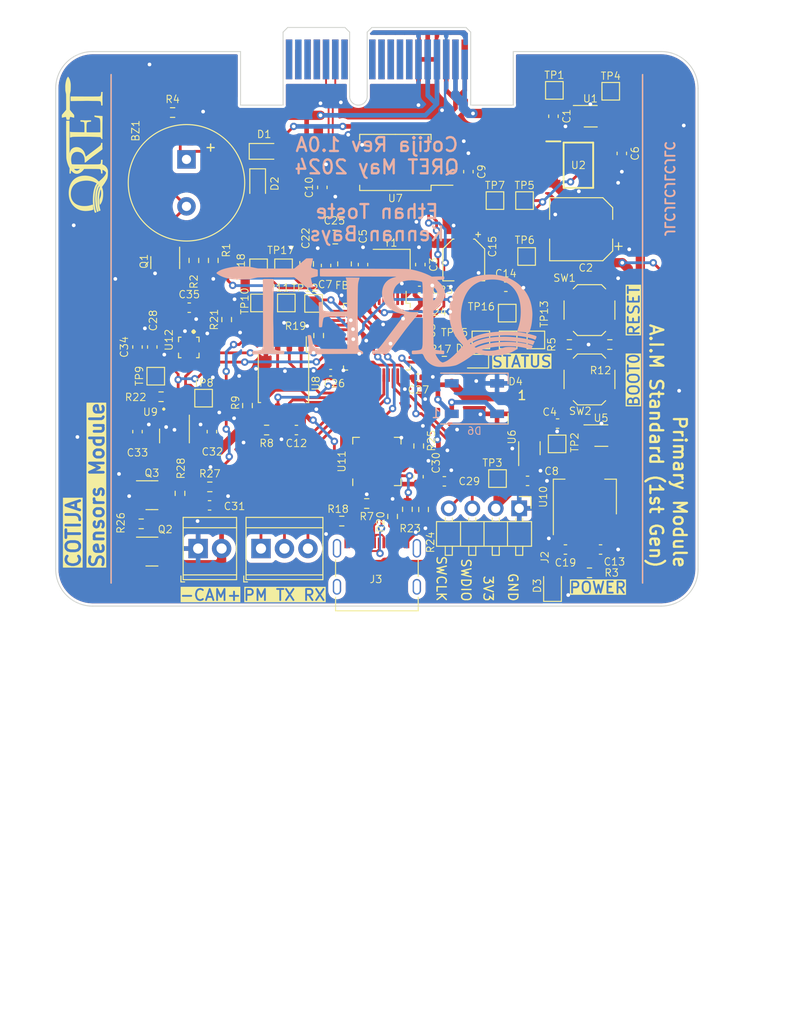
<source format=kicad_pcb>
(kicad_pcb (version 20221018) (generator pcbnew)
  (layers (0 "F.Cu" signal) (31 "B.Cu" signal) (34 "B.Paste" user) (35 "F.Paste" user) (36 "B.SilkS" user "B.Silkscreen") (37 "F.SilkS" user "F.Silkscreen") (38 "B.Mask" user) (39 "F.Mask" user) (44 "Edge.Cuts" user))
  (net 0 "")
  (net 1 "Net-(BZ1--)")
  (net 2 "Net-(BZ1-+)")
  (net 3 "V_PSU")
  (net 4 "GND")
  (net 5 "V_MUX")
  (net 6 "OSC_IN")
  (net 7 "V_REGUSB")
  (net 8 "OSC_OUT")
  (net 9 "+3.3VA")
  (net 10 "V_SWD")
  (net 11 "+3.3V")
  (net 12 "+5V")
  (net 13 "5V_RAW")
  (net 14 "STM_RESET")
  (net 15 "Net-(U11-VBUS)")
  (net 16 "CAM_5V")
  (net 17 "Net-(U12-VREG)")
  (net 18 "+BATT")
  (net 19 "Net-(D3-A)")
  (net 20 "Net-(D4-DOUT)")
  (net 21 "RGB_DATA")
  (net 22 "Net-(D5-A)")
  (net 39 "SWDIO")
  (net 40 "SWCLK")
  (net 41 "Net-(J3-CC1)")
  (net 42 "USB_D+")
  (net 43 "USB_D-")
  (net 45 "Net-(J3-CC2)")
  (net 48 "CAM_PWM")
  (net 49 "CAM_TX")
  (net 50 "CAM_RX")
  (net 51 "Net-(Q1-G)")
  (net 52 "Net-(Q2-G)")
  (net 53 "Net-(Q3-G)")
  (net 54 "BUZZER")
  (net 55 "BOOT0")
  (net 56 "RESET_FL")
  (net 57 "Net-(U8-IO2)")
  (net 58 "DB_LED")
  (net 59 "BOOT1")
  (net 60 "SCL")
  (net 61 "SDA")
  (net 62 "Net-(U11-~{RST})")
  (net 63 "CAM_PWR")
  (net 64 "CURR_SENSE")
  (net 65 "Net-(U3-PA4)")
  (net 66 "Net-(U3-PA5)")
  (net 67 "Net-(U3-PA6)")
  (net 68 "Net-(U3-PB6)")
  (net 69 "Net-(U3-PB5)")
  (net 70 "Net-(U3-PB4)")
  (net 71 "Net-(U3-PB7)")
  (net 72 "Net-(U3-PA0)")
  (net 73 "Net-(U3-PA1)")
  (net 79 "USB_TX")
  (net 80 "USB_RX")
  (net 81 "CS_FL")
  (net 82 "SCK_FL")
  (net 83 "MISO_FL")
  (net 84 "MOSI_FL")
  (net 86 "CAN_RX")
  (net 87 "CAN_TX")
  (net 112 "CAN_L")
  (net 113 "CAN_H")
  (footprint "Resistor_SMD:R_0603_1608Metric" (layer "F.Cu") (at 104 70.7 90)
    (fp_text reference "R1")
    (fp_text value "10k")
  )
  (footprint "TestPoint:TestPoint_Pad_1.5x1.5mm" (layer "F.Cu") (at 102.95 85.6)
    (fp_text reference "TP8")
    (fp_text value "TP_SCL")
  )
  (footprint "Capacitor_SMD:C_0603_1608Metric" (layer "F.Cu") (at 97.4 80.065 -90)
    (fp_text reference "C28")
    (fp_text value "1uF")
  )
  (footprint "TestPoint:TestPoint_Pad_1.5x1.5mm" (layer "F.Cu") (at 97.775 83.225)
    (fp_text reference "TP9")
    (fp_text value "TP_SDA")
  )
  (footprint "Resistor_SMD:R_0603_1608Metric" (layer "F.Cu") (at 144.7 104.5)
    (fp_text reference "R3")
    (fp_text value "3.3k")
  )
  (footprint "Capacitor_SMD:C_0402_1005Metric" (layer "F.Cu") (at 116.7 82.85 180)
    (fp_text reference "C26")
    (fp_text value "100n")
  )
  (footprint "Package_QFP:LQFP-48_7x7mm_P0.5mm" (layer "F.Cu") (at 121.7 78.95 -90)
    (fp_text reference "U3")
    (fp_text value "STM32F103CBT6")
  )
  (footprint "Button_Switch_SMD:SW_Push_1P1T_XKB_TS-1187A" (layer "F.Cu") (at 144.7 76.075)
    (fp_text reference "SW1")
    (fp_text value "SW_STM_RESET")
  )
  (footprint "LED_SMD:LED_WS2812B_PLCC4_5.0x5.0mm_P3.2mm" (layer "F.Cu") (at 132.25 85.65)
    (fp_text reference "D4")
    (fp_text value "WS2812B")
  )
  (footprint "Resistor_SMD:R_0603_1608Metric" (layer "F.Cu") (at 129 81.6 180)
    (fp_text reference "R17")
    (fp_text value "680R")
  )
  (footprint "TestPoint:TestPoint_Pad_1.5x1.5mm" (layer "F.Cu") (at 111.9 75.3)
    (fp_text reference "TP11")
    (fp_text value "PA5")
  )
  (footprint "Capacitor_SMD:C_0603_1608Metric" (layer "F.Cu") (at 129 94.6 180)
    (fp_text reference "C29")
    (fp_text value "1uF")
  )
  (footprint "Resistor_SMD:R_0603_1608Metric" (layer "F.Cu") (at 120.6 97)
    (fp_text reference "R7")
    (fp_text value "1.5k")
  )
  (footprint "Capacitor_SMD:C_0603_1608Metric" (layer "F.Cu") (at 126.4 71.151042 -90)
    (fp_text reference "C3")
    (fp_text value "10p")
  )
  (footprint "Package_DFN_QFN:QFN-28-1EP_5x5mm_P0.5mm_EP3.35x3.35mm" (layer "F.Cu") (at 121.7 92.45 90)
    (fp_text reference "U11")
    (fp_text value "CP2102N-Axx-xQFN28")
  )
  (footprint "Capacitor_SMD:C_0603_1608Metric" (layer "F.Cu") (at 103.6 97.2 180)
    (fp_text reference "C31")
    (fp_text value "10uF")
  )
  (footprint "Capacitor_SMD:C_0603_1608Metric" (layer "F.Cu") (at 101.4 75.815)
    (fp_text reference "C35")
    (fp_text value "1uF")
  )
  (footprint "Resistor_SMD:R_0603_1608Metric" (layer "F.Cu") (at 126.75 97.65 90)
    (fp_text reference "R24")
    (fp_text value "47k")
  )
  (footprint "Capacitor_SMD:C_0603_1608Metric" (layer "F.Cu") (at 112.995 89.05 180)
    (fp_text reference "C12")
    (fp_text value "100nF")
  )
  (footprint "TestPoint:TestPoint_Pad_1.5x1.5mm" (layer "F.Cu") (at 141.2 90.55)
    (fp_text reference "TP2")
    (fp_text value "TP_VUSB")
  )
  (footprint "TestPoint:TestPoint_Pad_1.5x1.5mm" (layer "F.Cu") (at 134.475 64.225)
    (fp_text reference "TP7")
    (fp_text value "TP_3V3")
  )
  (footprint "TestPoint:TestPoint_Pad_1.5x1.5mm" (layer "F.Cu") (at 147 52.4)
    (fp_text reference "TP4")
    (fp_text value "TP_MUX")
  )
  (footprint "Capacitor_SMD:C_0603_1608Metric" (layer "F.Cu") (at 138 94.55)
    (fp_text reference "C8")
    (fp_text value "1uF")
  )
  (footprint "ISO1042:SOIC-8 ISO1042BDWV" (layer "F.Cu") (at 123.7 60.1 180)
    (fp_text reference "U7")
    (fp_text value "ISO1042BDWVR")
  )
  (footprint "TestPoint:TestPoint_Pad_1.5x1.5mm" (layer "F.Cu") (at 137.9 70.275)
    (fp_text reference "TP6")
    (fp_text value "TP_GND")
  )
  (footprint "TestPoint:TestPoint_Pad_1.5x1.5mm" (layer "F.Cu") (at 138.9 79.3)
    (fp_text reference "TP13")
    (fp_text value "PB6")
  )
  (footprint "Connector_PCBEdge:BUS_PCIexpress_x1" (layer "F.Cu") (at 131.2 48.95 180)
    (fp_text reference "J1" hide)
    (fp_text value "Stack Male Edge Connector")
    (fp_line (start -0.65 -4.95) (end -0.65 2.95) (stroke (width 0.1)) (layer "Edge.Cuts"))
    (fp_line (start -0.65 2.95) (end -0.15 3.45) (stroke (width 0.1)) (layer "Edge.Cuts"))
    (fp_line (start -0.15 3.45) (end 10.05 3.45) (stroke (width 0.1)) (layer "Edge.Cuts"))
    (fp_line (start 10.55 -4) (end 10.55 2.95) (stroke (width 0.1)) (layer "Edge.Cuts"))
    (fp_line (start 10.55 2.95) (end 10.05 3.45) (stroke (width 0.1)) (layer "Edge.Cuts"))
    (fp_line (start 12.45 -4) (end 12.45 2.95) (stroke (width 0.1)) (layer "Edge.Cuts"))
    (fp_line (start 12.45 2.95) (end 12.95 3.45) (stroke (width 0.1)) (layer "Edge.Cuts"))
    (fp_line (start 12.95 3.45) (end 19.15 3.45) (stroke (width 0.1)) (layer "Edge.Cuts"))
    (fp_line (start 19.65 -4.95) (end 19.65 2.95) (stroke (width 0.1)) (layer "Edge.Cuts"))
    (fp_line (start 19.65 2.95) (end 19.15 3.45) (stroke (width 0.1)) (layer "Edge.Cuts"))
    (fp_arc (start 10.55 -4) (mid 11.5 -4.95) (end 12.45 -4) (stroke (width 0.1)) (layer "Edge.Cuts"))
  )
  (footprint "TestPoint:TestPoint_Pad_1.5x1.5mm" (layer "F.Cu") (at 134.75 94.3)
    (fp_text reference "TP3")
    (fp_text value "TP_VSWD")
  )
  (footprint "Resistor_SMD:R_0603_1608Metric" (layer "F.Cu") (at 100.4 95.9 -90)
    (fp_text reference "R28")
    (fp_text value "510")
  )
  (footprint "Capacitor_SMD:C_0603_1608Metric" (layer "F.Cu") (at 103.85 89.225 90)
    (fp_text reference "C32")
    (fp_text value "100nF")
  )
  (footprint "TestPoint:TestPoint_Pad_1.5x1.5mm" (layer "F.Cu") (at 111.6 71.5)
    (fp_text reference "TP17")
    (fp_text value "PA0")
  )
  (footprint "TestPoint:TestPoint_Pad_1.5x1.5mm" (layer "F.Cu") (at 137.675 64.225)
    (fp_text reference "TP5")
    (fp_text value "TP_ISENSE")
  )
  (footprint "Package_TO_SOT_SMD:SOT-23" (layer "F.Cu") (at 97.3625 96.1)
    (fp_text reference "Q3")
    (fp_text value "AO3400A")
  )
  (footprint "Resistor_SMD:R_0603_1608Metric" (layer "F.Cu") (at 98.349999 85.45 180)
    (fp_text reference "R22")
    (fp_text value "4.7k")
  )
  (footprint "TestPoint:TestPoint_Pad_1.5x1.5mm" (layer "F.Cu") (at 109 75.3)
    (fp_text reference "TP10")
    (fp_text value "PA4")
  )
  (footprint "Package_SO:SOIC-8_5.23x5.23mm_P1.27mm" (layer "F.Cu") (at 111.595 83.35 -90)
    (fp_text reference "U8")
    (fp_text value "W25Q128JVS")
  )
  (footprint "Capacitor_SMD:CP_Elec_4x5.4" (layer "F.Cu") (at 131.1 70.65 -90)
    (fp_text reference "C15")
    (fp_text value "10uF")
  )
  (footprint "Capacitor_SMD:C_0603_1608Metric" (layer "F.Cu") (at 145.9 101.975002)
    (fp_text reference "C13")
    (fp_text value "10uF")
  )
  (footprint "TestPoint:TestPoint_Pad_1.5x1.5mm" (layer "F.Cu") (at 108.9 71.5)
    (fp_text reference "TP18")
    (fp_text value "PA1")
  )
  (footprint "Capacitor_SMD:C_0603_1608Metric" (layer "F.Cu") (at 95.8 80.065 90)
    (fp_text reference "C34")
    (fp_text value "1uF")
  )
  (footprint "Capacitor_SMD:C_0603_1608Metric" (layer "F.Cu") (at 95.8 89.225 90)
    (fp_text reference "C33")
    (fp_text value "100nF")
  )
  (footprint "Capacitor_SMD:C_0402_1005Metric" (layer "F.Cu") (at 126.3 73.85)
    (fp_text reference "C23")
    (fp_text value "100n")
  )
  (footprint "LMR66100:SC-70-6_Handsoldering" (layer "F.Cu") (at 138.2 91.05 90)
    (fp_text reference "U6")
    (fp_text value "LM66100DCKR")
  )
  (footprint "LMR66100:SC-70-6_Handsoldering" (layer "F.Cu") (at 144.8 55.1)
    (fp_text reference "U1")
    (fp_text value "LM66100DCKR")
  )
  (footprint "footprints:Buzzer_12.6x9.5RM5.0" (layer "F.Cu") (at 101.1 58.5 -90)
    (fp_text reference "BZ1")
    (fp_text value "PKM13EPYH4000")
  )
  (footprint "Resistor_SMD:R_0603_1608Metric" (layer "F.Cu") (at 146.9 79.8 180)
    (fp_text reference "R12")
    (fp_text value "10k")
  )
  (footprint "Capacitor_SMD:C_0603_1608Metric" (layer "F.Cu") (at 131.6 61.1 -90)
    (fp_text reference "C9")
    (fp_text value "0.1u")
  )
  (footprint "Capacitor_SMD:C_0805_2012Metric" (layer "F.Cu") (at 114.1 71.075 90)
    (fp_text reference "C22")
    (fp_text value "1uF")
  )
  (footprint "LMR66100:SC-70-6_Handsoldering" (layer "F.Cu") (at 145.95 89.65)
    (fp_text reference "U5")
    (fp_text value "LM66100DCKR")
  )
  (footprint "SWD_Header:SWD_PinHeader_1x04_P2.54mm_Horizontal" (layer "F.Cu") (at 137.1 97.52 -90)
    (fp_text reference "J2")
    (fp_text value "SWD_01x04_Pin")
  )
  (footprint "Resistor_SMD:R_0603_1608Metric" (layer "F.Cu") (at 125 97.625 -90)
    (fp_text reference "R23")
    (fp_text value "22k")
  )
  (footprint "Capacitor_SMD:C_0603_1608Metric" (layer "F.Cu") (at 120.2 71.151042 90)
    (fp_text reference "C5")
    (fp_text value "10p")
  )
  (footprint "TestPoint:TestPoint_Pad_1.5x1.5mm" (layer "F.Cu") (at 132.95 79.3)
    (fp_text reference "TP15")
    (fp_text value "PB4")
  )
  (footprint "Resistor_SMD:R_0603_1608Metric" (layer "F.Cu") (at 96.2 99.2)
    (fp_text reference "R26")
    (fp_text value "100k")
  )
  (footprint "Capacitor_SMD:C_0603_1608Metric" (layer "F.Cu") (at 140.8 55.1 -90)
    (fp_text reference "C1")
    (fp_text value "1uF")
  )
  (footprint "footprints:USB_C_DB-108PWB" (layer "F.Cu") (at 121.7 103.77)
    (fp_text reference "J3")
    (fp_text value "USB_C_Female_USB2_Small")
  )
  (footprint "Diode_SMD:D_SOD-323" (layer "F.Cu") (at 108.8 62.4 -90)
    (fp_text reference "D2")
    (fp_text value "1N5819WS")
  )
  (footprint "Resistor_SMD:R_0603_1608Metric" (layer "F.Cu") (at 103.624999 95.2)
    (fp_text reference "R27")
    (fp_text value "100k")
  )
  (footprint "Crystal:Crystal_SMD_3225-4Pin_3.2x2.5mm" (layer "F.Cu") (at 123.3 71.151042 180)
    (fp_text reference "Y1")
    (fp_text value "X322516MMB4SI")
  )
  (footprint "Resistor_SMD:R_0603_1608Metric" (layer "F.Cu") (at 115.4 78.825 -90)
    (fp_text reference "R19")
    (fp_text value "100k")
  )
  (footprint "footprints:SOIC127P600X175-8N" (layer "F.Cu") (at 143.5 60.4)
    (fp_text reference "U2")
    (fp_text value "ACS70331EOLC" hide)
  )
  (footprint "Package_TO_SOT_SMD:SOT-223-3_TabPin2" (layer "F.Cu") (at 144.2 96.275001 90)
    (fp_text reference "U10")
    (fp_text value "AMS1117-3.3")
  )
  (footprint "Resistor_SMD:R_0805_2012Metric" (layer "F.Cu") (at 118.2 71.075 90)
    (fp_text reference "FB1")
    (fp_text value "100R")
  )
  (footprint "Button_Switch_SMD:SW_Push_1P1T_XKB_TS-1187A" (layer "F.Cu") (at 144.7 83.575)
    (fp_text reference "SW2")
    (fp_text value "SW_STM_BOOT_MODE")
  )
  (footprint "TestPoint:TestPoint_Pad_1.5x1.5mm" (layer "F.Cu") (at 135.9 79.3)
    (fp_text reference "TP14")
    (fp_text value "PB5")
  )
  (footprint "TestPoint:TestPoint_Pad_1.5x1.5mm" (layer "F.Cu") (at 135.8 76.4)
    (fp_text reference "TP16")
    (fp_text value "PB7")
  )
  (footprint "Capacitor_SMD:C_0603_1608Metric" (layer "F.Cu") (at 148.2 59.125 -90)
    (fp_text reference "C6")
    (fp_text value "0.1uF")
  )
  (footprint "LED_SMD:LED_0603_1608Metric" (layer "F.Cu") (at 132.3 81.6 180)
    (fp_text reference "D5")
    (fp_text value "DB_LED (YLW)")
  )
  (footprint "Capacitor_SMD:C_0805_2012Metric" (layer "F.Cu") (at 117.2 68.175 180)
    (fp_text reference "C25")
    (fp_text value "1uF")
  )
  (footprint "Capacitor_SMD:C_0402_1005Metric" (layer "F.Cu") (at 126.9 75.05)
    (fp_text reference "C24")
    (fp_text value "100n")
  )
  (footprint "LED_SMD:LED_0805_2012Metric" (layer "F.Cu") (at 140.7 105.9 90)
    (fp_text reference "D3")
    (fp_text value "PWR_LED (GRN)")
  )
  (footprint "TerminalBlock_TE-Connectivity:TerminalBlock_TE_282834-3_1x03_P2.54mm_Horizontal" (layer "F.Cu") (at 109.16 101.87)
    (fp_text reference "J7" hide)
    (fp_text value "CAM_DAT")
  )
  (footprint "Resistor_SMD:R_0603_1608Metric" (layer "F.Cu") (at 101.9 70.700001 90)
    (fp_text reference "R2")
    (fp_text value "510R")
  )
  (footprint "Capacitor_SMD:CP_Elec_6.3x5.9" (layer "F.Cu") (at 143.8 67.325 180)
    (fp_text reference "C2")
    (fp_text value "100uF")
  )
  (footprint "Resistor_SMD:R_0603_1608Metric" (layer "F.Cu") (at 107.7 86.4 -90)
    (fp_text reference "R9")
    (fp_text value "10k")
  )
  (footprint "Resistor_SMD:R_0603_1608Metric" (layer "F.Cu") (at 126.225 90.775 90)
    (fp_text reference "R25")
    (fp_text value "1k")
  )
  (footprint "Capacitor_SMD:C_0603_1608Metric" (layer "F.Cu") (at 142.1 101.975002 180)
    (fp_text reference "C19")
    (fp_text value "10uF")
  )
  (footprint "Capacitor_SMD:C_0603_1608Metric" (layer "F.Cu") (at 126.2 94.1 -90)
    (fp_text reference "C30")
    (fp_text value "10uF")
  )
  (footprint "Resistor_SMD:R_0603_1608Metric" (layer "F.Cu") (at 123.4 98.4 90)
    (fp_text reference "R20")
    (fp_text value "5.1k")
  )
  (footprint "Resistor_SMD:R_0603_1608Metric" (layer "F.Cu") (at 142.524999 79.8 180)
    (fp_text reference "R5")
    (fp_text value "100k")
  )
  (footprint "Resistor_SMD:R_0603_1608Metric" (layer "F.Cu") (at 105.45 77.1 -90)
    (fp_text reference "R21")
    (fp_text value "4.7k")
  )
  (footprint "Package_LGA:Bosch_LGA-8_3x3mm_P0.8mm_ClockwisePinNumbering" (layer "F.Cu") (at 99.8 88.9375)
    (fp_text reference "U9")
    (fp_text value "BME680")
  )
  (footprint "Capacitor_SMD:C_0402_1005Metric" (layer "F.Cu") (at 126.1 83.35)
    (fp_text reference "C27")
    (fp_text value "100n")
  )
  (footprint "Capacitor_SMD:C_0603_1608Metric" (layer "F.Cu") (at 115.8 62.8 90)
    (fp_text reference "C10")
    (fp_text value "0.1u")
  )
  (footprint "Diode_SMD:D_SOD-323" (layer "F.Cu") (at 109.5 58.9)
    (fp_text reference "D1")
    (fp_text value "1N5819WS")
  )
  (footprint "TerminalBlock_TE-Connectivity:TerminalBlock_TE_282834-2_1x02_P2.54mm_Horizontal" (layer "F.Cu") (at 102.36 101.87)
    (fp_text reference "J6" hide)
    (fp_text value "CAM_PWR")
  )
  (footprint "Package_TO_SOT_SMD:SOT-23" (layer "F.Cu") (at 98.8 70.9375 -90)
    (fp_text reference "Q1")
    (fp_text value "AO3400A")
  )
  (footprint "TestPoint:TestPoint_Pad_1.5x1.5mm" (layer "F.Cu") (at 140.9 52.3)
    (fp_text reference "TP1")
    (fp_text value "TP_VSTACK")
  )
  (footprint "Resistor_SMD:R_0603_1608Metric" (layer "F.Cu") (at 99.6 54.7)
    (fp_text reference "R4")
    (fp_text value "1k")
  )
  (footprint "Capacitor_SMD:C_0603_1608Metric" (layer "F.Cu") (at 116.2 71.25 90)
    (fp_text reference "C7")
    (fp_text value "10n")
  )
  (footprint "Resistor_SMD:R_0603_1608Metric" (layer "F.Cu") (at 117.9 98.9 180)
    (fp_text reference "R18")
    (fp_text value "5.1k")
  )
  (footprint "Package_LGA:Rohm_MLGA010V020A_LGA-10_2x2mm_P0.45mm_LayoutBorder_3x2y" (layer "F.Cu") (at 101.35 80.115)
    (fp_text reference "U12")
    (fp_text value "BM1422AGMV")
  )
  (footprint "Capacitor_SMD:C_0603_1608Metric" (layer "F.Cu") (at 141.25 88.35 180)
    (fp_text reference "C4")
    (fp_text value "1uF")
  )
  (footprint "Resistor_SMD:R_0603_1608Metric" (layer "F.Cu") (at 109.770001 89.05 180)
    (fp_text reference "R8")
    (fp_text value "10k")
  )
  (footprint "TestPoint:TestPoint_Pad_1.5x1.5mm" (layer "F.Cu") (at 114.85 75.35)
    (fp_text reference "TP12")
    (fp_text value "PA6")
  )
  (footprint "Capacitor_SMD:C_0603_1608Metric" (layer "F.Cu") (at 135.65 73.55)
    (fp_text reference "C14")
    (fp_text value "100nF")
  )
  (footprint "Package_TO_SOT_SMD:SOT-23" (layer "F.Cu") (at 97.3625 102.2)
    (fp_text reference "Q2")
    (fp_text value "AO3401A")
  )
  (footprint "LED_SMD:LED_WS2812B_PLCC4_5.0x5.0mm_P3.2mm" (layer "B.Cu") (at 132.25 85.65)
    (fp_text reference "D6")
    (fp_text value "WS2812B")
  )
  (gr_line (start 150.45 50.6) (end 150.45 105.6) (stroke (width 0.15)) (layer "B.SilkS"))
  (gr_poly (pts (xy 116.836427 71.577046) (xy 116.405997 71.578194) (xy 116.083483 71.579707) (xy 115.957856 71.580678) (xy 115.853392 71.581833) (xy 115.768164 71.583203) (xy 115.700231 71.584817) (xy 115.647653 71.586709) (xy 115.6085 71.58891) (xy 115.58083 71.591449) (xy 115.570695 71.592856) (xy 115.562707 71.594357) (xy 115.556621 71.595961) (xy 115.552196 71.59767) (xy 115.549188 71.599484) (xy 115.547358 71.601411) (xy 115.545075 71.605542) (xy 115.542986 71.612162) (xy 115.539376 71.633183) (xy 115.536496 71.665086) (xy 115.534306 71.708481) (xy 115.53278 71.76398) (xy 115.531881 71.832193) (xy 115.531834 72.009221) (xy 115.532109 72.07659) (xy 115.532424 72.135681) (xy 115.532825 72.187075) (xy 115.533358 72.231364) (xy 115.533686 72.251024) (xy 115.534063 72.269126) (xy 115.534494 72.285744) (xy 115.534985 72.30095) (xy 115.53554 72.314819) (xy 115.536171 72.327421) (xy 115.536873 72.338832) (xy 115.537657 72.349125) (xy 115.538527 72.358368) (xy 115.539491 72.366642) (xy 115.540552 72.374015) (xy 115.541717 72.380564) (xy 115.542338 72.383549) (xy 115.542989 72.386355) (xy 115.543667 72.388993) (xy 115.544375 72.391468) (xy 115.545114 72.393793) (xy 115.545881 72.395975) (xy 115.546681 72.398021) (xy 115.547512 72.399947) (xy 115.548375 72.401754) (xy 115.549274 72.403456) (xy 115.550204 72.405063) (xy 115.551171 72.406579) (xy 115.552172 72.408019) (xy 115.553208 72.409388) (xy 115.555393 72.411953) (xy 115.557729 72.414353) (xy 115.560222 72.416656) (xy 115.562879 72.418936) (xy 115.565703 72.421266) (xy 115.590321 72.429247) (xy 115.670301 72.435355) (xy 116.166484 72.442964) (xy 119.694614 72.446668) (xy 122.589331 72.450195) (xy 123.471872 72.45381) (xy 123.798125 72.457955) (xy 123.798257 72.458685) (xy 123.797863 72.459539) (xy 123.79555 72.461617) (xy 123.79129 72.464157) (xy 123.785184 72.467129) (xy 123.767839 72.474227) (xy 123.744326 72.48265) (xy 123.715458 72.492132) (xy 123.682039 72.502408) (xy 123.644886 72.513211) (xy 123.604802 72.524279) (xy 123.54532 72.540542) (xy 123.489417 72.556615) (xy 123.436783 72.572644) (xy 123.387097 72.588769) (xy 123.340037 72.605138) (xy 123.29529 72.621885) (xy 123.252537 72.639158) (xy 123.211457 72.657099) (xy 123.171732 72.675849) (xy 123.133045 72.695555) (xy 123.095078 72.716353) (xy 123.057513 72.738393) (xy 123.020029 72.761812) (xy 122.982311 72.786752) (xy 122.944039 72.813362) (xy 122.904892 72.841778) (xy 122.856683 72.879353) (xy 122.809984 72.919002) (xy 122.764859 72.960655) (xy 122.72136 73.004233) (xy 122.679549 73.049663) (xy 122.639483 73.096869) (xy 122.601219 73.145779) (xy 122.564815 73.196321) (xy 122.530329 73.248414) (xy 122.49782 73.301989) (xy 122.467345 73.356967) (xy 122.438961 73.413279) (xy 122.412727 73.470845) (xy 122.388702 73.529596) (xy 122.366942 73.589452) (xy 122.347505 73.650345) (xy 122.321607 73.743326) (xy 122.299999 73.836462) (xy 122.282677 73.92964) (xy 122.26963 74.022748) (xy 122.260845 74.11567) (xy 122.256322 74.208301) (xy 122.256047 74.300527) (xy 122.260015 74.392237) (xy 122.268215 74.483317) (xy 122.280643 74.573658) (xy 122.297284 74.663148) (xy 122.318135 74.751672) (xy 122.343187 74.839123) (xy 122.372429 74.925388) (xy 122.405856 75.010355) (xy 122.443459 75.09391) (xy 122.498584 75.201327) (xy 122.55909 75.305474) (xy 122.624834 75.40622) (xy 122.695673 75.503444) (xy 122.771465 75.59701) (xy 122.852066 75.686792) (xy 122.937337 75.772668) (xy 123.02713 75.8545) (xy 123.121307 75.932168) (xy 123.219722 76.00554) (xy 123.322236 76.074488) (xy 123.428702 76.138884) (xy 123.538981 76.198601) (xy 123.652928 76.253509) (xy 123.770402 76.303481) (xy 123.891261 76.348388) (xy 123.960271 76.370711) (xy 124.051772 76.398109) (xy 124.269438 76.459339) (xy 124.478634 76.514481) (xy 124.559553 76.534273) (xy 124.613748 76.545946) (xy 124.619232 76.546786) (xy 124.62456 76.547717) (xy 124.629701 76.548727) (xy 124.634628 76.549804) (xy 124.639316 76.550939) (xy 124.643737 76.552122) (xy 124.647865 76.553342) (xy 124.65167 76.554589) (xy 124.655132 76.555852) (xy 124.658217 76.557121) (xy 124.660901 76.558387) (xy 124.662086 76.559016) (xy 124.663158 76.559637) (xy 124.664119 76.560253) (xy 124.664962 76.560864) (xy 124.665684 76.561463) (xy 124.666281 76.562054) (xy 124.666754 76.562634) (xy 124.667093 76.5632) (xy 124.667299 76.563752) (xy 124.667371 76.564289) (xy 124.660872 76.579593) (xy 124.6384 76.614758) (xy 124.527671 76.769078) (xy 124.299466 77.07606) (xy 123.918071 77.584522) (xy 123.179751 78.565796) (xy 122.676645 79.230759) (xy 122.357161 79.647282) (xy 122.250154 79.783583) (xy 122.169705 79.883221) (xy 122.097528 79.970735) (xy 122.032311 80.048465) (xy 121.973197 80.117011) (xy 121.919343 80.176976) (xy 121.869892 80.228963) (xy 121.824001 80.273575) (xy 121.802122 80.293301) (xy 121.780816 80.311408) (xy 121.759975 80.327974) (xy 121.739491 80.343068) (xy 121.71926 80.356772) (xy 121.699175 80.369157) (xy 121.679128 80.380297) (xy 121.659015 80.390272) (xy 121.63873 80.399155) (xy 121.618167 80.407018) (xy 121.597219 80.413942) (xy 121.575779 80.419997) (xy 121.553742 80.42526) (xy 121.531003 80.429808) (xy 121.482985 80.437053) (xy 121.430879 80.442335) (xy 121.373837 80.446256) (xy 121.30445 80.450762) (xy 121.276404 80.453279) (xy 121.252392 80.456376) (xy 121.241808 80.458239) (xy 121.23212 80.460358) (xy 121.223291 80.462777) (xy 121.215286 80.46553) (xy 121.208065 80.468656) (xy 121.201593 80.472192) (xy 121.195832 80.47618) (xy 121.190745 80.480651) (xy 121.186296 80.485652) (xy 121.182443 80.491212) (xy 121.179155 80.497373) (xy 121.176392 80.504177) (xy 121.174117 80.511655) (xy 121.172291 80.519847) (xy 121.170879 80.528793) (xy 121.169843 80.53853) (xy 121.168754 80.560529) (xy 121.16872 80.586147) (xy 121.170636 80.649455) (xy 121.171761 80.680845) (xy 121.173162 80.708475) (xy 121.17504 80.732559) (xy 121.177604 80.753304) (xy 121.179207 80.762494) (xy 121.181062 80.770928) (xy 121.183189 80.77863) (xy 121.18562 80.785634) (xy 121.188374 80.79196) (xy 121.191484 80.797638) (xy 121.19497 80.802692) (xy 121.198858 80.807149) (xy 121.20318 80.811036) (xy 121.207956 80.814376) (xy 121.213213 80.817201) (xy 121.218978 80.819534) (xy 121.225277 80.821401) (xy 121.232135 80.822831) (xy 121.239575 80.823848) (xy 121.247631 80.824478) (xy 121.256321 80.82475) (xy 121.265674 80.824685) (xy 121.28647 80.823669) (xy 121.310225 80.821631) (xy 121.337147 80.81879) (xy 121.438838 80.812554) (xy 121.591347 80.808603) (xy 121.776959 80.806833) (xy 121.97797 80.807148) (xy 122.176664 80.809446) (xy 122.355331 80.813631) (xy 122.496262 80.819599) (xy 122.581749 80.827256) (xy 122.619794 80.833265) (xy 122.635917 80.835604) (xy 122.650384 80.837488) (xy 122.663405 80.838907) (xy 122.675187 80.839858) (xy 122.685939 80.840329) (xy 122.695873 80.840308) (xy 122.705191 80.839795) (xy 122.714108 80.838776) (xy 122.72283 80.837245) (xy 122.731567 80.835194) (xy 122.740528 80.832611) (xy 122.74992 80.829494) (xy 122.759955 80.82583) (xy 122.770837 80.82161) (xy 122.785621 80.815626) (xy 122.800337 80.808785) (xy 122.814982 80.801092) (xy 122.829553 80.792552) (xy 122.84405 80.783169) (xy 122.858473 80.772946) (xy 122.872817 80.761888) (xy 122.887078 80.75) (xy 122.901257 80.737282) (xy 122.915353 80.723746) (xy 122.929361 80.709388) (xy 122.943279 80.694215) (xy 122.957108 80.678234) (xy 122.970843 80.661444) (xy 122.984482 80.643855) (xy 122.998025 80.625469) (xy 123.537072 79.897335) (xy 123.965696 79.317721) (xy 124.31177 78.846055) (xy 124.678923 78.351483) (xy 124.857174 78.117865) (xy 125.037082 77.886678) (xy 125.222544 77.652911) (xy 125.417466 77.41155) (xy 125.851292 76.886023) (xy 125.972419 76.740716) (xy 126.021004 76.681976) (xy 126.062276 76.63134) (xy 126.096744 76.587921) (xy 126.111584 76.568642) (xy 126.124913 76.550839) (xy 126.136794 76.534395) (xy 126.14729 76.519206) (xy 126.156465 76.50516) (xy 126.164382 76.492146) (xy 126.171107 76.480053) (xy 126.176696 76.468774) (xy 126.181219 76.458193) (xy 126.184737 76.448207) (xy 126.187312 76.438697) (xy 126.18901 76.429561) (xy 126.189895 76.420684) (xy 126.190026 76.411955) (xy 126.189467 76.403268) (xy 126.188287 76.394506) (xy 126.186543 76.385566) (xy 126.184301 76.376333) (xy 126.178574 76.356552) (xy 126.171614 76.334277) (xy 126.169028 76.325741) (xy 126.166537 76.318086) (xy 126.164095 76.311272) (xy 126.16167 76.305263) (xy 126.160452 76.302545) (xy 126.159221 76.300012) (xy 126.157975 76.297662) (xy 126.156707 76.295484) (xy 126.155413 76.293476) (xy 126.15409 76.291632) (xy 126.152731 76.289948) (xy 126.15133 76.288418) (xy 126.149882 76.287035) (xy 126.148389 76.285799) (xy 126.146837 76.284698) (xy 126.145225 76.283731) (xy 126.143548 76.282894) (xy 126.141801 76.282179) (xy 126.13998 76.281582) (xy 126.13808 76.281098) (xy 126.136091 76.280721) (xy 126.134016 76.280444) (xy 126.131845 76.280267) (xy 126.129576 76.280183) (xy 126.127203 76.280183) (xy 126.124717 76.280268) (xy 126.119403 76.280656) (xy 126.002071 76.28955) (xy 125.86946 76.294128) (xy 125.726795 76.29457) (xy 125.579303 76.291065) (xy 125.432202 76.283785) (xy 125.29073 76.272917) (xy 125.160101 76.258643) (xy 125.045549 76.241146) (xy 124.966747 76.225714) (xy 124.888663 76.207516) (xy 124.811463 76.186631) (xy 124.735302 76.163138) (xy 124.66034 76.137113) (xy 124.586735 76.108638) (xy 124.514649 76.077789) (xy 124.44424 76.044647) (xy 124.375663 76.00929) (xy 124.309084 75.971793) (xy 124.244657 75.932238) (xy 124.182542 75.890705) (xy 124.122903 75.84727) (xy 124.065892 75.802008) (xy 124.011674 75.755005) (xy 123.960404 75.706335) (xy 123.91532 75.660268) (xy 123.872636 75.61303) (xy 123.832317 75.564544) (xy 123.794313 75.514732) (xy 123.758582 75.463513) (xy 123.725081 75.41081) (xy 123.69377 75.356545) (xy 123.664601 75.300639) (xy 123.637531 75.243014) (xy 123.612517 75.183588) (xy 123.589518 75.122287) (xy 123.568489 75.059031) (xy 123.549386 74.99374) (xy 123.532169 74.926336) (xy 123.516789 74.856742) (xy 123.503204 74.784877) (xy 123.490262 74.700624) (xy 123.480519 74.617746) (xy 123.473957 74.536284) (xy 123.470554 74.456277) (xy 123.470284 74.377763) (xy 123.473126 74.300779) (xy 123.479057 74.225364) (xy 123.488058 74.151555) (xy 123.500099 74.079392) (xy 123.515167 74.008911) (xy 123.533235 73.940156) (xy 123.554278 73.873158) (xy 123.578275 73.80796) (xy 123.605206 73.744596) (xy 123.635048 73.683109) (xy 123.667776 73.623535) (xy 123.703367 73.565911) (xy 123.741803 73.510277) (xy 123.783058 73.456671) (xy 123.827112 73.405131) (xy 123.87394 73.355696) (xy 123.923521 73.308403) (xy 123.97583 73.263289) (xy 124.03085 73.220398) (xy 124.088553 73.179762) (xy 124.14892 73.141419) (xy 124.211924 73.105413) (xy 124.277549 73.071779) (xy 124.345766 73.040553) (xy 124.416558 73.011778) (xy 124.4899 72.985487) (xy 124.56577 72.961724) (xy 124.626404 72.944878) (xy 124.689088 72.929276) (xy 124.753593 72.914944) (xy 124.819682 72.901903) (xy 124.955701 72.879793) (xy 125.095291 72.863122) (xy 125.236601 72.852073) (xy 125.377778 72.846827) (xy 125.516969 72.847568) (xy 125.585243 72.850242) (xy 125.652326 72.854479) (xy 125.721652 72.860134) (xy 125.79404 72.867451) (xy 125.94414 72.886294) (xy 126.094866 72.909469) (xy 126.238468 72.93544) (xy 126.367183 72.962668) (xy 126.423538 72.976271) (xy 126.473263 72.989615) (xy 126.515388 73.002501) (xy 126.548947 73.014743) (xy 126.572967 73.026141) (xy 126.581098 73.031469) (xy 126.586482 73.036513) (xy 126.591722 73.045169) (xy 126.596856 73.058418) (xy 126.606766 73.098512) (xy 126.616149 73.156468) (xy 126.624935 73.23195) (xy 126.633058 73.324633) (xy 126.640457 73.434182) (xy 126.64706 73.560265) (xy 126.652805 73.702557) (xy 126.661999 74.826463) (xy 126.66286 76.842279) (xy 126.656576 78.808354) (xy 126.644335 79.783035) (xy 126.637598 79.852492) (xy 126.630116 79.917752) (xy 126.621939 79.978446) (xy 126.613117 80.034212) (xy 126.603699 80.084685) (xy 126.593735 80.129506) (xy 126.588565 80.149681) (xy 126.583276 80.168305) (xy 126.577876 80.185336) (xy 126.572372 80.200723) (xy 126.567304 80.213133) (xy 126.56114 80.225463) (xy 126.553937 80.237666) (xy 126.545758 80.249694) (xy 126.536659 80.261496) (xy 126.526704 80.273029) (xy 126.515953 80.284243) (xy 126.504461 80.29509) (xy 126.492291 80.305527) (xy 126.479505 80.3155) (xy 126.466157 80.324965) (xy 126.452314 80.333874) (xy 126.438034 80.342179) (xy 126.423374 80.349835) (xy 126.408394 80.356791) (xy 126.393159 80.363) (xy 126.36984 80.370927) (xy 126.342012 80.378793) (xy 126.274759 80.394088) (xy 126.195267 80.408393) (xy 126.10741 80.421209) (xy 126.015053 80.432041) (xy 125.922068 80.440391) (xy 125.832325 80.445766) (xy 125.749694 80.447667) (xy 125.703318 80.447842) (xy 125.662391 80.448538) (xy 125.626576 80.450003) (xy 125.595531 80.452496) (xy 125.581689 80.454207) (xy 125.568917 80.456273) (xy 125.557165 80.458718) (xy 125.546394 80.461582) (xy 125.536561 80.464894) (xy 125.527627 80.468685) (xy 125.519544 80.472986) (xy 125.512273 80.477829) (xy 125.505772 80.48325) (xy 125.499996 80.489274) (xy 125.494905 80.495938) (xy 125.490458 80.50327) (xy 125.486605 80.511307) (xy 125.483313 80.520075) (xy 125.480534 80.52961) (xy 125.478231 80.539943) (xy 125.476354 80.5511) (xy 125.474869 80.563123) (xy 125.472884 80.589874) (xy 125.471943 80.620449) (xy 125.471705 80.655102) (xy 125.472723 80.723188) (xy 125.474921 80.750749) (xy 125.47907 80.77434) (xy 125.482064 80.784729) (xy 125.485777 80.794226) (xy 125.490285 80.802864) (xy 125.495665 80.810676) (xy 125.501994 80.817692) (xy 125.509348 80.823948) (xy 125.517806 80.829478) (xy 125.527443 80.834311) (xy 125.538336 80.838484) (xy 125.550565 80.842028) (xy 125.579329 80.847365) (xy 125.614352 80.850585) (xy 125.656249 80.851951) (xy 125.705641 80.85173) (xy 125.763137 80.850187) (xy 125.904917 80.844189) (xy 126.41856 80.820201) (xy 126.61047 80.811734) (xy 126.659859 80.855478) (xy 126.666478 80.861639) (xy 126.673123 80.868509) (xy 126.679814 80.876139) (xy 126.686584 80.884581) (xy 126.69345 80.893885) (xy 126.700439 80.904095) (xy 126.707581 80.915267) (xy 126.714893 80.927444) (xy 126.730139 80.95503) (xy 126.746377 80.987242) (xy 126.763807 81.024482) (xy 126.782624 81.067147) (xy 126.802303 81.111008) (xy 126.822246 81.153259) (xy 126.842555 81.194044) (xy 126.863324 81.233503) (xy 126.884656 81.271777) (xy 126.90665 81.309017) (xy 126.929402 81.345356) (xy 126.953018 81.380942) (xy 126.977591 81.415915) (xy 127.003222 81.45042) (xy 127.030011 81.484595) (xy 127.058056 81.518591) (xy 127.087459 81.552543) (xy 127.118314 81.586597) (xy 127.150727 81.620896) (xy 127.184794 81.655578) (xy 127.251975 81.719836) (xy 127.320686 81.780311) (xy 127.390897 81.836983) (xy 127.462584 81.889846) (xy 127.535717 81.938876) (xy 127.610267 81.984067) (xy 127.686212 82.025399) (xy 127.763524 82.062861) (xy 127.842176 82.096435) (xy 127.922139 82.126108) (xy 128.003389 82.15187) (xy 128.085898 82.173698) (xy 128.169638 82.191584) (xy 128.254584 82.205512) (xy 128.340707 82.215468) (xy 128.427981 82.221434) (xy 128.530472 82.223374) (xy 128.66979 82.222118) (xy 129.008831 82.212085) (xy 129.344961 82.195438) (xy 129.480641 82.185917) (xy 129.578038 82.17628) (xy 129.656228 82.165288) (xy 129.742122 82.151848) (xy 129.831788 82.136689) (xy 129.921289 82.12054) (xy 130.006689 82.104125) (xy 130.084053 82.088174) (xy 130.149443 82.073409) (xy 130.198927 82.060568) (xy 130.251191 82.044192) (xy 130.307759 82.023482) (xy 130.369088 81.998209) (xy 130.435641 81.968139) (xy 130.507882 81.933042) (xy 130.586275 81.892691) (xy 130.671285 81.846845) (xy 130.76337 81.795277) (xy 130.939862 81.694886) (xy 131.096326 81.603324) (xy 131.239994 81.515929) (xy 131.378085 81.428036) (xy 131.517832 81.334986) (xy 131.666459 81.232111) (xy 131.831192 81.114754) (xy 132.01926 80.978245) (xy 132.124588 80.901335) (xy 132.169089 80.869135) (xy 132.208635 80.840796) (xy 132.243591 80.816074) (xy 132.274327 80.794741) (xy 132.301204 80.776555) (xy 132.324588 80.761287) (xy 132.344848 80.7487) (xy 132.362351 80.738548) (xy 132.370179 80.734318) (xy 132.377456 80.730609) (xy 132.384227 80.727393) (xy 132.390538 80.724643) (xy 132.396429 80.722325) (xy 132.401953 80.720411) (xy 132.407155 80.718873) (xy 132.412074 80.71768) (xy 132.416765 80.716805) (xy 132.421267 80.716217) (xy 132.425629 80.715883) (xy 132.429892 80.715779) (xy 132.436193 80.716074) (xy 132.443912 80.716934) (xy 132.463186 80.720255) (xy 132.486895 80.725527) (xy 132.514206 80.732535) (xy 132.544297 80.741066) (xy 132.576339 80.750903) (xy 132.609506 80.761828) (xy 132.642971 80.773633) (xy 132.746067 80.808019) (xy 132.858143 80.841014) (xy 132.977065 80.872157) (xy 133.100699 80.900987) (xy 133.226914 80.927038) (xy 133.353577 80.949847) (xy 133.47855 80.968952) (xy 133.599703 80.983889) (xy 133.699405 80.990647) (xy 133.836397 80.995089) (xy 133.999283 80.997285) (xy 134.176671 80.997294) (xy 134.35717 80.99519) (xy 134.529385 80.991034) (xy 134.681919 80.984892) (xy 134.803381 80.976832) (xy 134.92416 80.965295) (xy 135.040617 80.952332) (xy 135.153034 80.937873) (xy 135.261684 80.921846) (xy 135.366845 80.904181) (xy 135.468794 80.88481) (xy 135.567806 80.863659) (xy 135.66416 80.840661) (xy 135.758134 80.815747) (xy 135.850002 80.788843) (xy 135.940042 80.759879) (xy 136.028535 80.728788) (xy 136.115753 80.695495) (xy 136.201975 80.659933) (xy 136.287478 80.622035) (xy 136.372538 80.581723) (xy 136.436199 80.549012) (xy 136.505602 80.511323) (xy 136.577746 80.470423) (xy 136.649644 80.428087) (xy 136.7183 80.386083) (xy 136.780722 80.346177) (xy 136.833918 80.310143) (xy 136.856121 80.294129) (xy 136.874894 80.279745) (xy 136.885866 80.270965) (xy 136.895535 80.26309) (xy 136.90395 80.256029) (xy 136.907702 80.252775) (xy 136.911162 80.249692) (xy 136.914336 80.24677) (xy 136.917228 80.243993) (xy 136.919845 80.241354) (xy 136.922196 80.238843) (xy 136.924283 80.236442) (xy 136.926117 80.234148) (xy 136.927701 80.231946) (xy 136.929046 80.229828) (xy 136.930152 80.227777) (xy 136.931028 80.225785) (xy 136.931684 80.223843) (xy 136.932123 80.221937) (xy 136.932352 80.220055) (xy 136.932379 80.21819) (xy 136.932208 80.216329) (xy 136.931846 80.21446) (xy 136.9313 80.212572) (xy 136.930576 80.210652) (xy 136.929682 80.208694) (xy 136.928623 80.206686) (xy 136.927407 80.20461) (xy 136.926037 80.202464) (xy 136.92287 80.1979) (xy 136.91596 80.189131) (xy 136.907869 80.180796) (xy 136.898511 80.172866) (xy 136.887793 80.165313) (xy 136.875628 80.158108) (xy 136.861925 80.15122) (xy 136.846601 80.14462) (xy 136.82956 80.138281) (xy 136.810719 80.132176) (xy 136.789987 80.12627) (xy 136.767274 80.120542) (xy 136.74249 80.114954) (xy 136.686364 80.104101) (xy 136.620891 80.093479) (xy 136.551926 80.083653) (xy 136.479861 80.075335) (xy 136.405336 80.06851) (xy 136.328992 80.063164) (xy 136.173392 80.056842) (xy 136.018172 80.056261) (xy 135.868441 80.061302) (xy 135.797233 80.065896) (xy 135.729313 80.07185) (xy 135.665321 80.079152) (xy 135.605893 80.087787) (xy 135.551671 80.097741) (xy 135.503294 80.109002) (xy 135.478792 80.115826) (xy 135.45042 80.124433) (xy 135.419205 80.1345) (xy 135.38617 80.145691) (xy 135.352343 80.157673) (xy 135.318746 80.170119) (xy 135.286407 80.1827) (xy 135.256347 80.195078) (xy 135.161007 80.233949) (xy 135.06737 80.269641) (xy 134.975089 80.302217) (xy 134.883815 80.331738) (xy 134.793204 80.358262) (xy 134.702906 80.381859) (xy 134.612576 80.402583) (xy 134.521864 80.420503) (xy 134.430428 80.43568) (xy 134.337914 80.448168) (xy 134.243979 80.45804) (xy 134.148273 80.46535) (xy 134.050453 80.470165) (xy 133.950167 80.472544) (xy 133.847069 80.472549) (xy 133.740815 80.470245) (xy 133.68056 80.468347) (xy 133.620452 80.465923) (xy 133.5071 80.460015) (xy 133.413591 80.453575) (xy 133.378289 80.45049) (xy 133.35276 80.447668) (xy 133.329062 80.443834) (xy 133.304263 80.439282) (xy 133.278755 80.434131) (xy 133.252924 80.428485) (xy 133.201848 80.416164) (xy 133.154145 80.403219) (xy 133.13253 80.396787) (xy 133.112926 80.390534) (xy 133.095718 80.384569) (xy 133.081296 80.379007) (xy 133.07005 80.373957) (xy 133.062369 80.369533) (xy 133.059983 80.367588) (xy 133.058637 80.365843) (xy 133.058376 80.364309) (xy 133.05925 80.362999) (xy 133.067997 80.358491) (xy 133.086578 80.35153) (xy 133.148502 80.33156) (xy 133.338297 80.276571) (xy 133.552961 80.218936) (xy 133.645972 80.195658) (xy 133.716825 80.179556) (xy 134.110098 80.107677) (xy 134.510599 80.050857) (xy 134.916157 80.009222) (xy 135.32461 79.982882) (xy 135.733791 79.971954) (xy 136.141534 79.976555) (xy 136.545671 79.996797) (xy 136.944038 80.032801) (xy 137.124629 80.055762) (xy 137.312449 80.084725) (xy 137.502018 80.118552) (xy 137.68787 80.156097) (xy 137.864526 80.196224) (xy 138.026514 80.237788) (xy 138.168361 80.27965) (xy 138.230021 80.300336) (xy 138.284593 80.320668) (xy 138.299286 80.326338) (xy 138.313499 80.331624) (xy 138.326885 80.336419) (xy 138.339098 80.340599) (xy 138.349787 80.344053) (xy 138.35861 80.346662) (xy 138.362211 80.347615) (xy 138.365217 80.348313) (xy 138.36758 80.348744) (xy 138.369258 80.34889) (xy 138.371277 80.347895) (xy 138.374111 80.344983) (xy 138.382004 80.333906) (xy 138.392477 80.316623) (xy 138.405066 80.294098) (xy 138.434744 80.237194) (xy 138.467332 80.170913) (xy 138.499126 80.102979) (xy 138.526421 80.041112) (xy 138.545515 79.99304) (xy 138.550829 79.976588) (xy 138.552703 79.966479) (xy 138.552098 79.95877) (xy 138.550103 79.951441) (xy 138.546454 79.94437) (xy 138.540886 79.93744) (xy 138.533136 79.93054) (xy 138.522939 79.923541) (xy 138.510028 79.916336) (xy 138.494143 79.9088) (xy 138.475015 79.900817) (xy 138.452383 79.89227) (xy 138.395541 79.873013) (xy 138.321504 79.850087) (xy 138.228148 79.822545) (xy 138.064808 79.776091) (xy 137.904342 79.734815) (xy 137.744208 79.698201) (xy 137.581859 79.665737) (xy 137.414746 79.63691) (xy 137.240326 79.611209) (xy 137.056051 79.588122) (xy 136.859372 79.567135) (xy 136.573351 79.542485) (xy 136.287772 79.525105) (xy 136.003298 79.514925) (xy 135.720603 79.511882) (xy 135.440357 79.515895) (xy 135.163225 79.526901) (xy 134.889883 79.544828) (xy 134.620996 79.569604) (xy 134.357235 79.601161) (xy 134.099271 79.639428) (xy 133.847771 79.684332) (xy 133.603409 79.735807) (xy 133.366849 79.79378) (xy 133.138767 79.858182) (xy 132.919828 79.928941) (xy 132.710705 80.005988) (xy 132.677585 80.019553) (xy 132.644448 80.033529) (xy 132.612203 80.047538) (xy 132.581765 80.0612) (xy 132.554035 80.074134) (xy 132.529927 80.085959) (xy 132.510351 80.096298) (xy 132.502547 80.10079) (xy 132.496215 80.104769) (xy 132.484109 80.111662) (xy 132.472118 80.117528) (xy 132.460233 80.122359) (xy 132.448435 80.126153) (xy 132.442567 80.127662) (xy 132.436713 80.128909) (xy 132.430875 80.129893) (xy 132.425052 80.130615) (xy 132.419235 80.131075) (xy 132.413432 80.13127) (xy 132.407636 80.131205) (xy 132.401846 80.130873) (xy 132.396061 80.130278) (xy 132.390279 80.129418) (xy 132.384494 80.128292) (xy 132.37871 80.1269) (xy 132.372922 80.12524) (xy 132.367129 80.123313) (xy 132.361331 80.121121) (xy 132.355523 80.118658) (xy 132.343872 80.112928) (xy 132.332172 80.106118) (xy 132.320396 80.098225) (xy 132.308538 80.089246) (xy 132.269026 80.05679) (xy 132.373448 79.991878) (xy 132.443548 79.950638) (xy 132.518309 79.911182) (xy 132.599222 79.872916) (xy 132.687773 79.835246) (xy 132.785454 79.797574) (xy 132.893751 79.759311) (xy 133.014154 79.719853) (xy 133.148148 79.67861) (xy 133.284649 79.640489) (xy 133.429135 79.605003) (xy 133.739493 79.542175) (xy 134.074057 79.490592) (xy 134.427675 79.450718) (xy 134.795178 79.423014) (xy 135.171419 79.407944) (xy 135.551225 79.405969) (xy 135.929449 79.417557) (xy 136.29324 79.440178) (xy 136.64638 79.470736) (xy 136.986424 79.508838) (xy 137.310926 79.554081) (xy 137.617434 79.606072) (xy 137.903504 79.664412) (xy 138.166687 79.728706) (xy 138.288932 79.76296) (xy 138.404537 79.798558) (xy 138.47145 79.82028) (xy 138.498503 79.828663) (xy 138.521792 79.835289) (xy 138.532142 79.837918) (xy 138.54169 79.84008) (xy 138.550484 79.841763) (xy 138.558575 79.842957) (xy 138.566004 79.843653) (xy 138.572822 79.84384) (xy 138.579075 79.843511) (xy 138.584805 79.842654) (xy 138.590068 79.841259) (xy 138.59491 79.839316) (xy 138.599369 79.836817) (xy 138.603499 79.833751) (xy 138.607346 79.83011) (xy 138.610959 79.825879) (xy 138.614378 79.821054) (xy 138.61766 79.815622) (xy 138.620844 79.809574) (xy 138.623981 79.802902) (xy 138.630299 79.787635) (xy 138.644427 79.749169) (xy 138.650722 79.732552) (xy 138.658803 79.712811) (xy 138.668337 79.690652) (xy 138.678998 79.666794) (xy 138.690453 79.641942) (xy 138.70237 79.61681) (xy 138.714419 79.592107) (xy 138.726271 79.568545) (xy 138.731955 79.557012) (xy 138.737352 79.545735) (xy 138.742442 79.534774) (xy 138.747194 79.524183) (xy 138.751594 79.514023) (xy 138.755616 79.504351) (xy 138.759234 79.495223) (xy 138.76243 79.486699) (xy 138.765179 79.478839) (xy 138.767461 79.471696) (xy 138.76925 79.465332) (xy 138.770524 79.459803) (xy 138.771259 79.455165) (xy 138.771417 79.453198) (xy 138.771435 79.451478) (xy 138.771307 79.45001) (xy 138.771027 79.448802) (xy 138.770599 79.447859) (xy 138.770016 79.44719) (xy 138.763959 79.443463) (xy 138.752471 79.438205) (xy 138.715114 79.42373) (xy 138.661817 79.40502) (xy 138.596448 79.383338) (xy 138.444974 79.336065) (xy 138.366609 79.31299) (xy 138.291647 79.291968) (xy 137.991847 79.218084) (xy 137.663021 79.151474) (xy 137.311739 79.092934) (xy 136.944566 79.043259) (xy 136.568068 79.003242) (xy 136.188806 78.973673) (xy 135.813348 78.955351) (xy 135.448259 78.949067) (xy 135.054183 78.954778) (xy 134.678741 78.971999) (xy 134.497673 78.984965) (xy 134.320862 79.000861) (xy 134.148172 79.019698) (xy 133.979467 79.041496) (xy 133.81462 79.066269) (xy 133.653488 79.094037) (xy 133.495941 79.124813) (xy 133.341846 79.158618) (xy 133.191063 79.195463) (xy 133.043465 79.23537) (xy 132.898912 79.278349) (xy 132.75727 79.324422) (xy 132.625383 79.370742) (xy 132.5094 79.41425) (xy 132.456518 79.435352) (xy 132.406582 79.456235) (xy 132.359249 79.477061) (xy 132.314183 79.497989) (xy 132.27103 79.519182) (xy 132.229455 79.540803) (xy 132.18911 79.56301) (xy 132.149653 79.585961) (xy 132.110745 79.609826) (xy 132.072038 79.634761) (xy 132.033191 79.660929) (xy 131.993858 79.688489) (xy 131.971223 79.70465) (xy 131.950814 79.718751) (xy 131.941382 79.725037) (xy 131.932439 79.730818) (xy 131.92396 79.736098) (xy 131.915917 79.740876) (xy 131.908291 79.745161) (xy 131.901058 79.748953) (xy 131.894193 79.752252) (xy 131.887672 79.755065) (xy 131.881472 79.757396) (xy 131.875569 79.759245) (xy 131.869942 79.760617) (xy 131.864566 79.761516) (xy 131.859417 79.761941) (xy 131.854473 79.761898) (xy 131.84971 79.761393) (xy 131.8451 79.760424) (xy 131.840626 79.758995) (xy 131.836261 79.757112) (xy 131.831982 79.754776) (xy 131.827768 79.75199) (xy 131.823591 79.748757) (xy 131.819431 79.74508) (xy 131.815262 79.740965) (xy 131.811062 79.736412) (xy 131.80681 79.731424) (xy 131.802475 79.726007) (xy 131.798041 79.72016) (xy 131.793483 79.713891) (xy 131.765259 79.674378) (xy 131.896493 79.589712) (xy 131.9886 79.532872) (xy 132.086456 79.477753) (xy 132.189853 79.424423) (xy 132.298594 79.372953) (xy 132.412467 79.323408) (xy 132.531269 79.275857) (xy 132.654797 79.23037) (xy 132.782847 79.187017) (xy 132.915211 79.145858) (xy 133.05169 79.106972) (xy 133.192071 79.070418) (xy 133.336157 79.03627) (xy 133.634616 78.975457) (xy 133.945425 78.925079) (xy 134.079298 78.907431) (xy 134.234815 78.889733) (xy 134.588364 78.856112) (xy 134.961229 78.828043) (xy 135.140889 78.817291) (xy 135.308559 78.809367) (xy 135.586924 78.802312) (xy 135.877325 78.803194) (xy 136.175532 78.811749) (xy 136.477314 78.827713) (xy 136.778432 78.850818) (xy 137.074653 78.880804) (xy 137.36175 78.917405) (xy 137.635481 78.960358) (xy 137.782131 78.98726) (xy 137.933954 79.018433) (xy 138.085809 79.052581) (xy 138.232559 79.088413) (xy 138.369052 79.124647) (xy 138.49015 79.159985) (xy 138.590713 79.193141) (xy 138.631685 79.208497) (xy 138.665591 79.222824) (xy 138.688615 79.232866) (xy 138.709603 79.241846) (xy 138.728672 79.249793) (xy 138.745938 79.256735) (xy 138.761518 79.262699) (xy 138.775528 79.26772) (xy 138.788081 79.271822) (xy 138.793849 79.273538) (xy 138.799295 79.275035) (xy 138.804435 79.276317) (xy 138.809287 79.277386) (xy 138.813859 79.27825) (xy 138.818171 79.278909) (xy 138.822232 79.279369) (xy 138.826058 79.27963) (xy 138.829669 79.279696) (xy 138.833074 79.279576) (xy 138.836289 79.27927) (xy 138.839329 79.27878) (xy 138.842207 79.27811) (xy 138.844936 79.277265) (xy 138.847536 79.276251) (xy 138.850015 79.275068) (xy 138.852393 79.273719) (xy 138.854681 79.272213) (xy 138.859998 79.266089) (xy 138.866784 79.255033) (xy 138.874789 79.239708) (xy 138.883762 79.220773) (xy 138.903621 79.174705) (xy 138.924355 79.122105) (xy 138.943966 79.068247) (xy 138.960449 79.018411) (xy 138.966894 78.996647) (xy 138.971808 78.977866) (xy 138.974938 78.962728) (xy 138.976038 78.951888) (xy 138.975242 78.943514) (xy 138.972796 78.935282) (xy 138.968596 78.92714) (xy 138.962542 78.919037) (xy 138.954539 78.910917) (xy 138.944486 78.902725) (xy 138.932281 78.894412) (xy 138.91783 78.88592) (xy 138.901027 78.877196) (xy 138.881781 78.868188) (xy 138.859984 78.858839) (xy 138.835542 78.8491) (xy 138.778328 78.828224) (xy 138.709337 78.805132) (xy 138.488379 78.739003) (xy 138.235755 78.674033) (xy 137.96041 78.611904) (xy 137.67129 78.55431) (xy 137.377339 78.50293) (xy 137.087508 78.459455) (xy 136.810739 78.425572) (xy 136.555982 78.402966) (xy 136.204777 78.384964) (xy 135.831265 78.378272) (xy 135.44436 78.38243) (xy 135.052971 78.39697) (xy 134.666016 78.421433) (xy 134.292406 78.455356) (xy 133.941054 78.498273) (xy 133.620871 78.549725) (xy 133.405811 78.592302) (xy 133.19024 78.641115) (xy 132.977215 78.695253) (xy 132.769795 78.753807) (xy 132.571041 78.815864) (xy 132.38401 78.880517) (xy 132.211763 78.94686) (xy 132.132139 78.980378) (xy 132.05736 79.01398) (xy 132.001475 79.041159) (xy 131.938363 79.073994) (xy 131.870854 79.110867) (xy 131.801772 79.150153) (xy 131.733946 79.190229) (xy 131.670207 79.22948) (xy 131.613381 79.266285) (xy 131.566291 79.299022) (xy 131.499973 79.347001) (xy 131.425182 79.231289) (xy 131.341811 79.093097) (xy 131.263766 78.946687) (xy 131.191185 78.792668) (xy 131.124195 78.631655) (xy 131.062939 78.464257) (xy 131.007544 78.291093) (xy 130.958151 78.112767) (xy 130.91489 77.929892) (xy 130.877895 77.743081) (xy 130.847303 77.55295) (xy 130.823243 77.360103) (xy 130.805859 77.16516) (xy 130.795278 76.968724) (xy 130.791634 76.771414) (xy 130.795066 76.573839) (xy 130.805705 76.376613) (xy 130.820324 76.205458) (xy 130.838787 76.038055) (xy 130.861106 75.874392) (xy 130.887284 75.714449) (xy 130.917332 75.558209) (xy 130.951257 75.405657) (xy 130.989069 75.256776) (xy 131.030777 75.111552) (xy 131.076386 74.969964) (xy 131.125905 74.831997) (xy 131.179342 74.697633) (xy 131.236711 74.566862) (xy 131.298013 74.439662) (xy 131.363258 74.316016) (xy 131.432457 74.195909) (xy 131.505614 74.079323) (xy 131.582282 73.967516) (xy 131.663071 73.860687) (xy 131.748009 73.758812) (xy 131.837116 73.661877) (xy 131.930415 73.569859) (xy 132.027927 73.482746) (xy 132.129676 73.400513) (xy 132.235688 73.323144) (xy 132.345984 73.250621) (xy 132.460582 73.182922) (xy 132.579509 73.120033) (xy 132.702788 73.061934) (xy 132.830442 73.008604) (xy 132.96249 72.960028) (xy 133.098959 72.916184) (xy 133.23987 72.877056) (xy 133.324794 72.856305) (xy 133.408344 72.838295) (xy 133.492456 72.822733) (xy 133.579066 72.809323) (xy 133.670109 72.797763) (xy 133.767517 72.787759) (xy 133.873223 72.779012) (xy 133.989172 72.771223) (xy 134.172757 72.764206) (xy 134.352482 72.765345) (xy 134.528233 72.774599) (xy 134.699886 72.791925) (xy 134.867322 72.817283) (xy 135.030421 72.850622) (xy 135.189064 72.891905) (xy 135.343132 72.941085) (xy 135.492503 72.998121) (xy 135.637056 73.062968) (xy 135.776675 73.135584) (xy 135.911237 73.215922) (xy 136.040622 73.303941) (xy 136.164711 73.3996) (xy 136.283389 73.502853) (xy 136.396526 73.613658) (xy 136.469706 73.693129) (xy 136.539515 73.775486) (xy 136.605986 73.860816) (xy 136.669156 73.949192) (xy 136.729063 74.040694) (xy 136.785737 74.1354) (xy 136.839215 74.233385) (xy 136.889534 74.334734) (xy 136.936725 74.439523) (xy 136.980829 74.547828) (xy 137.021875 74.659731) (xy 137.059902 74.775308) (xy 137.094945 74.894642) (xy 137.127037 75.017805) (xy 137.156216 75.144881) (xy 137.182514 75.275945) (xy 137.20279 75.392873) (xy 137.220223 75.513665) (xy 137.234821 75.637818) (xy 137.246588 75.764829) (xy 137.255526 75.894199) (xy 137.261641 76.025418) (xy 137.265416 76.291417) (xy 137.257947 76.558803) (xy 137.239269 76.823561) (xy 137.225733 76.953696) (xy 137.209408 77.081668) (xy 137.190297 77.206974) (xy 137.168403 77.329112) (xy 137.143954 77.446705) (xy 137.114627 77.571889) (xy 137.081364 77.701404) (xy 137.045109 77.831997) (xy 137.006801 77.960404) (xy 136.967388 78.083373) (xy 136.927807 78.197641) (xy 136.889003 78.299955) (xy 136.85937 78.374747) (xy 136.894649 78.387445) (xy 136.920671 78.394905) (xy 136.959161 78.402416) (xy 137.009494 78.409893) (xy 137.071039 78.417256) (xy 137.143163 78.42442) (xy 137.225245 78.4313) (xy 137.316652 78.437819) (xy 137.416759 78.44389) (xy 137.502311 78.449859) (xy 137.597934 78.45884) (xy 137.698615 78.470132) (xy 137.799348 78.483049) (xy 137.895118 78.496891) (xy 137.980919 78.510961) (xy 138.051734 78.524571) (xy 138.07996 78.530985) (xy 138.102558 78.537022) (xy 138.11095 78.5386) (xy 138.119215 78.538533) (xy 138.127392 78.536762) (xy 138.135521 78.53323) (xy 138.143644 78.52788) (xy 138.151797 78.520653) (xy 138.160019 78.51149) (xy 138.168351 78.500333) (xy 138.176835 78.487128) (xy 138.185504 78.471815) (xy 138.1944 78.454333) (xy 138.203563 78.43463) (xy 138.213033 78.412643) (xy 138.222848 78.388317) (xy 138.233049 78.361592) (xy 138.24367 78.33241) (xy 138.299528 78.164752) (xy 138.347896 77.999455) (xy 138.389348 77.833467) (xy 138.42447 77.663722) (xy 138.453835 77.487163) (xy 138.478028 77.300736) (xy 138.497618 77.101375) (xy 138.513191 76.886023) (xy 138.519671 76.774098) (xy 138.524262 76.675349) (xy 138.526934 76.586557) (xy 138.527657 76.504494) (xy 138.526394 76.425938) (xy 138.523116 76.347662) (xy 138.517785 76.266445) (xy 138.510372 76.179057) (xy 138.492109 76.007668) (xy 138.469519 75.841464) (xy 138.442472 75.680117) (xy 138.410842 75.523286) (xy 138.3745 75.370641) (xy 138.333314 75.221844) (xy 138.28716 75.076561) (xy 138.23591 74.934457) (xy 138.179433 74.795197) (xy 138.117602 74.658445) (xy 138.05029 74.52387) (xy 137.977367 74.391135) (xy 137.898708 74.259904) (xy 137.814181 74.129842) (xy 137.723657 74.000616) (xy 137.627015 73.871889) (xy 137.596006 73.833125) (xy 137.561956 73.792227) (xy 137.486213 73.705555) (xy 137.402731 73.614914) (xy 137.314453 73.523345) (xy 137.224323 73.433895) (xy 137.135288 73.349602) (xy 137.050285 73.273512) (xy 137.010215 73.239493) (xy 136.97226 73.208668) (xy 136.883472 73.140072) (xy 136.792377 73.073515) (xy 136.699157 73.009084) (xy 136.603981 72.946862) (xy 136.507029 72.88694) (xy 136.408474 72.829404) (xy 136.308492 72.77434) (xy 136.207261 72.721833) (xy 136.104954 72.671974) (xy 136.001748 72.624847) (xy 135.89782 72.580541) (xy 135.793342 72.539139) (xy 135.688492 72.50073) (xy 135.583447 72.465404) (xy 135.478383 72.433241) (xy 135.373471 72.404335) (xy 135.180775 72.358608) (xy 134.98365 72.319838) (xy 134.782821 72.288006) (xy 134.579014 72.263091) (xy 134.37296 72.245072) (xy 134.165383 72.233926) (xy 133.957012 72.229635) (xy 133.748576 72.23218) (xy 133.540802 72.241535) (xy 133.334415 72.257681) (xy 133.130146 72.280603) (xy 132.928722 72.310275) (xy 132.730868 72.346677) (xy 132.537312 72.389788) (xy 132.348786 72.439587) (xy 132.166016 72.496057) (xy 131.978142 72.562665) (xy 131.797101 72.635495) (xy 131.622885 72.714545) (xy 131.455475 72.799821) (xy 131.294862 72.891318) (xy 131.141036 72.98905) (xy 130.993979 73.093008) (xy 130.853682 73.2032) (xy 130.72013 73.319626) (xy 130.593314 73.442287) (xy 130.473221 73.571187) (xy 130.359838 73.706327) (xy 130.253149 73.847711) (xy 130.153146 73.995337) (xy 130.059819 74.149211) (xy 129.973147 74.309335) (xy 129.924392 74.40818) (xy 129.87864 74.507427) (xy 129.835852 74.607218) (xy 129.795989 74.707685) (xy 129.75901 74.808973) (xy 129.724878 74.911219) (xy 129.693554 75.01456) (xy 129.664996 75.119135) (xy 129.63917 75.225083) (xy 129.616031 75.332541) (xy 129.59554 75.441649) (xy 129.577662 75.552545) (xy 129.562355 75.665366) (xy 129.549579 75.780254) (xy 129.539299 75.897347) (xy 129.531471 76.016779) (xy 129.525067 76.149539) (xy 129.520733 76.265796) (xy 129.518547 76.36955) (xy 129.518593 76.464808) (xy 129.520955 76.555562) (xy 129.525716 76.645825) (xy 129.532956 76.739591) (xy 129.54276 76.840867) (xy 129.556844 76.967484) (xy 129.57269 77.090342) (xy 129.590373 77.20972) (xy 129.609963 77.325893) (xy 129.63154 77.43914) (xy 129.655175 77.549735) (xy 129.680942 77.65796) (xy 129.708916 77.764088) (xy 129.739175 77.868395) (xy 129.77179 77.971163) (xy 129.806835 78.072664) (xy 129.844384 78.173177) (xy 129.884515 78.272981) (xy 129.927299 78.372348) (xy 129.97281 78.471558) (xy 130.021126 78.57089) (xy 130.062716 78.652214) (xy 130.104543 78.730755) (xy 130.146816 78.806804) (xy 130.189731 78.880651) (xy 130.233501 78.952588) (xy 130.278325 79.022904) (xy 130.324411 79.091895) (xy 130.371963 79.159851) (xy 130.421185 79.227064) (xy 130.47228 79.293824) (xy 130.525457 79.36042) (xy 130.580918 79.427147) (xy 130.638866 79.494296) (xy 130.69951 79.562159) (xy 130.76305 79.631027) (xy 130.829692 79.701189) (xy 130.859951 79.732264) (xy 130.886807 79.76002) (xy 130.910435 79.784675) (xy 130.931007 79.806449) (xy 130.948691 79.82556) (xy 130.956507 79.834186) (xy 130.963662 79.842229) (xy 130.970185 79.849716) (xy 130.976092 79.856673) (xy 130.981406 79.863129) (xy 130.986149 79.869113) (xy 130.990343 79.874647) (xy 130.994008 79.879764) (xy 130.997166 79.884488) (xy 130.999839 79.88885) (xy 131.002047 79.892875) (xy 131.003813 79.896589) (xy 131.005159 79.900023) (xy 131.006105 79.903199) (xy 131.006671 79.906149) (xy 131.00688 79.9089) (xy 131.006756 79.911477) (xy 131.006316 79.91391) (xy 131.005582 79.916224) (xy 131.00458 79.918448) (xy 131.00333 79.920608) (xy 131.001847 79.922735) (xy 130.952635 79.979001) (xy 130.910369 80.026913) (xy 130.862149 80.080779) (xy 130.716451 80.243586) (xy 130.534771 80.447667) (xy 130.408183 80.588008) (xy 130.281962 80.721621) (xy 130.155406 80.849181) (xy 130.027828 80.971365) (xy 129.898531 81.088855) (xy 129.766818 81.202324) (xy 129.631995 81.312455) (xy 129.493371 81.419922) (xy 129.464262 81.441125) (xy 129.433666 81.462333) (xy 129.368685 81.504413) (xy 129.299769 81.545436) (xy 129.228256 81.58467) (xy 129.15549 81.621393) (xy 129.082803 81.654875) (xy 129.04691 81.670171) (xy 129.011538 81.684385) (xy 128.97686 81.697426) (xy 128.943037 81.7092) (xy 128.823093 81.748714) (xy 128.745481 81.719078) (xy 128.717149 81.707383) (xy 128.688759 81.693452) (xy 128.660281 81.677262) (xy 128.63169 81.658797) (xy 128.602956 81.638032) (xy 128.574056 81.614947) (xy 128.544964 81.589524) (xy 128.515647 81.561739) (xy 128.486084 81.531576) (xy 128.456246 81.499006) (xy 128.426105 81.464015) (xy 128.395636 81.426583) (xy 128.364813 81.386684) (xy 128.333607 81.344302) (xy 128.301989 81.299415) (xy 128.269936 81.252002) (xy 128.239192 81.204643) (xy 128.207075 81.15201) (xy 128.174861 81.096502) (xy 128.143819 81.040511) (xy 128.115225 80.986439) (xy 128.09035 80.936684) (xy 128.070473 80.893642) (xy 128.062803 80.875388) (xy 128.056861 80.859712) (xy 128.044159 80.820202) (xy 128.313682 80.824434) (xy 128.430672 80.827521) (xy 128.550044 80.832196) (xy 128.657772 80.837929) (xy 128.702891 80.841027) (xy 128.739836 80.84419) (xy 128.771922 80.847095) (xy 128.803094 80.849436) (xy 128.832583 80.851186) (xy 128.859606 80.852303) (xy 128.883389 80.852761) (xy 128.903151 80.852525) (xy 128.911283 80.852135) (xy 128.91812 80.851558) (xy 128.923562 80.850795) (xy 128.927515 80.849835) (xy 128.936104 80.846825) (xy 128.943896 80.843017) (xy 128.950931 80.838316) (xy 128.957238 80.832614) (xy 128.962848 80.825815) (xy 128.967797 80.81781) (xy 128.972119 80.808507) (xy 128.975846 80.797801) (xy 128.97901 80.785587) (xy 128.981645 80.771768) (xy 128.983783 80.756242) (xy 128.98546 80.738909) (xy 128.986704 80.719661) (xy 128.987552 80.698407) (xy 128.988194 80.649456) (xy 128.987877 80.585336) (xy 128.986761 80.559481) (xy 128.984356 80.537338) (xy 128.982522 80.527561) (xy 128.980184 80.518595) (xy 128.977282 80.5104) (xy 128.973757 80.502936) (xy 128.969548 80.496161) (xy 128.964591 80.49004) (xy 128.958835 80.48453) (xy 128.95221 80.479593) (xy 128.944659 80.47519) (xy 128.936122 80.471282) (xy 128.926537 80.467824) (xy 128.915846 80.464785) (xy 128.890899 80.459791) (xy 128.860796 80.455979) (xy 128.825055 80.453036) (xy 128.78319 80.450647) (xy 128.679162 80.446257) (xy 128.58434 80.4407) (xy 128.488131 80.432761) (xy 128.393508 80.42284) (xy 128.303451 80.411332) (xy 128.220934 80.398632) (xy 128.148934 80.385136) (xy 128.117809 80.378216) (xy 128.090428 80.371247) (xy 128.067165 80.364277) (xy 128.048393 80.357356) (xy 128.028468 80.347702) (xy 128.009448 80.335683) (xy 127.991338 80.321315) (xy 127.974155 80.304617) (xy 127.957905 80.285603) (xy 127.942602 80.264289) (xy 127.92825 80.240695) (xy 127.914865 80.214837) (xy 127.902456 80.186727) (xy 127.891035 80.156385) (xy 127.880608 80.123827) (xy 127.871187 80.089067) (xy 127.862784 80.052129) (xy 127.855409 80.013024) (xy 127.849072 79.971768) (xy 127.843781 79.928378) (xy 127.83031 79.262355) (xy 127.82279 77.979456) (xy 127.822945 76.726985) (xy 127.832493 76.152246) (xy 127.834767 76.149654) (xy 127.837852 76.14667) (xy 127.841695 76.143326) (xy 127.84625 76.139654) (xy 127.857299 76.131484) (xy 127.870593 76.122435) (xy 127.88574 76.112792) (xy 127.902343 76.102835) (xy 127.920004 76.092844) (xy 127.938327 76.083101) (xy 127.960587 76.07003) (xy 127.987804 76.051298) (xy 128.019388 76.027461) (xy 128.054743 75.999075) (xy 128.134383 75.930875) (xy 128.22196 75.85115) (xy 128.312711 75.764348) (xy 128.401875 75.674913) (xy 128.48469 75.5873) (xy 128.52223 75.545567) (xy 128.556394 75.505956) (xy 128.602942 75.448908) (xy 128.647346 75.391529) (xy 128.689602 75.33383) (xy 128.729716 75.275812) (xy 128.767688 75.217481) (xy 128.803522 75.15884) (xy 128.837218 75.099892) (xy 128.868777 75.040643) (xy 128.898203 74.981096) (xy 128.925501 74.921253) (xy 128.950667 74.861125) (xy 128.973706 74.800709) (xy 128.994621 74.740014) (xy 129.013414 74.67904) (xy 129.030084 74.617794) (xy 129.044637 74.556278) (xy 129.0482 74.535077) (xy 129.051449 74.508124) (xy 129.054335 74.476408) (xy 129.056807 74.440919) (xy 129.058817 74.402654) (xy 129.060314 74.362605) (xy 129.061248 74.321758) (xy 129.061257 74.320623) (xy 128.237482 74.320623) (xy 128.236892 74.349656) (xy 128.235076 74.378139) (xy 128.231965 74.406245) (xy 128.227494 74.434151) (xy 128.22159 74.462032) (xy 128.21419 74.490064) (xy 128.205222 74.518421) (xy 128.194619 74.547283) (xy 128.182313 74.576822) (xy 128.168236 74.607213) (xy 128.152318 74.638635) (xy 128.134492 74.671264) (xy 128.114692 74.705271) (xy 128.092845 74.740832) (xy 128.068887 74.77813) (xy 128.042751 74.817334) (xy 128.022062 74.847593) (xy 128.002802 74.874936) (xy 127.984873 74.899449) (xy 127.968179 74.921227) (xy 127.960268 74.931119) (xy 127.952628 74.940359) (xy 127.94525 74.948961) (xy 127.938121 74.956934) (xy 127.931232 74.964294) (xy 127.924567 74.971049) (xy 127.918116 74.977206) (xy 127.911869 74.982786) (xy 127.905808 74.987796) (xy 127.899929 74.992245) (xy 127.894215 74.996146) (xy 127.888655 74.999511) (xy 127.883238 75.00235) (xy 127.877953 75.004677) (xy 127.872786 75.006499) (xy 127.867726 75.007834) (xy 127.86276 75.008688) (xy 127.857879 75.009072) (xy 127.853068 75.009002) (xy 127.848318 75.008484) (xy 127.843615 75.007534) (xy 127.838946 75.006159) (xy 127.834304 75.004376) (xy 127.82967 75.002189) (xy 127.825185 74.999513) (xy 127.821239 74.996654) (xy 127.817811 74.993432) (xy 127.814876 74.989664) (xy 127.812413 74.985171) (xy 127.810399 74.979765) (xy 127.808809 74.97327) (xy 127.807624 74.9655) (xy 127.806816 74.956275) (xy 127.806369 74.945415) (xy 127.806254 74.932733) (xy 127.806453 74.91805) (xy 127.807696 74.881958) (xy 127.809916 74.835677) (xy 127.812782 74.751145) (xy 127.814856 74.634596) (xy 127.815869 74.501114) (xy 127.815559 74.365778) (xy 127.816066 74.225283) (xy 127.8175 74.077911) (xy 127.819726 73.941123) (xy 127.822615 73.832379) (xy 127.824796 73.789535) (xy 127.82709 73.749453) (xy 127.829485 73.713043) (xy 127.831964 73.681212) (xy 127.834506 73.654874) (xy 127.835799 73.644048) (xy 127.8371 73.634932) (xy 127.83841 73.627647) (xy 127.839728 73.622302) (xy 127.840387 73.620391) (xy 127.841047 73.619012) (xy 127.841707 73.618172) (xy 127.842372 73.61789) (xy 127.84472 73.618134) (xy 127.847517 73.618858) (xy 127.854373 73.621668) (xy 127.862762 73.626177) (xy 127.87251 73.632242) (xy 127.883442 73.639725) (xy 127.895378 73.648474) (xy 127.908146 73.658354) (xy 127.92157 73.669219) (xy 127.935472 73.680928) (xy 127.949677 73.693336) (xy 127.964013 73.706303) (xy 127.9783 73.719686) (xy 127.992363 73.733342) (xy 128.006028 73.747129) (xy 128.019121 73.760903) (xy 128.031459 73.774521) (xy 128.045443 73.791246) (xy 128.059786 73.810021) (xy 128.074353 73.83058) (xy 128.089008 73.852664) (xy 128.103608 73.876002) (xy 128.118029 73.900332) (xy 128.132124 73.925391) (xy 128.14576 73.95091) (xy 128.158801 73.976632) (xy 128.171109 74.002284) (xy 128.182551 74.027607) (xy 128.192988 74.052336) (xy 128.202284 74.076203) (xy 128.210302 74.098948) (xy 128.216905 74.1203) (xy 128.221959 74.14) (xy 128.225056 74.155229) (xy 128.227955 74.173978) (xy 128.230592 74.195537) (xy 128.232895 74.2192) (xy 128.234802 74.244249) (xy 128.236248 74.269978) (xy 128.23716 74.295672) (xy 128.237482 74.320623) (xy 129.061257 74.320623) (xy 129.061571 74.281114) (xy 129.060743 74.226702) (xy 129.059189 74.179733) (xy 129.056708 74.138385) (xy 129.05506 74.119252) (xy 129.053102 74.100842) (xy 129.050819 74.082929) (xy 129.048175 74.065283) (xy 129.045155 74.047681) (xy 129.041726 74.029892) (xy 129.033558 73.992843) (xy 129.023471 73.952323) (xy 129.005549 73.889333) (xy 128.985071 73.827281) (xy 128.961957 73.766045) (xy 128.936135 73.705511) (xy 128.907526 73.645554) (xy 128.876056 73.586057) (xy 128.841646 73.526897) (xy 128.80422 73.467959) (xy 128.7637 73.409117) (xy 128.720013 73.350258) (xy 128.673081 73.291255) (xy 128.622824 73.231994) (xy 128.569171 73.172353) (xy 128.512045 73.112212) (xy 128.451366 73.051449) (xy 128.38706 72.989946) (xy 128.230426 72.84319) (xy 128.272759 72.827666) (xy 128.277695 72.825817) (xy 128.283453 72.823978) (xy 128.297188 72.820369) (xy 128.313439 72.816926) (xy 128.331673 72.813732) (xy 128.351362 72.810868) (xy 128.371978 72.80842) (xy 128.392989 72.806465) (xy 128.413871 72.80509) (xy 128.533468 72.797679) (xy 128.63828 72.790249) (xy 128.728344 72.78279) (xy 128.803692 72.77528) (xy 128.835855 72.771499) (xy 128.864352 72.767704) (xy 128.889185 72.763885) (xy 128.910362 72.760046) (xy 128.927881 72.756179) (xy 128.941752 72.752284) (xy 128.951978 72.748365) (xy 128.955725 72.746392) (xy 128.95856 72.744412) (xy 128.962382 72.741061) (xy 128.96592 72.737317) (xy 128.969191 72.73312) (xy 128.972209 72.728404) (xy 128.974984 72.72311) (xy 128.977533 72.717176) (xy 128.979875 72.710539) (xy 128.98202 72.703138) (xy 128.983983 72.694908) (xy 128.985775 72.68579) (xy 128.987418 72.675722) (xy 128.988922 72.664641) (xy 128.99157 72.639189) (xy 128.993836 72.608945) (xy 128.99529 72.591111) (xy 128.996461 72.575087) (xy 128.997335 72.560727) (xy 128.997893 72.547893) (xy 128.998122 72.536437) (xy 128.998004 72.52622) (xy 128.997811 72.521534) (xy 128.997522 72.517102) (xy 128.997138 72.512906) (xy 128.99666 72.508933) (xy 128.99608 72.505161) (xy 128.995401 72.501576) (xy 128.994616 72.498156) (xy 128.993726 72.494885) (xy 128.992732 72.491746) (xy 128.991625 72.488722) (xy 128.990408 72.48579) (xy 128.989075 72.482939) (xy 128.987627 72.480145) (xy 128.986063 72.477393) (xy 128.984378 72.474669) (xy 128.982572 72.471949) (xy 128.978583 72.466458) (xy 128.974081 72.460779) (xy 128.945859 72.425501) (xy 128.594494 72.428323) (xy 128.435368 72.429556) (xy 128.260236 72.432909) (xy 128.090661 72.437848) (xy 127.948204 72.443845) (xy 127.651871 72.456546) (xy 127.581315 72.421266) (xy 127.541276 72.402064) (xy 127.485359 72.374523) (xy 127.355536 72.309789) (xy 127.150585 72.213201) (xy 126.930638 72.119951) (xy 126.69908 72.031132) (xy 126.459306 71.947841) (xy 126.214701 71.87116) (xy 125.968658 71.802186) (xy 125.724565 71.74201) (xy 125.485816 71.691722) (xy 125.207605 71.644051) (xy 125.038983 71.629464) (xy 124.790491 71.619404) (xy 123.873311 71.607982) (xy 122.094915 71.6) (xy 120.070852 71.5903) (xy 119.453512 71.585513) (xy 119.224715 71.581657) (xy 118.682672 71.576717) (xy 117.390269 71.576011)) (fill solid) (layer "B.SilkS"))
  (gr_line (start 92.95 50.6) (end 92.95 105.6) (stroke (width 0.15)) (layer "B.SilkS"))
  (gr_poly (pts (xy 118.330071 72.541213) (xy 118.329599 72.54164) (xy 118.329241 72.542393) (xy 118.328858 72.544824) (xy 118.328904 72.548445) (xy 118.329364 72.553184) (xy 118.331459 72.565744) (xy 118.335009 72.581958) (xy 118.339881 72.601281) (xy 118.345946 72.623166) (xy 118.353068 72.647069) (xy 118.361114 72.672446) (xy 118.369677 72.700142) (xy 118.378268 72.729706) (xy 118.386663 72.76023) (xy 118.394628 72.790802) (xy 118.401934 72.820514) (xy 118.408342 72.848459) (xy 118.413629 72.873726) (xy 118.417558 72.8954) (xy 118.424327 73.006504) (xy 118.431494 73.239183) (xy 118.444371 73.93539) (xy 118.465536 75.41688) (xy 118.478237 76.164945) (xy 118.47965 76.207278) (xy 118.225649 76.22421) (xy 118.071812 76.231221) (xy 117.865153 76.236361) (xy 117.3684 76.240969) (xy 116.8854 76.237902) (xy 116.695943 76.233452) (xy 116.566183 76.227035) (xy 116.455596 76.217773) (xy 116.349842 76.207191) (xy 116.25136 76.195682) (xy 116.162603 76.183642) (xy 116.086017 76.17147) (xy 116.053053 76.16546) (xy 116.024049 76.159566) (xy 115.999312 76.153834) (xy 115.979149 76.148321) (xy 115.963862 76.143071) (xy 115.953759 76.138133) (xy 115.950226 76.135558) (xy 115.946528 76.13262) (xy 115.942697 76.129344) (xy 115.938766 76.125766) (xy 115.93477 76.121914) (xy 115.93074 76.117819) (xy 115.926711 76.113514) (xy 115.922715 76.10903) (xy 115.918785 76.104395) (xy 115.914954 76.099646) (xy 115.911254 76.094806) (xy 115.907722 76.089914) (xy 115.904386 76.084995) (xy 115.901281 76.080082) (xy 115.898445 76.075208) (xy 115.895904 76.0704) (xy 115.888054 76.053577) (xy 115.880401 76.033922) (xy 115.872978 76.011602) (xy 115.865808 75.986793) (xy 115.852373 75.930404) (xy 115.840341 75.866141) (xy 115.829965 75.795399) (xy 115.821491 75.719562) (xy 115.815164 75.640023) (xy 115.811237 75.558167) (xy 115.806761 75.438177) (xy 115.804242 75.389768) (xy 115.801097 75.348353) (xy 115.799182 75.330098) (xy 115.796988 75.313385) (xy 115.794472 75.298151) (xy 115.791593 75.284323) (xy 115.788306 75.271835) (xy 115.784577 75.260619) (xy 115.780356 75.250605) (xy 115.775605 75.241724) (xy 115.770287 75.233912) (xy 115.764357 75.227098) (xy 115.757772 75.221215) (xy 115.750493 75.216192) (xy 115.74248 75.211967) (xy 115.733687 75.208463) (xy 115.724077 75.205619) (xy 115.713606 75.203363) (xy 115.702235 75.201626) (xy 115.689919 75.200344) (xy 115.662299 75.198862) (xy 115.630411 75.198377) (xy 115.593925 75.198335) (xy 115.571839 75.198373) (xy 115.552038 75.198508) (xy 115.534356 75.19877) (xy 115.51863 75.199195) (xy 115.504702 75.199809) (xy 115.4924 75.20064) (xy 115.48681 75.20115) (xy 115.481568 75.201728) (xy 115.476651 75.202374) (xy 115.472041 75.203095) (xy 115.467717 75.203897) (xy 115.463654 75.20478) (xy 115.459838 75.205748) (xy 115.456246 75.206811) (xy 115.452858 75.207961) (xy 115.449652 75.209214) (xy 115.446608 75.210567) (xy 115.443707 75.212026) (xy 115.440929 75.213593) (xy 115.438253 75.215276) (xy 115.435658 75.217077) (xy 115.433123 75.218996) (xy 115.430627 75.221041) (xy 115.428153 75.223217) (xy 115.42318 75.227967) (xy 115.413831 75.237981) (xy 115.41005 75.24296) (xy 115.406843 75.248274) (xy 115.40419 75.254192) (xy 115.402071 75.260982) (xy 115.400472 75.268908) (xy 115.399369 75.278239) (xy 115.398746 75.289237) (xy 115.398582 75.302175) (xy 115.399567 75.334926) (xy 115.402172 75.378623) (xy 115.406248 75.435402) (xy 115.41015 75.513474) (xy 115.413128 75.593268) (xy 115.41478 75.665388) (xy 115.414986 75.695639) (xy 115.414714 75.720447) (xy 115.415642 75.79109) (xy 115.420005 75.905653) (xy 115.427017 76.048264) (xy 115.435883 76.203046) (xy 115.441969 76.31022) (xy 115.446488 76.401109) (xy 115.44945 76.478998) (xy 115.450875 76.54718) (xy 115.450777 76.608946) (xy 115.449176 76.667587) (xy 115.446088 76.726394) (xy 115.441526 76.788657) (xy 115.437962 76.839467) (xy 115.434711 76.904368) (xy 115.429355 77.065588) (xy 115.425848 77.250617) (xy 115.424591 77.437767) (xy 115.42449 77.613407) (xy 115.424844 77.683442) (xy 115.425892 77.742765) (xy 115.42678 77.768681) (xy 115.427959 77.792242) (xy 115.429475 77.813557) (xy 115.431363 77.832731) (xy 115.433667 77.849878) (xy 115.436427 77.865101) (xy 115.439679 77.878505) (xy 115.443464 77.890205) (xy 115.447828 77.900304) (xy 115.452805 77.908911) (xy 115.458435 77.916134) (xy 115.464761 77.922078) (xy 115.471823 77.926856) (xy 115.479659 77.930572) (xy 115.488309 77.933334) (xy 115.497815 77.93525) (xy 115.508217 77.936428) (xy 115.519553 77.936978) (xy 115.531864 77.937003) (xy 115.545191 77.936614) (xy 115.609449 77.93307) (xy 115.625358 77.932223) (xy 115.640296 77.931278) (xy 115.654278 77.93023) (xy 115.667325 77.929077) (xy 115.679454 77.927814) (xy 115.690683 77.926445) (xy 115.701032 77.924962) (xy 115.710519 77.923366) (xy 115.719162 77.921654) (xy 115.72698 77.919824) (xy 115.733992 77.917877) (xy 115.740218 77.915802) (xy 115.745674 77.913609) (xy 115.75038 77.911285) (xy 115.752456 77.910078) (xy 115.754355 77.908835) (xy 115.756072 77.907564) (xy 115.757614 77.906256) (xy 115.761488 77.901396) (xy 115.765203 77.895138) (xy 115.768787 77.887288) (xy 115.772279 77.877638) (xy 115.779121 77.852132) (xy 115.786013 77.817002) (xy 115.793238 77.77063) (xy 115.801073 77.711389) (xy 115.819704 77.547833) (xy 115.831037 77.452278) (xy 115.844485 77.35621) (xy 115.859393 77.262953) (xy 115.875092 77.175828) (xy 115.890921 77.098168) (xy 115.906223 77.033286) (xy 115.913469 77.006677) (xy 115.920333 76.984512) (xy 115.926735 76.967202) (xy 115.932593 76.955168) (xy 115.94096 76.94284) (xy 115.950255 76.931234) (xy 115.960572 76.920305) (xy 115.972016 76.910012) (xy 115.984684 76.900315) (xy 115.998671 76.891172) (xy 116.014084 76.882541) (xy 116.031017 76.874383) (xy 116.049571 76.866651) (xy 116.069845 76.859311) (xy 116.091937 76.852318) (xy 116.11595 76.84563) (xy 116.141978 76.839207) (xy 116.170123 76.833007) (xy 116.200482 76.82699) (xy 116.233158 76.821112) (xy 116.344179 76.803938) (xy 116.459335 76.790356) (xy 116.585139 76.780109) (xy 116.728106 76.772959) (xy 116.894755 76.76865) (xy 117.091599 76.766939) (xy 117.601935 76.770314) (xy 117.898844 76.774149) (xy 118.151564 76.778778) (xy 118.333377 76.783409) (xy 118.389343 76.785475) (xy 118.417558 76.787245) (xy 118.483881 76.795712) (xy 118.49517 77.015844) (xy 118.50324 77.583287) (xy 118.504696 78.581471) (xy 118.500331 79.570133) (xy 118.490939 80.109001) (xy 118.479648 80.271278) (xy 117.230816 80.269869) (xy 116.713841 80.269168) (xy 116.305478 80.266385) (xy 116.136364 80.263891) (xy 115.987605 80.260492) (xy 115.856937 80.256059) (xy 115.742093 80.250465) (xy 115.64081 80.243579) (xy 115.550821 80.235278) (xy 115.469862 80.22543) (xy 115.395665 80.213909) (xy 115.325967 80.200583) (xy 115.2585 80.185327) (xy 115.191002 80.168013) (xy 115.121205 80.14851) (xy 115.088135 80.138647) (xy 115.058121 80.129059) (xy 115.030981 80.119596) (xy 115.006529 80.110104) (xy 114.984584 80.100429) (xy 114.974493 80.095475) (xy 114.96496 80.090418) (xy 114.955962 80.085242) (xy 114.947474 80.079923) (xy 114.939475 80.074443) (xy 114.931939 80.068785) (xy 114.924848 80.062929) (xy 114.918176 80.056854) (xy 114.911899 80.050541) (xy 114.905997 80.043975) (xy 114.900446 80.037133) (xy 114.89522 80.029995) (xy 114.890299 80.022546) (xy 114.885658 80.014766) (xy 114.881279 80.006633) (xy 114.877131 79.998129) (xy 114.873201 79.989236) (xy 114.869457 79.979935) (xy 114.862447 79.960027) (xy 114.855914 79.938257) (xy 114.809216 79.767356) (xy 114.752199 79.544732) (xy 114.695181 79.311791) (xy 114.648481 79.109935) (xy 114.638293 79.064631) (xy 114.628828 79.023809) (xy 114.619979 78.987218) (xy 114.611638 78.954601) (xy 114.603706 78.925718) (xy 114.599856 78.912593) (xy 114.596069 78.900309) (xy 114.592332 78.888834) (xy 114.588631 78.878131) (xy 114.58495 78.868176) (xy 114.581278 78.858932) (xy 114.577601 78.850372) (xy 114.573911 78.842462) (xy 114.570188 78.835172) (xy 114.566422 78.828469) (xy 114.562596 78.822324) (xy 114.558703 78.816707) (xy 114.554727 78.811581) (xy 114.550653 78.80692) (xy 114.546468 78.802691) (xy 114.542162 78.798863) (xy 114.537723 78.795402) (xy 114.533132 78.792282) (xy 114.528378 78.789468) (xy 114.52345 78.786931) (xy 114.518333 78.784635) (xy 114.513014 78.782557) (xy 114.502813 78.779333) (xy 114.490401 78.77654) (xy 114.476084 78.774181) (xy 114.460163 78.77226) (xy 114.442946 78.770776) (xy 114.424734 78.769731) (xy 114.405832 78.769131) (xy 114.386544 78.768973) (xy 114.367173 78.769265) (xy 114.348022 78.770001) (xy 114.329397 78.771193) (xy 114.311601 78.772833) (xy 114.294937 78.774928) (xy 114.27971 78.777482) (xy 114.266224 78.780495) (xy 114.254783 78.783967) (xy 114.244542 78.78783) (xy 114.235494 78.792122) (xy 114.227606 78.797006) (xy 114.220849 78.802642) (xy 114.215193 78.809198) (xy 114.212767 78.812871) (xy 114.210605 78.816832) (xy 114.207055 78.825713) (xy 114.204509 78.836002) (xy 114.202943 78.84786) (xy 114.202321 78.861454) (xy 114.20261 78.876946) (xy 114.203783 78.894498) (xy 114.205807 78.914272) (xy 114.208653 78.936436) (xy 114.216682 78.988578) (xy 114.235777 79.111101) (xy 114.243123 79.165857) (xy 114.249842 79.224763) (xy 114.26391 79.380492) (xy 114.283003 79.629224) (xy 114.29469 79.810198) (xy 114.30558 80.016572) (xy 114.314356 80.222949) (xy 114.319693 80.403924) (xy 114.322737 80.56419) (xy 114.324439 80.627999) (xy 114.326857 80.681979) (xy 114.330443 80.72692) (xy 114.332811 80.746248) (xy 114.335642 80.763616) (xy 114.338987 80.77912) (xy 114.342903 80.792858) (xy 114.347448 80.804932) (xy 114.352676 80.815438) (xy 114.358646 80.824478) (xy 114.365411 80.832148) (xy 114.373028 80.838549) (xy 114.381554 80.843779) (xy 114.391043 80.847938) (xy 114.401552 80.851123) (xy 114.413136 80.853435) (xy 114.425855 80.854971) (xy 114.439762 80.855832) (xy 114.454915 80.856116) (xy 114.489177 80.855349) (xy 114.575102 80.851246) (xy 116.256972 80.82602) (xy 118.54315 80.810324) (xy 118.904601 80.810229) (xy 119.202489 80.811159) (xy 119.444551 80.813349) (xy 119.638522 80.817024) (xy 119.792146 80.82242) (xy 119.913162 80.82977) (xy 119.963856 80.834248) (xy 120.009305 80.839302) (xy 120.050467 80.844958) (xy 120.088315 80.851246) (xy 120.099358 80.852582) (xy 120.109991 80.852663) (xy 120.120198 80.85155) (xy 120.129961 80.849297) (xy 120.139267 80.845966) (xy 120.148101 80.841618) (xy 120.156448 80.836311) (xy 120.164294 80.8301) (xy 120.171623 80.82305) (xy 120.178422 80.815217) (xy 120.184672 80.806662) (xy 120.190362 80.797443) (xy 120.195474 80.787619) (xy 120.199995 80.777249) (xy 120.20391 80.766396) (xy 120.2072 80.755111) (xy 120.209858 80.743463) (xy 120.211861 80.731504) (xy 120.213198 80.719295) (xy 120.213854 80.706895) (xy 120.213813 80.694365) (xy 120.21306 80.681761) (xy 120.211581 80.669145) (xy 120.20936 80.656576) (xy 120.206384 80.644114) (xy 120.202636 80.631815) (xy 120.1981 80.619739) (xy 120.192763 80.607946) (xy 120.186611 80.596497) (xy 120.179627 80.585448) (xy 120.171795 80.574857) (xy 120.163103 80.564791) (xy 120.159281 80.560811) (xy 120.154227 80.55632) (xy 120.148027 80.55136) (xy 120.140769 80.545982) (xy 120.12344 80.534156) (xy 120.102955 80.521221) (xy 120.080021 80.507559) (xy 120.055352 80.49355) (xy 120.029658 80.479575) (xy 120.00365 80.466013) (xy 119.912074 80.418403) (xy 119.874769 80.396861) (xy 119.842562 80.375656) (xy 119.815033 80.353907) (xy 119.802892 80.34255) (xy 119.791766 80.330727) (xy 119.781602 80.318329) (xy 119.772345 80.305242) (xy 119.763946 80.291359) (xy 119.756352 80.276571) (xy 119.749509 80.260763) (xy 119.743366 80.243829) (xy 119.732974 80.206141) (xy 119.724756 80.162623) (xy 119.718294 80.112396) (xy 119.713174 80.054578) (xy 119.708974 79.988292) (xy 119.701669 79.826779) (xy 119.688794 79.531327) (xy 119.679094 79.325835) (xy 119.669567 79.066718) (xy 119.657925 78.641446) (xy 119.644168 78.153729) (xy 119.636099 77.924888) (xy 119.628294 77.74539) (xy 119.620598 77.054055) (xy 119.621766 75.853266) (xy 119.63008 74.586065) (xy 119.643814 73.695501) (xy 119.648929 73.538515) (xy 119.655347 73.407195) (xy 119.65933 73.349132) (xy 119.663981 73.295052) (xy 119.669415 73.244151) (xy 119.675742 73.195614) (xy 119.683078 73.148633) (xy 119.691536 73.102392) (xy 119.701232 73.056088) (xy 119.712277 73.008908) (xy 119.724785 72.960039) (xy 119.738869 72.908676) (xy 119.772226 72.795213) (xy 119.788705 72.738315) (xy 119.80219 72.690085) (xy 119.807826 72.669073) (xy 119.812732 72.650054) (xy 119.816914 72.632971) (xy 119.820382 72.617765) (xy 119.823134 72.604375) (xy 119.825184 72.592751) (xy 119.826535 72.582825) (xy 119.827195 72.57455) (xy 119.827264 72.571009) (xy 119.827165 72.567859) (xy 119.826896 72.56509) (xy 119.826459 72.5627) (xy 119.825851 72.560674) (xy 119.825076 72.55901) (xy 119.824133 72.557698) (xy 119.823026 72.556733) (xy 119.079372 72.546856) (xy 118.553377 72.541918) (xy 118.391587 72.540904)) (fill solid) (layer "B.SilkS"))
  (gr_poly (pts (xy 114.354687 70.471303) (xy 114.290257 70.471861) (xy 114.230888 70.47275) (xy 114.178054 70.473935) (xy 114.13322 70.475383) (xy 114.097863 70.477066) (xy 114.073452 70.478945) (xy 114.065811 70.479948) (xy 114.061458 70.480991) (xy 114.044682 70.493066) (xy 114.005567 70.524669) (xy 113.870429 70.637798) (xy 113.676292 70.803054) (xy 113.443395 71.0031) (xy 113.208003 71.205484) (xy 113.007007 71.375458) (xy 112.92602 71.442791) (xy 112.861573 71.495426) (xy 112.816307 71.531156) (xy 112.801694 71.541995) (xy 112.792871 71.54779) (xy 112.736426 71.578834) (xy 110.838481 71.5746) (xy 110.063781 71.572352) (xy 109.438307 71.568251) (xy 109.008093 71.56309) (xy 108.880597 71.560362) (xy 108.81918 71.557668) (xy 108.739277 71.54499) (xy 108.612806 71.521862) (xy 108.457231 71.491587) (xy 108.290015 71.457479) (xy 107.882205 71.3714) (xy 107.303649 71.357289) (xy 106.992475 71.351292) (xy 106.877129 71.350245) (xy 106.780654 71.350586) (xy 106.697076 71.352384) (xy 106.620427 71.355701) (xy 106.544738 71.360606) (xy 106.464036 71.367167) (xy 106.239561 71.391274) (xy 106.011511 71.423765) (xy 105.784388 71.463632) (xy 105.562691 71.509867) (xy 105.350913 71.561457) (xy 105.153556 71.617398) (xy 105.061692 71.646681) (xy 104.975117 71.676678) (xy 104.894395 71.707256) (xy 104.820092 71.738289) (xy 104.775717 71.758227) (xy 104.731716 71.779254) (xy 104.688433 71.801136) (xy 104.646216 71.823638) (xy 104.605403 71.846531) (xy 104.566341 71.86958) (xy 104.529368 71.892551) (xy 104.49483 71.915207) (xy 104.463072 71.937319) (xy 104.434435 71.958652) (xy 104.409263 71.97897) (xy 104.387897 71.998044) (xy 104.378747 72.00704) (xy 104.37068 72.015635) (xy 104.363736 72.023807) (xy 104.357959 72.031518) (xy 104.353391 72.03874) (xy 104.350075 72.045449) (xy 104.348053 72.051611) (xy 104.347371 72.057202) (xy 104.347644 72.065657) (xy 104.34857 72.073667) (xy 104.350301 72.081375) (xy 104.352992 72.088928) (xy 104.356802 72.096473) (xy 104.361881 72.104157) (xy 104.368387 72.112126) (xy 104.376475 72.120524) (xy 104.3863 72.129504) (xy 104.398015 72.139207) (xy 104.411775 72.149785) (xy 104.427738 72.161381) (xy 104.466888 72.188215) (xy 104.516704 72.220889) (xy 104.580497 72.261416) (xy 104.645002 72.299961) (xy 104.710394 72.336597) (xy 104.776855 72.371392) (xy 104.844565 72.404421) (xy 104.913704 72.435748) (xy 104.984449 72.465446) (xy 105.056982 72.493588) (xy 105.131484 72.520238) (xy 105.208133 72.545472) (xy 105.287111 72.569359) (xy 105.368596 72.591967) (xy 105.452767 72.613368) (xy 105.539807 72.633634) (xy 105.723204 72.671034) (xy 105.876779 72.69838) (xy 106.017838 72.719408) (xy 106.157407 72.734683) (xy 106.30652 72.744764) (xy 106.476204 72.750216) (xy 106.677489 72.751601) (xy 106.921404 72.749477) (xy 107.218982 72.744412) (xy 107.924539 72.731714) (xy 108.309772 72.645634) (xy 108.467704 72.611545) (xy 108.613335 72.581427) (xy 108.730658 72.558719) (xy 108.773698 72.551217) (xy 108.80366 72.546857) (xy 108.98633 72.540815) (xy 109.409907 72.535568) (xy 110.817315 72.528513) (xy 112.722315 72.524278) (xy 112.799926 72.560969) (xy 112.826677 72.577002) (xy 112.86788 72.606166) (xy 112.9237 72.648626) (xy 112.994307 72.704548) (xy 113.18053 72.857434) (xy 113.427868 73.066145) (xy 113.646218 73.251971) (xy 113.834799 73.410809) (xy 113.973375 73.525727) (xy 114.017585 73.561425) (xy 114.041704 73.579789) (xy 114.105204 73.624945) (xy 114.401538 73.632001) (xy 114.456356 73.633169) (xy 114.505652 73.634) (xy 114.549721 73.634463) (xy 114.588861 73.634516) (xy 114.623373 73.63412) (xy 114.638986 73.633743) (xy 114.653551 73.633241) (xy 114.66711 73.632609) (xy 114.679695 73.631839) (xy 114.691347 73.630934) (xy 114.702102 73.629885) (xy 114.711997 73.628685) (xy 114.72107 73.627331) (xy 114.729355 73.62582) (xy 114.736896 73.624146) (xy 114.743721 73.622305) (xy 114.749876 73.620291) (xy 114.755392 73.6181) (xy 114.76031 73.615729) (xy 114.764667 73.613172) (xy 114.768496 73.610423) (xy 114.77184 73.607479) (xy 114.774733 73.604336) (xy 114.777209 73.600986) (xy 114.779311 73.597429) (xy 114.781074 73.593656) (xy 114.782537 73.589668) (xy 114.781752 73.575245) (xy 114.776515 73.543873) (xy 114.754492 73.43815) (xy 114.72003 73.288241) (xy 114.676703 73.10989) (xy 114.654156 73.018082) (xy 114.633378 72.931316) (xy 114.614815 72.8516) (xy 114.598916 72.780925) (xy 114.586124 72.721296) (xy 114.576889 72.674715) (xy 114.571657 72.643185) (xy 114.570678 72.633685) (xy 114.570872 72.628701) (xy 114.574659 72.62014) (xy 114.580324 72.611874) (xy 114.588067 72.603837) (xy 114.598078 72.595958) (xy 114.610554 72.58817) (xy 114.62569 72.580406) (xy 114.643675 72.572595) (xy 114.664707 72.564672) (xy 114.688982 72.556566) (xy 114.716694 72.548208) (xy 114.783198 72.530473) (xy 114.865775 72.510918) (xy 114.965982 72.489001) (xy 115.023314 72.476286) (xy 115.078032 72.463732) (xy 115.12885 72.451644) (xy 115.174474 72.440318) (xy 115.213615 72.430048) (xy 115.244984 72.421134) (xy 115.257352 72.41728) (xy 115.267291 72.413875) (xy 115.274645 72.410959) (xy 115.279248 72.408566) (xy 115.289961 72.401738) (xy 115.294295 72.397596) (xy 115.298011 72.392294) (xy 115.301159 72.385323) (xy 115.303779 72.376173) (xy 115.305927 72.364333) (xy 115.307647 72.349299) (xy 115.309992 72.307611) (xy 115.311197 72.247041) (xy 115.311704 72.052966) (xy 115.311488 71.958512) (xy 115.311202 71.918263) (xy 115.310778 71.882333) (xy 115.310206 71.850479) (xy 115.309473 71.822458) (xy 115.308563 71.798018) (xy 115.307471 71.776919) (xy 115.306179 71.758909) (xy 115.304676 71.743749) (xy 115.30295 71.731187) (xy 115.301999 71.725805) (xy 115.300989 71.72098) (xy 115.299914 71.716684) (xy 115.298778 71.712884) (xy 115.297577 71.709547) (xy 115.29631 71.706648) (xy 115.294972 71.704152) (xy 115.293567 71.702027) (xy 115.292088 71.700247) (xy 115.290536 71.698778) (xy 115.280435 71.694338) (xy 115.259447 71.687599) (xy 115.228872 71.678908) (xy 115.189995 71.668614) (xy 115.092496 71.644605) (xy 114.977272 71.618346) (xy 114.923569 71.606696) (xy 114.875469 71.596) (xy 114.832625 71.586112) (xy 114.794685 71.576894) (xy 114.761303 71.568205) (xy 114.74621 71.564015) (xy 114.732126 71.559904) (xy 114.719006 71.555856) (xy 114.706805 71.551853) (xy 114.695481 71.547877) (xy 114.684995 71.543908) (xy 114.675294 71.539934) (xy 114.666342 71.53593) (xy 114.658089 71.531886) (xy 114.650496 71.527781) (xy 114.643517 71.523597) (xy 114.637112 71.519316) (xy 114.631232 71.51492) (xy 114.625837 71.510393) (xy 114.620882 71.50572) (xy 114.616325 71.500879) (xy 114.612118 71.495854) (xy 114.608223 71.490627) (xy 114.604594 71.485182) (xy 114.601184 71.479499) (xy 114.597954 71.473565) (xy 114.594859 71.467357) (xy 114.589824 71.452914) (xy 114.588433 71.444015) (xy 114.587913 71.433314) (xy 114.589874 71.404452) (xy 114.596445 71.362229) (xy 114.608377 71.302541) (xy 114.62641 71.221293) (xy 114.683761 70.977699) (xy 114.71253 70.855975) (xy 114.735595 70.756114) (xy 114.753336 70.676027) (xy 114.760329 70.642748) (xy 114.766132 70.613633) (xy 114.770795 70.588422) (xy 114.774365 70.566854) (xy 114.77689 70.548665) (xy 114.778413 70.533597) (xy 114.778986 70.521392) (xy 114.778658 70.511786) (xy 114.778171 70.507877) (xy 114.777474 70.504521) (xy 114.776576 70.501684) (xy 114.77548 70.499333) (xy 114.772744 70.494599) (xy 114.769523 70.490425) (xy 114.765375 70.486774) (xy 114.75985 70.483614) (xy 114.752493 70.480907) (xy 114.742864 70.478623) (xy 114.730508 70.47672) (xy 114.714979 70.475169) (xy 114.672613 70.472972) (xy 114.612168 70.47175) (xy 114.422705 70.471111)) (fill solid) (layer "B.SilkS"))
  (gr_poly (pts (xy 109.592221 72.701535) (xy 109.569175 72.701656) (xy 109.548085 72.701851) (xy 109.528858 72.702128) (xy 109.511391 72.702491) (xy 109.495587 72.702944) (xy 109.481344 72.70349) (xy 109.468566 72.704136) (xy 109.45715 72.704885) (xy 109.447003 72.705742) (xy 109.438019 72.706715) (xy 109.430101 72.707803) (xy 109.423152 72.709014) (xy 109.417072 72.710353) (xy 109.414325 72.711072) (xy 109.411759 72.711822) (xy 109.409359 72.712608) (xy 109.407114 72.713431) (xy 109.405014 72.714286) (xy 109.403043 72.715178) (xy 109.401191 72.716106) (xy 109.399444 72.717074) (xy 109.396215 72.719117) (xy 109.393259 72.721317) (xy 109.390477 72.723675) (xy 109.387769 72.726198) (xy 109.385037 72.728888) (xy 109.375272 72.74008) (xy 109.371353 72.747084) (xy 109.368035 72.756229) (xy 109.36529 72.768418) (xy 109.363083 72.784552) (xy 109.360165 72.832253) (xy 109.359034 72.906546) (xy 109.359438 73.01464) (xy 109.363868 73.361068) (xy 109.379743 76.979334) (xy 109.372337 79.77739) (xy 109.367605 79.849575) (xy 109.362334 79.915541) (xy 109.356415 79.975611) (xy 109.349737 80.030112) (xy 109.346079 80.055374) (xy 109.342188 80.07937) (xy 109.338057 80.102136) (xy 109.333666 80.123714) (xy 109.329002 80.144143) (xy 109.324055 80.163468) (xy 109.318806 80.181726) (xy 109.313247 80.198959) (xy 109.307358 80.215209) (xy 109.30113 80.230514) (xy 109.294549 80.244919) (xy 109.2876 80.258463) (xy 109.280272 80.271186) (xy 109.272545 80.283127) (xy 109.26441 80.294331) (xy 109.255855 80.304837) (xy 109.24686 80.314686) (xy 109.237419 80.323918) (xy 109.227513 80.332572) (xy 109.217128 80.340692) (xy 109.206255 80.348321) (xy 109.194875 80.355494) (xy 109.182977 80.362254) (xy 109.170551 80.368645) (xy 109.14381 80.38053) (xy 109.11347 80.391833) (xy 109.079732 80.402526) (xy 109.042799 80.412588) (xy 109.002872 80.421996) (xy 108.960155 80.430731) (xy 108.867159 80.44608) (xy 108.765431 80.458452) (xy 108.656595 80.467665) (xy 108.542267 80.473539) (xy 108.42407 80.475889) (xy 108.403175 80.475943) (xy 108.384313 80.476125) (xy 108.367333 80.476457) (xy 108.352081 80.47697) (xy 108.338408 80.477688) (xy 108.326165 80.478643) (xy 108.3152 80.479855) (xy 108.30536 80.481357) (xy 108.300814 80.482225) (xy 108.296496 80.483174) (xy 108.292382 80.484207) (xy 108.288456 80.485328) (xy 108.284699 80.486545) (xy 108.281092 80.487855) (xy 108.277616 80.489263) (xy 108.27425 80.490772) (xy 108.270976 80.492389) (xy 108.267779 80.494113) (xy 108.264637 80.49595) (xy 108.261529 80.497902) (xy 108.255351 80.502167) (xy 108.249091 80.506934) (xy 108.236528 80.517061) (xy 108.231465 80.521761) (xy 108.227155 80.526558) (xy 108.223546 80.531702) (xy 108.220593 80.537446) (xy 108.218247 80.544038) (xy 108.216461 80.551737) (xy 108.215188 80.560791) (xy 108.214379 80.571455) (xy 108.213989 80.583976) (xy 108.213968 80.598613) (xy 108.214848 80.63523) (xy 108.216635 80.683323) (xy 108.217435 80.705939) (xy 108.21827 80.726266) (xy 108.219176 80.744462) (xy 108.220186 80.760692) (xy 108.221338 80.775108) (xy 108.222665 80.787877) (xy 108.223406 80.793689) (xy 108.224203 80.799148) (xy 108.22506 80.804275) (xy 108.225988 80.809089) (xy 108.226983 80.813609) (xy 108.228051 80.817853) (xy 108.229201 80.821847) (xy 108.230433 80.825606) (xy 108.231753 80.829151) (xy 108.233166 80.8325) (xy 108.234674 80.835677) (xy 108.236283 80.8387) (xy 108.237999 80.841588) (xy 108.239826 80.844362) (xy 108.241764 80.847038) (xy 108.243822 80.849643) (xy 108.246003 80.852193) (xy 108.248311 80.854708) (xy 108.253328 80.859713) (xy 108.258625 80.864938) (xy 108.263498 80.86952) (xy 108.268088 80.873468) (xy 108.272532 80.8768) (xy 108.276965 80.879527) (xy 108.281528 80.881665) (xy 108.286363 80.883228) (xy 108.291603 80.88423) (xy 108.297389 80.884688) (xy 108.303858 80.884613) (xy 108.311151 80.884022) (xy 108.319405 80.882928) (xy 108.328761 80.881349) (xy 108.339351 80.879295) (xy 108.364802 80.873824) (xy 108.4758 80.86268) (xy 108.685785 80.851884) (xy 109.293313 80.833783) (xy 109.968577 80.824412) (xy 110.263228 80.82453) (xy 110.492757 80.828667) (xy 110.895984 80.839251) (xy 111.099977 80.843353) (xy 111.271691 80.845602) (xy 111.412616 80.847568) (xy 111.468802 80.847975) (xy 111.516432 80.847586) (xy 111.556221 80.846086) (xy 111.573402 80.844826) (xy 111.588893 80.84317) (xy 111.602784 80.841083) (xy 111.615165 80.838523) (xy 111.626126 80.835457) (xy 111.635758 80.831843) (xy 111.644148 80.827642) (xy 111.651389 80.822812) (xy 111.65757 80.81732) (xy 111.662778 80.811123) (xy 111.667105 80.804185) (xy 111.670645 80.796464) (xy 111.673482 80.787925) (xy 111.675709 80.778529) (xy 111.677415 80.768235) (xy 111.678692 80.757005) (xy 111.680307 80.731581) (xy 111.682323 80.6678) (xy 111.683278 80.646507) (xy 111.684014 80.627489) (xy 111.684506 80.610583) (xy 111.684728 80.595614) (xy 111.684664 80.582412) (xy 111.684515 80.576426) (xy 111.684286 80.570816) (xy 111.683972 80.565561) (xy 111.683572 80.560646) (xy 111.683085 80.556044) (xy 111.682503 80.551736) (xy 111.681825 80.547701) (xy 111.681051 80.543919) (xy 111.680178 80.540368) (xy 111.6792 80.537024) (xy 111.678111 80.533869) (xy 111.676919 80.530884) (xy 111.675612 80.528039) (xy 111.67419 80.525322) (xy 111.67265 80.522709) (xy 111.670991 80.520176) (xy 111.669208 80.517704) (xy 111.667295 80.515274) (xy 111.665259 80.512862) (xy 111.663087 80.510446) (xy 111.658337 80.505524) (xy 111.65384 80.501236) (xy 111.649281 80.497364) (xy 111.644566 80.493881) (xy 111.639596 80.490773) (xy 111.634279 80.488019) (xy 111.628523 80.485603) (xy 111.622227 80.483507) (xy 111.615298 80.481712) (xy 111.607642 80.480194) (xy 111.599164 80.47894) (xy 111.589767 80.47793) (xy 111.57936 80.477147) (xy 111.56784 80.476569) (xy 111.555122 80.476179) (xy 111.525694 80.475889) (xy 111.462078 80.474752) (xy 111.387978 80.471547) (xy 111.307064 80.466587) (xy 111.223009 80.460192) (xy 111.139484 80.452668) (xy 111.060158 80.444339) (xy 110.988704 80.435511) (xy 110.928794 80.426502) (xy 110.890149 80.418864) (xy 110.854056 80.410193) (xy 110.820424 80.40041) (xy 110.789159 80.389438) (xy 110.774384 80.383481) (xy 110.760168 80.377201) (xy 110.746495 80.370582) (xy 110.733355 80.363619) (xy 110.720739 80.356305) (xy 110.708633 80.348624) (xy 110.697025 80.340571) (xy 110.685904 80.332131) (xy 110.67526 80.323302) (xy 110.665078 80.31407) (xy 110.655349 80.304425) (xy 110.646061 80.29436) (xy 110.637199 80.283866) (xy 110.628758 80.272929) (xy 110.620721 80.261541) (xy 110.613078 80.249693) (xy 110.605818 80.237377) (xy 110.598928 80.224583) (xy 110.592397 80.211299) (xy 110.586214 80.197517) (xy 110.574846 80.168424) (xy 110.564726 80.137225) (xy 110.55358 80.077976) (xy 110.543538 79.982597) (xy 110.534785 79.855566) (xy 110.527509 79.701366) (xy 110.521882 79.524478) (xy 110.518093 79.329385) (xy 110.516746 78.902501) (xy 110.5171 78.659547) (xy 110.514279 78.343172) (xy 110.50881 77.994253) (xy 110.501226 77.653668) (xy 110.491637 77.240741) (xy 110.487998 76.918832) (xy 110.489917 76.634493) (xy 110.496991 76.334278) (xy 110.503806 76.072121) (xy 110.509163 75.754664) (xy 110.512668 75.421863) (xy 110.513925 75.113667) (xy 110.518689 74.384122) (xy 110.53086 73.591077) (xy 110.536393 73.316792) (xy 110.538524 73.205463) (xy 110.540208 73.109714) (xy 110.540879 73.067296) (xy 110.541428 73.028315) (xy 110.541861 72.992617) (xy 110.542172 72.960048) (xy 110.542355 72.930455) (xy 110.542415 72.903684) (xy 110.542347 72.879587) (xy 110.54215 72.858007) (xy 110.541818 72.83879) (xy 110.54135 72.821787) (xy 110.540749 72.806839) (xy 110.540009 72.793801) (xy 110.539586 72.787947) (xy 110.539129 72.782512) (xy 110.538635 72.77748) (xy 110.538104 72.772827) (xy 110.53754 72.768535) (xy 110.536936 72.764587) (xy 110.536297 72.760961) (xy 110.535622 72.757642) (xy 110.534909 72.754605) (xy 110.534159 72.751836) (xy 110.533369 72.749312) (xy 110.532543 72.74702) (xy 110.53168 72.744933) (xy 110.530775 72.743036) (xy 110.529834 72.741312) (xy 110.528854 72.739739) (xy 110.527832 72.738294) (xy 110.526772 72.736967) (xy 110.525674 72.735731) (xy 110.524532 72.734572) (xy 110.522134 72.7324) (xy 110.519572 72.730301) (xy 110.514178 72.726791) (xy 110.507175 72.723652) (xy 110.4863 72.718373) (xy 110.452819 72.714251) (xy 110.402624 72.711073) (xy 110.331592 72.708626) (xy 110.235607 72.706688) (xy 109.952301 72.703489) (xy 109.777215 72.70215) (xy 109.705991 72.701724) (xy 109.644592 72.701505)) (fill solid) (layer "B.SilkS"))
  (gr_line (start 92.95 50.6) (end 92.95 105.6) (stroke (width 0.15)) (layer "F.SilkS"))
  (gr_line (start 150.45 50.6) (end 150.45 105.6) (stroke (width 0.15)) (layer "F.SilkS"))
  (gr_poly (pts (xy 88.559301 53.056417) (xy 88.559352 53.04662) (xy 88.559435 53.037659) (xy 88.559553 53.029485) (xy 88.559707 53.022063) (xy 88.559899 53.015347) (xy 88.560131 53.009293) (xy 88.560405 53.003862) (xy 88.560724 52.999011) (xy 88.561088 52.994698) (xy 88.561502 52.99088) (xy 88.561965 52.987516) (xy 88.562479 52.984561) (xy 88.563048 52.981977) (xy 88.563354 52.980811) (xy 88.563674 52.979719) (xy 88.564008 52.9787) (xy 88.564356 52.977746) (xy 88.564719 52.976854) (xy 88.565099 52.976016) (xy 88.565494 52.975228) (xy 88.565904 52.974485) (xy 88.566774 52.973114) (xy 88.567707 52.971858) (xy 88.56871 52.970674) (xy 88.569782 52.969522) (xy 88.570926 52.968361) (xy 88.575682 52.964212) (xy 88.578659 52.962546) (xy 88.582546 52.961138) (xy 88.587726 52.959971) (xy 88.594582 52.959032) (xy 88.614856 52.957791) (xy 88.64643 52.957311) (xy 88.692371 52.957483) (xy 88.839601 52.959367) (xy 90.377365 52.966114) (xy 91.56654 52.962965) (xy 91.597218 52.960954) (xy 91.625253 52.958714) (xy 91.650782 52.956198) (xy 91.673945 52.95336) (xy 91.684683 52.951806) (xy 91.69488 52.950153) (xy 91.704556 52.948396) (xy 91.713726 52.946529) (xy 91.722409 52.944548) (xy 91.730623 52.942445) (xy 91.738381 52.940214) (xy 91.745707 52.937852) (xy 91.752613 52.935348) (xy 91.759118 52.932701) (xy 91.765239 52.929905) (xy 91.770995 52.926953) (xy 91.776402 52.923836) (xy 91.781478 52.920553) (xy 91.78624 52.917097) (xy 91.790704 52.913459) (xy 91.794889 52.909638) (xy 91.798812 52.905624) (xy 91.802492 52.901413) (xy 91.805942 52.897001) (xy 91.809185 52.89238) (xy 91.812233 52.887544) (xy 91.815108 52.882487) (xy 91.817824 52.877205) (xy 91.822875 52.865841) (xy 91.827676 52.852945) (xy 91.832222 52.838608) (xy 91.836498 52.822911) (xy 91.840497 52.805942) (xy 91.84421 52.787786) (xy 91.850732 52.748264) (xy 91.85599 52.70503) (xy 91.859907 52.658774) (xy 91.862402 52.610185) (xy 91.863401 52.559952) (xy 91.863424 52.551071) (xy 91.863501 52.543056) (xy 91.863643 52.535838) (xy 91.863861 52.529356) (xy 91.864166 52.523545) (xy 91.864572 52.518342) (xy 91.865086 52.513681) (xy 91.865724 52.509499) (xy 91.866094 52.507568) (xy 91.866497 52.505732) (xy 91.866936 52.503984) (xy 91.867412 52.502316) (xy 91.867929 52.50072) (xy 91.868486 52.499185) (xy 91.869085 52.497709) (xy 91.869727 52.496279) (xy 91.870414 52.494887) (xy 91.871146 52.493528) (xy 91.871926 52.492192) (xy 91.872757 52.490873) (xy 91.874569 52.488245) (xy 91.876595 52.485586) (xy 91.880899 52.480247) (xy 91.882897 52.478095) (xy 91.884935 52.476262) (xy 91.887121 52.474729) (xy 91.889561 52.473472) (xy 91.892365 52.472475) (xy 91.895637 52.471718) (xy 91.899485 52.471176) (xy 91.904016 52.470834) (xy 91.909339 52.470667) (xy 91.915559 52.470659) (xy 91.931121 52.471032) (xy 91.951561 52.471792) (xy 91.961171 52.472132) (xy 91.969812 52.472488) (xy 91.977546 52.472871) (xy 91.984442 52.473301) (xy 91.99057 52.473791) (xy 91.995996 52.474355) (xy 91.998466 52.474668) (xy 92.000785 52.475008) (xy 92.002964 52.475372) (xy 92.005011 52.475766) (xy 92.006932 52.476189) (xy 92.008738 52.476643) (xy 92.010433 52.477132) (xy 92.012031 52.477654) (xy 92.013536 52.478216) (xy 92.014961 52.478817) (xy 92.016311 52.479458) (xy 92.017596 52.480143) (xy 92.018823 52.480871) (xy 92.020002 52.481647) (xy 92.02114 52.48247) (xy 92.022248 52.483346) (xy 92.023331 52.484274) (xy 92.024399 52.485254) (xy 92.026526 52.487385) (xy 92.028747 52.489638) (xy 92.030694 52.491709) (xy 92.032373 52.493659) (xy 92.033788 52.495547) (xy 92.034947 52.497432) (xy 92.035857 52.499372) (xy 92.03652 52.501426) (xy 92.036946 52.503653) (xy 92.037139 52.506112) (xy 92.037109 52.508862) (xy 92.036857 52.511961) (xy 92.036393 52.51547) (xy 92.035721 52.519444) (xy 92.034848 52.523946) (xy 92.032522 52.534763) (xy 92.027787 52.581937) (xy 92.0232 52.671182) (xy 92.015506 52.92938) (xy 92.011523 53.216366) (xy 92.011575 53.341592) (xy 92.013332 53.439144) (xy 92.017829 53.610515) (xy 92.019574 53.697212) (xy 92.020529 53.770191) (xy 92.021365 53.830083) (xy 92.021538 53.853963) (xy 92.021372 53.874205) (xy 92.020735 53.891116) (xy 92.020198 53.898418) (xy 92.019496 53.905001) (xy 92.018609 53.910905) (xy 92.017522 53.916167) (xy 92.016218 53.920826) (xy 92.014682 53.924918) (xy 92.012894 53.928485) (xy 92.010843 53.931561) (xy 92.008509 53.934188) (xy 92.005875 53.936402) (xy 92.002928 53.938242) (xy 91.999645 53.939745) (xy 91.996017 53.940952) (xy 91.992023 53.941898) (xy 91.987647 53.942624) (xy 91.982874 53.943165) (xy 91.972071 53.943852) (xy 91.944964 53.944709) (xy 91.935913 53.945116) (xy 91.927832 53.945428) (xy 91.920646 53.945635) (xy 91.914284 53.94573) (xy 91.908673 53.945703) (xy 91.906129 53.94564) (xy 91.903745 53.945543) (xy 91.901513 53.94541) (xy 91.899423 53.94524) (xy 91.897467 53.945032) (xy 91.895636 53.944786) (xy 91.893922 53.944498) (xy 91.892314 53.944169) (xy 91.890805 53.943797) (xy 91.889383 53.943381) (xy 91.888044 53.94292) (xy 91.886773 53.942412) (xy 91.885565 53.941858) (xy 91.884411 53.941254) (xy 91.883299 53.940599) (xy 91.882222 53.939893) (xy 91.881173 53.939135) (xy 91.88014 53.938324) (xy 91.879114 53.937455) (xy 91.878088 53.936534) (xy 91.875996 53.934516) (xy 91.874174 53.932603) (xy 91.872527 53.930666) (xy 91.871047 53.928661) (xy 91.869727 53.92655) (xy 91.868557 53.924291) (xy 91.867531 53.921844) (xy 91.86664 53.919168) (xy 91.865875 53.916223) (xy 91.86523 53.912971) (xy 91.864699 53.909365) (xy 91.864269 53.905372) (xy 91.863936 53.90095) (xy 91.86369 53.896054) (xy 91.863524 53.890648) (xy 91.863401 53.87814) (xy 91.862919 53.851105) (xy 91.861555 53.819613) (xy 91.859448 53.785224) (xy 91.856729 53.749502) (xy 91.853533 53.714002) (xy 91.849992 53.680288) (xy 91.84624 53.649921) (xy 91.842411 53.624458) (xy 91.839166 53.608035) (xy 91.83548 53.592696) (xy 91.831322 53.578402) (xy 91.826659 53.565114) (xy 91.824127 53.558834) (xy 91.821458 53.552793) (xy 91.818646 53.546981) (xy 91.815687 53.541398) (xy 91.812579 53.536036) (xy 91.809313 53.530891) (xy 91.805891 53.525958) (xy 91.802305 53.521232) (xy 91.798553 53.516708) (xy 91.794627 53.51238) (xy 91.790529 53.508246) (xy 91.786253 53.504297) (xy 91.781792 53.500532) (xy 91.777142 53.496943) (xy 91.772303 53.493528) (xy 91.767267 53.49028) (xy 91.762034 53.487194) (xy 91.756597 53.484266) (xy 91.750949 53.481491) (xy 91.745093 53.478863) (xy 91.732728 53.474031) (xy 91.719468 53.46973) (xy 91.694288 53.464992) (xy 91.653751 53.460725) (xy 91.599764 53.457007) (xy 91.534228 53.453912) (xy 91.459051 53.451522) (xy 91.376137 53.44991) (xy 91.194711 53.449339) (xy 91.091456 53.449489) (xy 90.956996 53.44829) (xy 90.808707 53.445966) (xy 90.663957 53.442742) (xy 90.488464 53.438667) (xy 90.351652 53.43712) (xy 90.230808 53.437936) (xy 90.103218 53.440943) (xy 89.991801 53.443838) (xy 89.85688 53.446116) (xy 89.715439 53.447605) (xy 89.584457 53.448139) (xy 89.274401 53.450164) (xy 88.937358 53.455336) (xy 88.820786 53.457689) (xy 88.773471 53.458594) (xy 88.732777 53.45931) (xy 88.714748 53.459595) (xy 88.698182 53.459828) (xy 88.68301 53.460012) (xy 88.669168 53.460143) (xy 88.656592 53.460223) (xy 88.645215 53.460248) (xy 88.634973 53.46022) (xy 88.625801 53.460134) (xy 88.617634 53.459994) (xy 88.610407 53.459796) (xy 88.604056 53.45954) (xy 88.598513 53.459226) (xy 88.596026 53.459045) (xy 88.593718 53.45885) (xy 88.591577 53.458641) (xy 88.589599 53.458416) (xy 88.587774 53.458176) (xy 88.586098 53.457919) (xy 88.584557 53.457647) (xy 88.583146 53.457362) (xy 88.581857 53.457057) (xy 88.580679 53.456739) (xy 88.579607 53.456404) (xy 88.578632 53.456053) (xy 88.577745 53.455686) (xy 88.576939 53.455301) (xy 88.576206 53.454901) (xy 88.575537 53.454484) (xy 88.574924 53.454051) (xy 88.574359 53.4536) (xy 88.573835 53.453133) (xy 88.573342 53.452649) (xy 88.57242 53.451628) (xy 88.571526 53.450539) (xy 88.570033 53.448247) (xy 88.5687 53.445272) (xy 88.566458 53.436399) (xy 88.564707 53.42217) (xy 88.563355 53.400838) (xy 88.562314 53.370648) (xy 88.56149 53.329854) (xy 88.560132 53.20945) (xy 88.559562 53.135038) (xy 88.55938 53.104768) (xy 88.559287 53.078673)) (fill solid) (layer "F.SilkS"))
  (gr_poly (pts (xy 87.611453 55.080464) (xy 87.611688 55.053082) (xy 87.612066 55.02785) (xy 87.61257 55.005394) (xy 87.613186 54.986341) (xy 87.613901 54.971313) (xy 87.6147 54.960939) (xy 87.615128 54.957691) (xy 87.615568 54.955842) (xy 87.620701 54.948712) (xy 87.634132 54.932087) (xy 87.682213 54.874654) (xy 87.752446 54.792145) (xy 87.837466 54.693164) (xy 87.923478 54.593122) (xy 87.995718 54.507699) (xy 88.024335 54.473282) (xy 88.046705 54.44589) (xy 88.06189 54.426654) (xy 88.066497 54.420442) (xy 88.068958 54.416693) (xy 88.082153 54.392703) (xy 88.080353 53.586076) (xy 88.079397 53.256829) (xy 88.077655 52.991001) (xy 88.075462 52.808161) (xy 88.074303 52.753976) (xy 88.073157 52.727873) (xy 88.067769 52.693914) (xy 88.057938 52.640164) (xy 88.045073 52.574045) (xy 88.030576 52.502978) (xy 87.993994 52.329659) (xy 87.987996 52.083771) (xy 87.985448 51.951523) (xy 87.985002 51.902502) (xy 87.985148 51.861499) (xy 87.985911 51.825978) (xy 87.987321 51.793403) (xy 87.989406 51.761235) (xy 87.992194 51.726937) (xy 88.00244 51.631534) (xy 88.016249 51.534613) (xy 88.033192 51.438087) (xy 88.052841 51.343865) (xy 88.074768 51.25386) (xy 88.098542 51.169983) (xy 88.110989 51.13094) (xy 88.123736 51.094145) (xy 88.136732 51.059839) (xy 88.14992 51.028261) (xy 88.158395 51.009402) (xy 88.16733 50.990701) (xy 88.176631 50.972308) (xy 88.186195 50.954365) (xy 88.195925 50.937017) (xy 88.20572 50.920416) (xy 88.215481 50.904703) (xy 88.225111 50.890025) (xy 88.234509 50.876528) (xy 88.243575 50.864356) (xy 88.252211 50.853658) (xy 88.260317 50.844578) (xy 88.26414 50.840689) (xy 88.267795 50.837261) (xy 88.271266 50.83431) (xy 88.274543 50.831854) (xy 88.277613 50.829913) (xy 88.280464 50.828503) (xy 88.283083 50.827644) (xy 88.285458 50.827354) (xy 88.289052 50.827471) (xy 88.292457 50.827864) (xy 88.295732 50.828599) (xy 88.298943 50.829744) (xy 88.302149 50.831362) (xy 88.305415 50.833521) (xy 88.308801 50.836286) (xy 88.312371 50.839723) (xy 88.316187 50.843898) (xy 88.320311 50.848877) (xy 88.324807 50.854726) (xy 88.329735 50.861509) (xy 88.341141 50.878148) (xy 88.355026 50.899321) (xy 88.37225 50.926434) (xy 88.388633 50.953848) (xy 88.404202 50.981639) (xy 88.418991 51.009885) (xy 88.433028 51.038662) (xy 88.446341 51.068045) (xy 88.458963 51.098112) (xy 88.470923 51.128939) (xy 88.482249 51.160603) (xy 88.492973 51.19318) (xy 88.503126 51.226744) (xy 88.512735 51.261375) (xy 88.52183 51.297149) (xy 88.530442 51.334139) (xy 88.546339 51.412084) (xy 88.55796 51.477353) (xy 88.566897 51.537303) (xy 88.57339 51.59662) (xy 88.577673 51.659994) (xy 88.579991 51.732109) (xy 88.580577 51.817655) (xy 88.579676 51.921319) (xy 88.577523 52.047789) (xy 88.572126 52.34765) (xy 88.535543 52.511375) (xy 88.521056 52.578496) (xy 88.508255 52.640389) (xy 88.498604 52.690251) (xy 88.495415 52.708542) (xy 88.493562 52.721277) (xy 88.490994 52.798913) (xy 88.488765 52.978932) (xy 88.485766 53.577079) (xy 88.483966 54.386705) (xy 88.499559 54.41969) (xy 88.506373 54.43106) (xy 88.51877 54.44857) (xy 88.536815 54.472295) (xy 88.560581 54.502302) (xy 88.625557 54.581448) (xy 88.71426 54.686567) (xy 88.793236 54.779364) (xy 88.860742 54.859512) (xy 88.909581 54.918406) (xy 88.924753 54.937195) (xy 88.932558 54.947446) (xy 88.95175 54.974433) (xy 88.954749 55.100375) (xy 88.955245 55.123673) (xy 88.955599 55.144623) (xy 88.955796 55.163353) (xy 88.955817 55.179988) (xy 88.95565 55.194655) (xy 88.955489 55.20129) (xy 88.955276 55.207481) (xy 88.955007 55.213243) (xy 88.954681 55.218592) (xy 88.954296 55.223546) (xy 88.953849 55.228114) (xy 88.953339 55.232321) (xy 88.952764 55.236177) (xy 88.952121 55.239697) (xy 88.951411 55.242902) (xy 88.950629 55.245804) (xy 88.949772 55.248419) (xy 88.948841 55.250765) (xy 88.947834 55.252854) (xy 88.946745 55.254705) (xy 88.945578 55.256332) (xy 88.944327 55.257753) (xy 88.94299 55.258982) (xy 88.941568 55.260036) (xy 88.940056 55.260929) (xy 88.938453 55.261679) (xy 88.936757 55.262301) (xy 88.930627 55.261966) (xy 88.917293 55.259743) (xy 88.872361 55.250381) (xy 88.808651 55.235733) (xy 88.732851 55.217321) (xy 88.693833 55.207738) (xy 88.656957 55.198907) (xy 88.623078 55.191018) (xy 88.593041 55.184262) (xy 88.567699 55.178825) (xy 88.547903 55.174899) (xy 88.534501 55.172677) (xy 88.530465 55.172261) (xy 88.528345 55.172342) (xy 88.524708 55.17395) (xy 88.521195 55.176359) (xy 88.517778 55.179649) (xy 88.514431 55.183904) (xy 88.51112 55.189208) (xy 88.50782 55.195639) (xy 88.504501 55.203283) (xy 88.501134 55.212223) (xy 88.497689 55.22254) (xy 88.494137 55.234317) (xy 88.486601 55.262581) (xy 88.478289 55.297676) (xy 88.468974 55.340265) (xy 88.463569 55.36463) (xy 88.458235 55.387885) (xy 88.453097 55.409482) (xy 88.448284 55.428874) (xy 88.44392 55.445508) (xy 88.44013 55.45884) (xy 88.438491 55.464096) (xy 88.437045 55.468321) (xy 88.435807 55.471446) (xy 88.43479 55.473402) (xy 88.431888 55.477954) (xy 88.430127 55.479797) (xy 88.427874 55.481377) (xy 88.424911 55.482714) (xy 88.421022 55.483827) (xy 88.41599 55.484742) (xy 88.409601 55.485472) (xy 88.391884 55.486469) (xy 88.366139 55.48698) (xy 88.283659 55.487195) (xy 88.243517 55.487104) (xy 88.226411 55.486982) (xy 88.21114 55.486802) (xy 88.197601 55.486559) (xy 88.185693 55.486247) (xy 88.175305 55.485861) (xy 88.166338 55.485397) (xy 88.158685 55.484848) (xy 88.152242 55.484209) (xy 88.146903 55.483474) (xy 88.144616 55.483072) (xy 88.142565 55.482642) (xy 88.140739 55.482186) (xy 88.139124 55.481702) (xy 88.137707 55.481192) (xy 88.136472 55.480653) (xy 88.135412 55.480085) (xy 88.13451 55.479487) (xy 88.133753 55.478859) (xy 88.13313 55.478201) (xy 88.131243 55.473907) (xy 88.128378 55.464987) (xy 88.124685 55.451992) (xy 88.12031 55.435471) (xy 88.110105 55.394033) (xy 88.098946 55.345063) (xy 88.093993 55.322239) (xy 88.089448 55.301795) (xy 88.085246 55.283587) (xy 88.081328 55.267463) (xy 88.077636 55.253275) (xy 88.075855 55.246861) (xy 88.074108 55.240875) (xy 88.072389 55.2353) (xy 88.070686 55.230113) (xy 88.068995 55.225302) (xy 88.06731 55.220844) (xy 88.06562 55.216723) (xy 88.063919 55.212917) (xy 88.0622 55.209409) (xy 88.060454 55.206182) (xy 88.058678 55.203217) (xy 88.056857 55.200495) (xy 88.05499 55.197995) (xy 88.053065 55.195702) (xy 88.051081 55.193596) (xy 88.049022 55.19166) (xy 88.046887 55.189873) (xy 88.044664 55.188216) (xy 88.042351 55.186673) (xy 88.039936 55.185224) (xy 88.037413 55.183851) (xy 88.034775 55.182536) (xy 88.028637 55.180397) (xy 88.024854 55.179805) (xy 88.020306 55.179585) (xy 88.00804 55.180418) (xy 87.990095 55.183212) (xy 87.964729 55.188282) (xy 87.930198 55.195945) (xy 87.826671 55.220319) (xy 87.774937 55.232548) (xy 87.732496 55.24235) (xy 87.698459 55.24989) (xy 87.684316 55.252861) (xy 87.671942 55.255328) (xy 87.661229 55.25731) (xy 87.652061 55.258827) (xy 87.644331 55.2599) (xy 87.637927 55.260548) (xy 87.632739 55.26079) (xy 87.628657 55.260651) (xy 87.626996 55.260444) (xy 87.62557 55.260148) (xy 87.624364 55.259766) (xy 87.623365 55.2593) (xy 87.621352 55.258138) (xy 87.619577 55.256769) (xy 87.618027 55.255006) (xy 87.616684 55.252658) (xy 87.615534 55.249532) (xy 87.614563 55.245439) (xy 87.613755 55.240188) (xy 87.613095 55.233588) (xy 87.612163 55.215583) (xy 87.611643 55.189894) (xy 87.611371 55.109372)) (fill solid) (layer "F.SilkS"))
  (gr_poly (pts (xy 88.491163 56.770002) (xy 88.491346 56.769801) (xy 88.491665 56.769649) (xy 88.492699 56.769486) (xy 88.494238 56.769505) (xy 88.496252 56.769702) (xy 88.501589 56.770593) (xy 88.50848 56.772102) (xy 88.516692 56.774172) (xy 88.525993 56.776748) (xy 88.536154 56.779775) (xy 88.546938 56.783196) (xy 88.558708 56.786834) (xy 88.571274 56.790486) (xy 88.584246 56.794053) (xy 88.597239 56.797439) (xy 88.609866 56.800543) (xy 88.621744 56.803267) (xy 88.632481 56.805514) (xy 88.641694 56.807183) (xy 88.688912 56.810062) (xy 88.787802 56.813106) (xy 89.083688 56.81858) (xy 89.713322 56.827575) (xy 90.03125 56.832971) (xy 90.049242 56.833572) (xy 90.056438 56.725624) (xy 90.059417 56.660241) (xy 90.061601 56.572412) (xy 90.063561 56.361291) (xy 90.062258 56.156017) (xy 90.060366 56.075497) (xy 90.057638 56.020349) (xy 90.053703 55.97335) (xy 90.049203 55.928404) (xy 90.044314 55.88655) (xy 90.039196 55.848828) (xy 90.034023 55.816279) (xy 90.031469 55.802269) (xy 90.028964 55.789943) (xy 90.026528 55.779429) (xy 90.024185 55.770859) (xy 90.021953 55.764363) (xy 90.019856 55.76007) (xy 90.018761 55.758569) (xy 90.017512 55.756996) (xy 90.016121 55.755368) (xy 90.014598 55.753698) (xy 90.012961 55.751999) (xy 90.011221 55.750285) (xy 90.009392 55.748574) (xy 90.007486 55.746875) (xy 90.005517 55.745205) (xy 90.003498 55.743577) (xy 90.001442 55.742005) (xy 89.999363 55.740503) (xy 89.997271 55.739086) (xy 89.995184 55.737768) (xy 89.993112 55.73656) (xy 89.991068 55.735481) (xy 89.98392 55.732144) (xy 89.975565 55.728893) (xy 89.96608 55.725735) (xy 89.955536 55.72269) (xy 89.931569 55.71698) (xy 89.904258 55.711868) (xy 89.874193 55.707457) (xy 89.841963 55.703855) (xy 89.808158 55.701166) (xy 89.773368 55.699498) (xy 89.722374 55.697595) (xy 89.701801 55.696525) (xy 89.684198 55.695188) (xy 89.676441 55.694374) (xy 89.669338 55.693442) (xy 89.662863 55.692372) (xy 89.656986 55.691148) (xy 89.651678 55.689753) (xy 89.646911 55.688166) (xy 89.642656 55.686373) (xy 89.638883 55.684355) (xy 89.635561 55.682094) (xy 89.632667 55.679573) (xy 89.630165 55.676775) (xy 89.628031 55.673681) (xy 89.626233 55.670275) (xy 89.624746 55.666538) (xy 89.623537 55.662454) (xy 89.622577 55.658005) (xy 89.621839 55.65317) (xy 89.621294 55.647938) (xy 89.620666 55.636199) (xy 89.620458 55.622646) (xy 89.62044 55.60714) (xy 89.620457 55.597753) (xy 89.620514 55.589336) (xy 89.620627 55.581822) (xy 89.620806 55.575139) (xy 89.621066 55.569218) (xy 89.621422 55.563991) (xy 89.621637 55.561616) (xy 89.621882 55.559388) (xy 89.622157 55.557298) (xy 89.622464 55.555339) (xy 89.622805 55.5535) (xy 89.623179 55.551775) (xy 89.623592 55.550153) (xy 89.624042 55.548626) (xy 89.624532 55.547186) (xy 89.625063 55.545824) (xy 89.625638 55.54453) (xy 89.62626 55.543298) (xy 89.626926 55.542117) (xy 89.627641 55.54098) (xy 89.628406 55.539876) (xy 89.629222 55.5388) (xy 89.630091 55.537738) (xy 89.631015 55.536687) (xy 89.633033 55.534575) (xy 89.63729 55.530599) (xy 89.639406 55.528993) (xy 89.641665 55.52763) (xy 89.64418 55.526504) (xy 89.647066 55.525604) (xy 89.650434 55.524923) (xy 89.6544 55.524453) (xy 89.659074 55.52419) (xy 89.664574 55.524121) (xy 89.678491 55.524538) (xy 89.697063 55.525644) (xy 89.721194 55.527377) (xy 89.754375 55.529035) (xy 89.788288 55.530302) (xy 89.818939 55.531003) (xy 89.831793 55.531091) (xy 89.842338 55.530974) (xy 89.872362 55.53137) (xy 89.921051 55.533224) (xy 89.981661 55.536205) (xy 90.047442 55.539971) (xy 90.092992 55.542559) (xy 90.131619 55.544479) (xy 90.164721 55.545738) (xy 90.193701 55.546343) (xy 90.21995 55.546302) (xy 90.244872 55.545622) (xy 90.269867 55.544309) (xy 90.296326 55.54237) (xy 90.317922 55.540856) (xy 90.345504 55.539475) (xy 90.414024 55.537197) (xy 90.492661 55.535707) (xy 90.572199 55.535174) (xy 90.646847 55.53513) (xy 90.676611 55.53528) (xy 90.701823 55.535726) (xy 90.712838 55.536104) (xy 90.722852 55.536605) (xy 90.73191 55.537247) (xy 90.740059 55.538051) (xy 90.747345 55.53903) (xy 90.753815 55.540204) (xy 90.759513 55.541585) (xy 90.764485 55.543196) (xy 90.768777 55.545049) (xy 90.772435 55.547163) (xy 90.775504 55.549556) (xy 90.778032 55.552246) (xy 90.780062 55.555246) (xy 90.78164 55.558578) (xy 90.782815 55.562252) (xy 90.783629 55.566292) (xy 90.78413 55.570714) (xy 90.784364 55.575531) (xy 90.784375 55.580763) (xy 90.784209 55.586427) (xy 90.782702 55.613737) (xy 90.782343 55.620498) (xy 90.781941 55.626849) (xy 90.781496 55.632789) (xy 90.781007 55.638334) (xy 90.78047 55.643489) (xy 90.779887 55.648261) (xy 90.779258 55.65266) (xy 90.778579 55.656692) (xy 90.777851 55.660364) (xy 90.777075 55.663688) (xy 90.776245 55.666668) (xy 90.775364 55.669314) (xy 90.774432 55.671633) (xy 90.773444 55.673633) (xy 90.772931 55.674516) (xy 90.772405 55.675323) (xy 90.771863 55.676053) (xy 90.771308 55.676708) (xy 90.769241 55.678354) (xy 90.766582 55.679933) (xy 90.763245 55.681456) (xy 90.759144 55.682939) (xy 90.748304 55.685848) (xy 90.733375 55.688777) (xy 90.713666 55.691848) (xy 90.688489 55.695178) (xy 90.618978 55.703097) (xy 90.578367 55.707914) (xy 90.537537 55.713629) (xy 90.497903 55.719964) (xy 90.460876 55.726635) (xy 90.427869 55.733363) (xy 90.400295 55.739866) (xy 90.388986 55.742946) (xy 90.379565 55.745863) (xy 90.372211 55.748584) (xy 90.367094 55.751074) (xy 90.361856 55.754631) (xy 90.356923 55.758578) (xy 90.352278 55.762965) (xy 90.347902 55.767829) (xy 90.343782 55.773212) (xy 90.339896 55.779157) (xy 90.336228 55.785707) (xy 90.33276 55.792904) (xy 90.329474 55.800791) (xy 90.326355 55.809406) (xy 90.323383 55.818795) (xy 90.320542 55.829) (xy 90.317812 55.840061) (xy 90.315176 55.852023) (xy 90.312619 55.864927) (xy 90.310121 55.878814) (xy 90.302822 55.925998) (xy 90.297049 55.974938) (xy 90.292695 56.028405) (xy 90.289654 56.089167) (xy 90.287826 56.159994) (xy 90.287097 56.243652) (xy 90.288531 56.460544) (xy 90.290162 56.58673) (xy 90.292129 56.694136) (xy 90.294097 56.771407) (xy 90.294975 56.795191) (xy 90.295726 56.807184) (xy 90.299326 56.835371) (xy 90.392882 56.84017) (xy 90.634047 56.843599) (xy 91.058274 56.844217) (xy 91.478455 56.842363) (xy 91.707475 56.83837) (xy 91.776442 56.833572) (xy 91.775843 56.302818) (xy 91.775544 56.083104) (xy 91.774362 55.909549) (xy 91.773301 55.837676) (xy 91.771856 55.774454) (xy 91.769972 55.71892) (xy 91.767596 55.670111) (xy 91.764669 55.627066) (xy 91.761142 55.588821) (xy 91.756956 55.554413) (xy 91.752059 55.522879) (xy 91.746396 55.493257) (xy 91.739913 55.464584) (xy 91.732555 55.435897) (xy 91.724267 55.406233) (xy 91.720073 55.392178) (xy 91.715999 55.379423) (xy 91.711977 55.367888) (xy 91.707943 55.357497) (xy 91.703831 55.348169) (xy 91.701726 55.343881) (xy 91.699577 55.339831) (xy 91.697376 55.336004) (xy 91.695114 55.332398) (xy 91.692787 55.328998) (xy 91.690382 55.325796) (xy 91.687891 55.322782) (xy 91.685311 55.319946) (xy 91.682629 55.317279) (xy 91.679836 55.31477) (xy 91.676929 55.31241) (xy 91.673897 55.31019) (xy 91.67073 55.308099) (xy 91.667424 55.306127) (xy 91.663967 55.304265) (xy 91.660353 55.302503) (xy 91.656573 55.300831) (xy 91.65262 55.299241) (xy 91.64416 55.29626) (xy 91.634906 55.293486) (xy 91.562274 55.273638) (xy 91.46766 55.249406) (xy 91.36866 55.225173) (xy 91.282871 55.205326) (xy 91.263617 55.200997) (xy 91.246267 55.196974) (xy 91.230715 55.193212) (xy 91.216853 55.189668) (xy 91.204579 55.186296) (xy 91.199001 55.184661) (xy 91.19378 55.183051) (xy 91.188902 55.181464) (xy 91.184354 55.179889) (xy 91.180123 55.178325) (xy 91.176194 55.176765) (xy 91.172556 55.175203) (xy 91.169195 55.173633) (xy 91.166095 55.172052) (xy 91.163248 55.170449) (xy 91.160636 55.168825) (xy 91.158247 55.167169) (xy 91.15607 55.16548) (xy 91.154089 55.163748) (xy 91.152293 55.161971) (xy 91.150665 55.160141) (xy 91.149195 55.158254) (xy 91.147868 55.156302) (xy 91.146673 55.154283) (xy 91.145594 55.152188) (xy 91.144619 55.150014) (xy 91.143735 55.147753) (xy 91.142365 55.143418) (xy 91.141177 55.138141) (xy 91.140177 55.132057) (xy 91.139359 55.125291) (xy 91.138728 55.117974) (xy 91.138286 55.110234) (xy 91.13803 55.1022) (xy 91.137963 55.094004) (xy 91.138086 55.08577) (xy 91.138398 55.077631) (xy 91.138905 55.069715) (xy 91.139602 55.062152) (xy 91.140493 55.05507) (xy 91.141578 55.048599) (xy 91.142858 55.042867) (xy 91.144334 55.038004) (xy 91.145976 55.033652) (xy 91.1478 55.029805) (xy 91.149875 55.026454) (xy 91.15227 55.023583) (xy 91.155057 55.021178) (xy 91.156618 55.020149) (xy 91.158302 55.019229) (xy 91.162077 55.017719) (xy 91.16645 55.016639) (xy 91.171489 55.015972) (xy 91.177265 55.015708) (xy 91.18385 55.015831) (xy 91.19131 55.01633) (xy 91.199713 55.017191) (xy 91.209134 55.018399) (xy 91.231294 55.021812) (xy 91.283367 55.029926) (xy 91.306638 55.033049) (xy 91.331674 55.035904) (xy 91.397857 55.041883) (xy 91.503568 55.049998) (xy 91.580482 55.054965) (xy 91.668191 55.059594) (xy 91.755901 55.063323) (xy 91.832816 55.065592) (xy 91.90093 55.066886) (xy 91.928048 55.067608) (xy 91.950988 55.068636) (xy 91.970088 55.07016) (xy 91.978305 55.071166) (xy 91.985686 55.072368) (xy 91.992275 55.073791) (xy 91.998113 55.075455) (xy 92.003244 55.077388) (xy 92.00771 55.079609) (xy 92.011551 55.082146) (xy 92.014812 55.085021) (xy 92.017532 55.088258) (xy 92.019754 55.091881) (xy 92.021522 55.095914) (xy 92.022877 55.100381) (xy 92.023858 55.105306) (xy 92.024511 55.110711) (xy 92.024877 55.116621) (xy 92.024998 55.12306) (xy 92.024673 55.137622) (xy 92.022928 55.17414) (xy 92.012207 55.888934) (xy 92.005536 56.86056) (xy 92.005496 57.014178) (xy 92.005892 57.14078) (xy 92.006822 57.243656) (xy 92.008384 57.326094) (xy 92.010678 57.391384) (xy 92.013799 57.442815) (xy 92.015704 57.464361) (xy 92.017851 57.483676) (xy 92.020255 57.50117) (xy 92.022928 57.517256) (xy 92.023497 57.521949) (xy 92.023529 57.526467) (xy 92.023056 57.530805) (xy 92.0221 57.534954) (xy 92.020684 57.53891) (xy 92.018835 57.542664) (xy 92.01658 57.546212) (xy 92.01394 57.549547) (xy 92.010946 57.552662) (xy 92.007616 57.555551) (xy 92.003979 57.558207) (xy 92.000062 57.560625) (xy 91.995887 57.562797) (xy 91.99148 57.56472) (xy 91.986866 57.566384) (xy 91.982071 57.567782) (xy 91.977119 57.568911) (xy 91.972038 57.569762) (xy 91.966849 57.570331) (xy 91.96158 57.570608) (xy 91.956254 57.570591) (xy 91.950897 57.570272) (xy 91.945537 57.569644) (xy 91.940193 57.568699) (xy 91.934897 57.567434) (xy 91.92967 57.565843) (xy 91.924537 57.563914) (xy 91.919526 57.561645) (xy 91.914659 57.559031) (xy 91.909964 57.556064) (xy 91.905462 57.552735) (xy 91.901184 57.54904) (xy 91.899492 57.547416) (xy 91.897584 57.545269) (xy 91.895477 57.542632) (xy 91.893192 57.539548) (xy 91.888165 57.532184) (xy 91.882668 57.523478) (xy 91.87686 57.513731) (xy 91.870907 57.503246) (xy 91.864967 57.492326) (xy 91.859203 57.481271) (xy 91.838969 57.442353) (xy 91.829814 57.426499) (xy 91.820802 57.41281) (xy 91.811558 57.401111) (xy 91.806732 57.39595) (xy 91.801707 57.391223) (xy 91.796437 57.386902) (xy 91.790876 57.382969) (xy 91.784976 57.379399) (xy 91.77869 57.376171) (xy 91.771974 57.373262) (xy 91.764776 57.370651) (xy 91.748758 57.366236) (xy 91.730263 57.362744) (xy 91.708917 57.359997) (xy 91.684344 57.357819) (xy 91.656172 57.356035) (xy 91.587529 57.352931) (xy 91.461962 57.347459) (xy 91.374628 57.343337) (xy 91.264504 57.339287) (xy 91.083763 57.334341) (xy 90.876483 57.328492) (xy 90.779225 57.325063) (xy 90.70294 57.321745) (xy 90.409123 57.318476) (xy 89.898785 57.318971) (xy 89.360226 57.322504) (xy 88.981736 57.328343) (xy 88.915017 57.330517) (xy 88.859204 57.333244) (xy 88.834529 57.334938) (xy 88.811546 57.336913) (xy 88.789913 57.339222) (xy 88.769285 57.341912) (xy 88.749318 57.345031) (xy 88.729665 57.348624) (xy 88.709986 57.352745) (xy 88.689934 57.357439) (xy 88.669165 57.362755) (xy 88.647334 57.368741) (xy 88.599113 57.382918) (xy 88.574932 57.389921) (xy 88.554435 57.395654) (xy 88.545504 57.398047) (xy 88.537421 57.400133) (xy 88.530161 57.40191) (xy 88.523697 57.403383) (xy 88.518008 57.404554) (xy 88.513067 57.405425) (xy 88.508851 57.405998) (xy 88.505332 57.406279) (xy 88.503827 57.406309) (xy 88.502488 57.406267) (xy 88.501312 57.406152) (xy 88.500294 57.405966) (xy 88.499434 57.405708) (xy 88.498727 57.405378) (xy 88.498171 57.404979) (xy 88.497759 57.404508) (xy 88.493562 57.088454) (xy 88.491463 56.864908) (xy 88.491031 56.796145)) (fill solid) (layer "F.SilkS"))
  (gr_poly (pts (xy 88.081393 56.135203) (xy 88.081881 55.95227) (xy 88.082524 55.815201) (xy 88.082936 55.76181) (xy 88.083426 55.717414) (xy 88.084008 55.68119) (xy 88.084696 55.652319) (xy 88.085499 55.629974) (xy 88.086435 55.613335) (xy 88.087514 55.601574) (xy 88.088112 55.597266) (xy 88.088751 55.593872) (xy 88.089433 55.591287) (xy 88.090158 55.589405) (xy 88.090929 55.588127) (xy 88.091748 55.587349) (xy 88.093504 55.586379) (xy 88.096319 55.585492) (xy 88.105252 55.583957) (xy 88.11881 55.582733) (xy 88.137252 55.581802) (xy 88.160839 55.581153) (xy 88.189831 55.580771) (xy 88.265069 55.580752) (xy 88.293699 55.580867) (xy 88.318811 55.581001) (xy 88.340655 55.581172) (xy 88.359478 55.581397) (xy 88.367833 55.581538) (xy 88.375527 55.581699) (xy 88.38259 55.581882) (xy 88.389053 55.582091) (xy 88.394946 55.582327) (xy 88.400304 55.582594) (xy 88.405153 55.582892) (xy 88.409526 55.583226) (xy 88.413456 55.583596) (xy 88.416973 55.584006) (xy 88.420105 55.584456) (xy 88.422886 55.58495) (xy 88.424157 55.585217) (xy 88.42535 55.585492) (xy 88.42647 55.585781) (xy 88.427523 55.586081) (xy 88.42851 55.586395) (xy 88.429438 55.58672) (xy 88.430308 55.587061) (xy 88.431125 55.587415) (xy 88.431894 55.587782) (xy 88.432617 55.588163) (xy 88.4333 55.588559) (xy 88.433945 55.588968) (xy 88.434555 55.589394) (xy 88.435138 55.589835) (xy 88.436229 55.590763) (xy 88.437248 55.591756) (xy 88.438227 55.592817) (xy 88.439196 55.593946) (xy 88.440186 55.595145) (xy 88.443578 55.605607) (xy 88.446174 55.639599) (xy 88.449409 55.850477) (xy 88.450981 57.349932) (xy 88.452481 58.580188) (xy 88.454018 58.955268) (xy 88.45578 59.093926) (xy 88.456089 59.093982) (xy 88.456453 59.093812) (xy 88.457335 59.09283) (xy 88.458415 59.09102) (xy 88.459678 59.088425) (xy 88.462695 59.081053) (xy 88.466274 59.071061) (xy 88.470304 59.058791) (xy 88.47467 59.044589) (xy 88.479262 59.028799) (xy 88.483967 59.011763) (xy 88.490879 58.986482) (xy 88.49771 58.962724) (xy 88.504522 58.940355) (xy 88.511376 58.919236) (xy 88.518332 58.899238) (xy 88.525449 58.88022) (xy 88.532791 58.862049) (xy 88.540416 58.84459) (xy 88.548386 58.827708) (xy 88.556758 58.811266) (xy 88.565599 58.795129) (xy 88.574965 58.779164) (xy 88.584919 58.763234) (xy 88.595519 58.747203) (xy 88.606827 58.730938) (xy 88.618904 58.7143) (xy 88.634874 58.693811) (xy 88.651726 58.673966) (xy 88.669427 58.654786) (xy 88.687947 58.6363) (xy 88.707255 58.618531) (xy 88.727317 58.601502) (xy 88.748104 58.585238) (xy 88.769584 58.569768) (xy 88.791724 58.555112) (xy 88.814493 58.541296) (xy 88.837861 58.528342) (xy 88.861792 58.51628) (xy 88.886259 58.505131) (xy 88.911227 58.49492) (xy 88.936666 58.485671) (xy 88.962545 58.47741) (xy 89.002062 58.466405) (xy 89.041644 58.457223) (xy 89.081245 58.449859) (xy 89.120816 58.444313) (xy 89.160307 58.440581) (xy 89.199677 58.438658) (xy 89.238873 58.438542) (xy 89.27785 58.440227) (xy 89.316558 58.443713) (xy 89.354953 58.448994) (xy 89.392986 58.456067) (xy 89.43061 58.464929) (xy 89.467775 58.475576) (xy 89.504439 58.488004) (xy 89.54055 58.502211) (xy 89.576062 58.518192) (xy 89.621713 58.54162) (xy 89.665976 58.567335) (xy 89.708793 58.595276) (xy 89.750111 58.625383) (xy 89.789876 58.657594) (xy 89.828037 58.69185) (xy 89.864532 58.728089) (xy 89.899312 58.766252) (xy 89.93232 58.806277) (xy 89.963502 58.848103) (xy 89.992806 58.89167) (xy 90.020174 58.93692) (xy 90.045554 58.983789) (xy 90.06889 59.032216) (xy 90.090127 59.082142) (xy 90.109214 59.133507) (xy 90.118701 59.162837) (xy 90.130345 59.201725) (xy 90.156366 59.294233) (xy 90.179803 59.383141) (xy 90.188214 59.417532) (xy 90.193175 59.440564) (xy 90.193533 59.442897) (xy 90.193928 59.44516) (xy 90.194357 59.447344) (xy 90.194815 59.449438) (xy 90.195297 59.451431) (xy 90.1958 59.453309) (xy 90.196317 59.455065) (xy 90.196848 59.456683) (xy 90.197385 59.458153) (xy 90.197924 59.459465) (xy 90.198463 59.460604) (xy 90.198729 59.461108) (xy 90.198994 59.461565) (xy 90.199256 59.461972) (xy 90.199514 59.46233) (xy 90.199771 59.462637) (xy 90.200023 59.46289) (xy 90.200268 59.463092) (xy 90.200508 59.463237) (xy 90.200743 59.463324) (xy 90.200971 59.463354) (xy 90.207476 59.460592) (xy 90.222421 59.451041) (xy 90.288007 59.403981) (xy 90.418474 59.306995) (xy 90.634571 59.144902) (xy 91.051611 58.831117) (xy 91.334221 58.617297) (xy 91.511242 58.481515) (xy 91.56917 58.436037) (xy 91.611517 58.401846) (xy 91.648711 58.371172) (xy 91.681745 58.343455) (xy 91.710878 58.318331) (xy 91.736363 58.295443) (xy 91.758459 58.274426) (xy 91.777418 58.254922) (xy 91.785801 58.245625) (xy 91.793497 58.236569) (xy 91.800538 58.227712) (xy 91.806953 58.219006) (xy 91.812776 58.210407) (xy 91.818041 58.201871) (xy 91.822775 58.193351) (xy 91.827014 58.184803) (xy 91.830789 58.176182) (xy 91.834131 58.167443) (xy 91.837073 58.158541) (xy 91.839647 58.149428) (xy 91.841883 58.140062) (xy 91.843817 58.130398) (xy 91.846896 58.10999) (xy 91.849141 58.087846) (xy 91.850808 58.063602) (xy 91.852723 58.034113) (xy 91.853792 58.022194) (xy 91.855107 58.011989) (xy 91.855901 58.00749) (xy 91.856801 58.003373) (xy 91.857829 57.99962) (xy 91.858998 57.996217) (xy 91.860327 57.993149) (xy 91.861831 57.990399) (xy 91.863523 57.98795) (xy 91.865425 57.985788) (xy 91.86755 57.983897) (xy 91.869913 57.98226) (xy 91.872533 57.980863) (xy 91.875423 57.979687) (xy 91.878601 57.978722) (xy 91.882083 57.977945) (xy 91.885885 57.977344) (xy 91.890023 57.976905) (xy 91.899373 57.976441) (xy 91.91026 57.976428) (xy 91.937167 57.977242) (xy 91.950506 57.977722) (xy 91.96225 57.978315) (xy 91.972486 57.979113) (xy 91.981303 57.980202) (xy 91.985208 57.980885) (xy 91.988792 57.981673) (xy 91.992067 57.982578) (xy 91.995043 57.98361) (xy 91.997732 57.98478) (xy 92.000145 57.986102) (xy 92.002291 57.987584) (xy 92.004187 57.989236) (xy 92.005839 57.991073) (xy 92.007257 57.993103) (xy 92.008459 57.995337) (xy 92.00945 57.997787) (xy 92.010244 58.000464) (xy 92.01085 58.003379) (xy 92.011283 58.006543) (xy 92.011552 58.009965) (xy 92.011667 58.013659) (xy 92.011639 58.017633) (xy 92.011207 58.026472) (xy 92.010343 58.036566) (xy 92.009135 58.048011) (xy 92.006484 58.091228) (xy 92.004806 58.156044) (xy 92.004053 58.234929) (xy 92.004186 58.320358) (xy 92.005163 58.404803) (xy 92.006941 58.480737) (xy 92.009478 58.540633) (xy 92.012734 58.576965) (xy 92.015286 58.593135) (xy 92.016281 58.599987) (xy 92.01708 58.606135) (xy 92.017684 58.611669) (xy 92.018088 58.616676) (xy 92.018288 58.621246) (xy 92.01828 58.625468) (xy 92.018062 58.629427) (xy 92.017627 58.633217) (xy 92.016977 58.636925) (xy 92.016106 58.640637) (xy 92.01501 58.644447) (xy 92.013682 58.648438) (xy 92.012125 58.652702) (xy 92.010333 58.657327) (xy 92.00779 58.663609) (xy 92.004881 58.669865) (xy 92.001613 58.676088) (xy 91.997983 58.682283) (xy 91.993995 58.688444) (xy 91.98965 58.694572) (xy 91.984951 58.700668) (xy 91.979898 58.706729) (xy 91.974494 58.712756) (xy 91.96874 58.718746) (xy 91.962638 58.7247) (xy 91.956189 58.730614) (xy 91.949398 58.736492) (xy 91.942263 58.742331) (xy 91.934786 58.748127) (xy 91.926973 58.753883) (xy 91.617515 58.982976) (xy 91.371181 59.165142) (xy 91.170723 59.312224) (xy 90.96053 59.468264) (xy 90.861241 59.544021) (xy 90.762986 59.62048) (xy 90.663635 59.699302) (xy 90.561057 59.782144) (xy 90.337708 59.966522) (xy 90.275953 60.017999) (xy 90.250988 60.038648) (xy 90.229467 60.05619) (xy 90.211015 60.070838) (xy 90.202821 60.077145) (xy 90.195254 60.08281) (xy 90.188266 60.08786) (xy 90.181811 60.09232) (xy 90.175843 60.096219) (xy 90.170311 60.099584) (xy 90.165172 60.102441) (xy 90.160377 60.104817) (xy 90.155881 60.10674) (xy 90.151637 60.108235) (xy 90.147595 60.109331) (xy 90.143712 60.110051) (xy 90.139939 60.110426) (xy 90.13623 60.110483) (xy 90.132537 60.110246) (xy 90.128813 60.109743) (xy 90.125013 60.109002) (xy 90.121091 60.10805) (xy 90.112683 60.105616) (xy 90.103217 60.102659) (xy 90.099587 60.101558) (xy 90.096334 60.100498) (xy 90.093439 60.099462) (xy 90.090885 60.098432) (xy 90.089731 60.097915) (xy 90.088654 60.097391) (xy 90.087656 60.096861) (xy 90.086729 60.096322) (xy 90.085877 60.095773) (xy 90.085092 60.09521) (xy 90.084375 60.094632) (xy 90.083726 60.094037) (xy 90.083139 60.093422) (xy 90.082612 60.092788) (xy 90.082146 60.092127) (xy 90.081734 60.091442) (xy 90.081378 60.09073) (xy 90.081075 60.089989) (xy 90.08082 60.089213) (xy 90.080616 60.088405) (xy 90.080454 60.087562) (xy 90.080338 60.086679) (xy 90.080262 60.085757) (xy 90.080226 60.084793) (xy 90.080225 60.083783) (xy 90.080262 60.082727) (xy 90.080427 60.080468) (xy 90.084207 60.030602) (xy 90.086153 59.974242) (xy 90.086342 59.91361) (xy 90.08485 59.850924) (xy 90.081757 59.788408) (xy 90.077138 59.728281) (xy 90.071072 59.672766) (xy 90.063635 59.624081) (xy 90.057077 59.590588) (xy 90.049342 59.557405) (xy 90.040466 59.524594) (xy 90.030483 59.492226) (xy 90.019422 59.460366) (xy 90.007319 59.429084) (xy 89.994209 59.398447) (xy 89.980123 59.368523) (xy 89.965095 59.339378) (xy 89.949161 59.311081) (xy 89.93235 59.283701) (xy 89.914697 59.257303) (xy 89.896237 59.231955) (xy 89.877003 59.207727) (xy 89.857025 59.184683) (xy 89.83634 59.162893) (xy 89.816763 59.143732) (xy 89.796687 59.125592) (xy 89.776079 59.108457) (xy 89.754909 59.092304) (xy 89.733142 59.07712) (xy 89.710743 59.062881) (xy 89.68768 59.049572) (xy 89.66392 59.037176) (xy 89.639429 59.025672) (xy 89.614174 59.015042) (xy 89.588121 59.005268) (xy 89.561236 58.99633) (xy 89.533488 58.98821) (xy 89.504842 58.980893) (xy 89.475264 58.974356) (xy 89.444722 58.968583) (xy 89.408913 58.963081) (xy 89.37369 58.958943) (xy 89.339069 58.956154) (xy 89.305065 58.954707) (xy 89.271697 58.954592) (xy 89.238978 58.9558) (xy 89.206927 58.958322) (xy 89.175558 58.962145) (xy 89.14489 58.967265) (xy 89.114936 58.973668) (xy 89.085713 58.981346) (xy 89.057241 58.99029) (xy 89.029531 59.000489) (xy 89.002602 59.011935) (xy 88.97647 59.024617) (xy 88.95115 59.038526) (xy 88.926661 59.053653) (xy 88.903016 59.069988) (xy 88.880234 59.087522) (xy 88.858329 59.106244) (xy 88.837319 59.126145) (xy 88.81722 59.147218) (xy 88.798046 59.16945) (xy 88.779817 59.192833) (xy 88.762548 59.217356) (xy 88.746253 59.243012) (xy 88.730949 59.26979) (xy 88.716655 59.297681) (xy 88.703384 59.326673) (xy 88.691154 59.356759) (xy 88.679981 59.387929) (xy 88.66988 59.420174) (xy 88.662721 59.445943) (xy 88.65609 59.472585) (xy 88.65 59.499998) (xy 88.644458 59.528087) (xy 88.63506 59.585894) (xy 88.627975 59.64522) (xy 88.623279 59.705275) (xy 88.621049 59.765277) (xy 88.621365 59.824433) (xy 88.622501 59.85345) (xy 88.624302 59.881961) (xy 88.626707 59.911423) (xy 88.629816 59.942189) (xy 88.637823 60.005981) (xy 88.647673 60.070039) (xy 88.658711 60.13107) (xy 88.670282 60.185774) (xy 88.676064 60.209725) (xy 88.681735 60.230858) (xy 88.687211 60.248761) (xy 88.692413 60.263024) (xy 88.697259 60.273233) (xy 88.699522 60.276689) (xy 88.701666 60.278976) (xy 88.705346 60.281204) (xy 88.710976 60.283385) (xy 88.728016 60.287598) (xy 88.752648 60.291584) (xy 88.784728 60.295318) (xy 88.824117 60.298773) (xy 88.870675 60.301916) (xy 88.924261 60.304722) (xy 88.984735 60.307163) (xy 89.462394 60.311072) (xy 90.319117 60.311436) (xy 91.154698 60.308765) (xy 91.568939 60.303564) (xy 91.598458 60.300702) (xy 91.626193 60.297521) (xy 91.651988 60.294044) (xy 91.675688 60.290295) (xy 91.69714 60.286294) (xy 91.716187 60.282059) (xy 91.724763 60.279862) (xy 91.732679 60.277614) (xy 91.739916 60.275319) (xy 91.746457 60.272978) (xy 91.751729 60.270826) (xy 91.756972 60.268206) (xy 91.762157 60.265145) (xy 91.767268 60.261669) (xy 91.772284 60.257801) (xy 91.777186 60.253571) (xy 91.781952 60.249001) (xy 91.786562 60.244116) (xy 91.790997 60.238946) (xy 91.795237 60.23351) (xy 91.799259 60.227839) (xy 91.803045 60.221956) (xy 91.806575 60.215886) (xy 91.809828 60.209656) (xy 91.812785 60.20329) (xy 91.815425 60.196814) (xy 91.818794 60.186904) (xy 91.822134 60.175077) (xy 91.828636 60.146494) (xy 91.834715 60.11271) (xy 91.840161 60.075371) (xy 91.844766 60.03612) (xy 91.848315 59.996601) (xy 91.850599 59.95846) (xy 91.851407 59.923342) (xy 91.851481 59.903632) (xy 91.851775 59.886237) (xy 91.852398 59.871015) (xy 91.853459 59.857822) (xy 91.854187 59.85194) (xy 91.855064 59.846511) (xy 91.856103 59.841516) (xy 91.857321 59.83694) (xy 91.858728 59.83276) (xy 91.860339 59.828963) (xy 91.862167 59.825528) (xy 91.864226 59.822437) (xy 91.86653 59.819675) (xy 91.869089 59.81722) (xy 91.871922 59.815057) (xy 91.875039 59.813166) (xy 91.878453 59.811529) (xy 91.88218 59.810129) (xy 91.886231 59.80895) (xy 91.890624 59.80797) (xy 91.895366 59.807171) (xy 91.900475 59.80654) (xy 91.911844 59.805697) (xy 91.924839 59.805297) (xy 91.939566 59.805195) (xy 91.968502 59.80563) (xy 91.980215 59.806564) (xy 91.990243 59.808326) (xy 91.994659 59.8096) (xy 91.998695 59.811177) (xy 92.002366 59.813094) (xy 92.005687 59.815379) (xy 92.008668 59.818069) (xy 92.011327 59.821196) (xy 92.013677 59.824789) (xy 92.015732 59.828885) (xy 92.017504 59.833516) (xy 92.019011 59.838712) (xy 92.021277 59.850936) (xy 92.022647 59.865822) (xy 92.023227 59.883628) (xy 92.023133 59.904619) (xy 92.022479 59.929055) (xy 92.01993 59.989312) (xy 92.009735 60.207609) (xy 92.006135 60.289172) (xy 92.024727 60.310162) (xy 92.027345 60.312974) (xy 92.030265 60.315798) (xy 92.033508 60.318643) (xy 92.037096 60.321518) (xy 92.041049 60.324438) (xy 92.045389 60.327408) (xy 92.050136 60.330443) (xy 92.055313 60.333551) (xy 92.067035 60.340031) (xy 92.080726 60.346931) (xy 92.096553 60.35434) (xy 92.114686 60.362338) (xy 92.133326 60.370701) (xy 92.151283 60.379178) (xy 92.168617 60.387807) (xy 92.185387 60.396634) (xy 92.201654 60.4057) (xy 92.21748 60.415048) (xy 92.232924 60.424718) (xy 92.248048 60.434755) (xy 92.262912 60.445198) (xy 92.277576 60.45609) (xy 92.292103 60.467477) (xy 92.306549 60.479396) (xy 92.320979 60.491892) (xy 92.335452 60.505005) (xy 92.350029 60.51878) (xy 92.364769 60.533258) (xy 92.392079 60.561811) (xy 92.41778 60.591013) (xy 92.441867 60.620854) (xy 92.464331 60.651321) (xy 92.485171 60.682401) (xy 92.504377 60.714085) (xy 92.521943 60.746362) (xy 92.537864 60.779219) (xy 92.552133 60.812647) (xy 92.564744 60.846631) (xy 92.575693 60.881162) (xy 92.58497 60.916228) (xy 92.592572 60.951817) (xy 92.59849 60.98792) (xy 92.602721 61.024523) (xy 92.605259 61.061614) (xy 92.606081 61.105172) (xy 92.605549 61.164382) (xy 92.601285 61.308475) (xy 92.59421 61.45133) (xy 92.590163 61.508993) (xy 92.586067 61.550387) (xy 92.581395 61.583619) (xy 92.575684 61.620124) (xy 92.569242 61.658233) (xy 92.562378 61.69627) (xy 92.555401 61.732565) (xy 92.548622 61.765445) (xy 92.542348 61.793235) (xy 92.53689 61.814265) (xy 92.529929 61.836478) (xy 92.521127 61.860519) (xy 92.510387 61.886583) (xy 92.497609 61.914869) (xy 92.482692 61.945572) (xy 92.465541 61.978889) (xy 92.446057 62.015018) (xy 92.424142 62.054154) (xy 92.381475 62.129164) (xy 92.342561 62.19566) (xy 92.305418 62.256719) (xy 92.268064 62.315407) (xy 92.228516 62.374801) (xy 92.184795 62.437967) (xy 92.134918 62.507979) (xy 92.076901 62.587908) (xy 92.044215 62.632672) (xy 92.030531 62.651585) (xy 92.018486 62.668392) (xy 92.007979 62.683249) (xy 91.998913 62.696309) (xy 91.991185 62.707733) (xy 91.984695 62.717672) (xy 91.979346 62.726282) (xy 91.975032 62.733719) (xy 91.973233 62.737047) (xy 91.971657 62.740141) (xy 91.97029 62.743018) (xy 91.96912 62.745699) (xy 91.968136 62.748204) (xy 91.967322 62.750551) (xy 91.966669 62.752762) (xy 91.966164 62.754854) (xy 91.965789 62.756846) (xy 91.96554 62.75876) (xy 91.965399 62.760615) (xy 91.965353 62.762426) (xy 91.965479 62.765104) (xy 91.965846 62.768384) (xy 91.967256 62.776576) (xy 91.969497 62.786652) (xy 91.972476 62.79826) (xy 91.976101 62.811048) (xy 91.980282 62.824666) (xy 91.984927 62.838762) (xy 91.989942 62.852984) (xy 92.004556 62.8968) (xy 92.01858 62.944432) (xy 92.031817 62.994973) (xy 92.044069 63.047519) (xy 92.055139 63.10116) (xy 92.064833 63.154991) (xy 92.072953 63.208105) (xy 92.079302 63.259595) (xy 92.082173 63.301969) (xy 92.084062 63.360189) (xy 92.084994 63.429417) (xy 92.084998 63.504806) (xy 92.084104 63.581519) (xy 92.082336 63.654709) (xy 92.079728 63.719536) (xy 92.076303 63.771158) (xy 92.071399 63.822491) (xy 92.06589 63.871985) (xy 92.059744 63.919761) (xy 92.052932 63.965937) (xy 92.045425 64.010631) (xy 92.037192 64.053958) (xy 92.028204 64.096038) (xy 92.018429 64.136989) (xy 92.007841 64.176928) (xy 91.996406 64.215971) (xy 91.984097 64.254241) (xy 91.970883 64.291849) (xy 91.956733 64.328917) (xy 91.941622 64.365562) (xy 91.925514 64.4019) (xy 91.90838 64.43805) (xy 91.894478 64.465107) (xy 91.878459 64.494602) (xy 91.861079 64.525263) (xy 91.843086 64.555821) (xy 91.825234 64.584999) (xy 91.808274 64.611529) (xy 91.79296 64.634138) (xy 91.786153 64.643572) (xy 91.78004 64.651551) (xy 91.776308 64.656213) (xy 91.772963 64.660323) (xy 91.76996 64.6639) (xy 91.768579 64.665495) (xy 91.767267 64.666966) (xy 91.766025 64.668315) (xy 91.764846 64.669544) (xy 91.763724 64.670657) (xy 91.762656 64.671655) (xy 91.761637 64.672542) (xy 91.760662 64.673321) (xy 91.759726 64.673996) (xy 91.758825 64.674566) (xy 91.757953 64.675036) (xy 91.757108 64.675409) (xy 91.756281 64.675687) (xy 91.755471 64.675874) (xy 91.754672 64.67597) (xy 91.753879 64.675982) (xy 91.753088 64.675909) (xy 91.752294 64.675756) (xy 91.751491 64.675524) (xy 91.750676 64.675215) (xy 91.749843 64.674835) (xy 91.748989 64.674386) (xy 91.748108 64.673868) (xy 91.747194 64.673287) (xy 91.745257 64.671941) (xy 91.741529 64.669004) (xy 91.737986 64.665566) (xy 91.734618 64.661588) (xy 91.731407 64.657033) (xy 91.728345 64.651863) (xy 91.725415 64.646041) (xy 91.722612 64.639527) (xy 91.719918 64.632285) (xy 91.717323 64.624278) (xy 91.714813 64.615466) (xy 91.712378 64.605813) (xy 91.710004 64.59528) (xy 91.705391 64.571426) (xy 91.700877 64.543602) (xy 91.696701 64.51429) (xy 91.693166 64.483663) (xy 91.690266 64.45199) (xy 91.687991 64.419542) (xy 91.685306 64.353414) (xy 91.685059 64.287446) (xy 91.687202 64.223809) (xy 91.689152 64.193546) (xy 91.691683 64.164681) (xy 91.694788 64.137483) (xy 91.698457 64.112226) (xy 91.70269 64.089182) (xy 91.707474 64.068621) (xy 91.710374 64.058208) (xy 91.714033 64.046151) (xy 91.718312 64.032883) (xy 91.723066 64.018843) (xy 91.728159 64.004467) (xy 91.733449 63.990189) (xy 91.738794 63.976444) (xy 91.744057 63.963669) (xy 91.760578 63.923151) (xy 91.775746 63.883354) (xy 91.78959 63.844135) (xy 91.802136 63.805343) (xy 91.81341 63.766833) (xy 91.823438 63.728457) (xy 91.832248 63.690066) (xy 91.839863 63.651514) (xy 91.846312 63.612653) (xy 91.851621 63.573335) (xy 91.855815 63.533412) (xy 91.858921 63.492738) (xy 91.860967 63.451165) (xy 91.861979 63.408543) (xy 91.861982 63.364727) (xy 91.861002 63.319567) (xy 91.860196 63.293958) (xy 91.859165 63.268413) (xy 91.856656 63.220239) (xy 91.853918 63.180498) (xy 91.852606 63.165495) (xy 91.851407 63.154645) (xy 91.849777 63.144573) (xy 91.847844 63.134035) (xy 91.845655 63.123191) (xy 91.843254 63.112214) (xy 91.838019 63.090507) (xy 91.832516 63.070234) (xy 91.829783 63.061047) (xy 91.827125 63.052714) (xy 91.824591 63.045402) (xy 91.822227 63.039273) (xy 91.820081 63.034494) (xy 91.818199 63.031228) (xy 91.817373 63.030214) (xy 91.816631 63.029643) (xy 91.815979 63.029532) (xy 91.815423 63.029902) (xy 91.813507 63.033621) (xy 91.810549 63.041517) (xy 91.802062 63.067835) (xy 91.77869 63.148497) (xy 91.754196 63.23973) (xy 91.744303 63.27926) (xy 91.737461 63.309372) (xy 91.706911 63.476514) (xy 91.682763 63.646726) (xy 91.665068 63.81909) (xy 91.653874 63.992681) (xy 91.649229 64.166584) (xy 91.651184 64.339874) (xy 91.659787 64.511632) (xy 91.675089 64.680938) (xy 91.684847 64.75769) (xy 91.697157 64.837513) (xy 91.711532 64.918081) (xy 91.727489 64.997066) (xy 91.744542 65.072146) (xy 91.762208 65.140991) (xy 91.779998 65.201275) (xy 91.788791 65.227481) (xy 91.797433 65.250674) (xy 91.799842 65.256918) (xy 91.802088 65.262959) (xy 91.804125 65.268648) (xy 91.805904 65.273837) (xy 91.80737 65.278382) (xy 91.808481 65.282132) (xy 91.808885 65.283661) (xy 91.809183 65.284939) (xy 91.809364 65.285942) (xy 91.809428 65.286658) (xy 91.809004 65.287514) (xy 91.807766 65.28872) (xy 91.803058 65.292072) (xy 91.795713 65.296524) (xy 91.786141 65.301875) (xy 91.761956 65.314489) (xy 91.733787 65.328337) (xy 91.704915 65.34185) (xy 91.678623 65.353451) (xy 91.658189 65.361566) (xy 91.651198 65.363825) (xy 91.646903 65.364621) (xy 91.643626 65.364362) (xy 91.64051 65.363515) (xy 91.637506 65.361964) (xy 91.634561 65.359598) (xy 91.631627 65.356304) (xy 91.628653 65.35197) (xy 91.625591 65.346484) (xy 91.622387 65.339733) (xy 91.618995 65.331602) (xy 91.615364 65.321984) (xy 91.607179 65.297827) (xy 91.597434 65.26636) (xy 91.58573 65.226685) (xy 91.565987 65.157265) (xy 91.548444 65.089066) (xy 91.532884 65.02101) (xy 91.519086 64.952012) (xy 91.506836 64.880989) (xy 91.495912 64.806861) (xy 91.4861 64.728543) (xy 91.47718 64.644954) (xy 91.466704 64.523396) (xy 91.459318 64.402024) (xy 91.454992 64.281125) (xy 91.453698 64.160978) (xy 91.455404 64.041873) (xy 91.460081 63.924093) (xy 91.4677 63.807922) (xy 91.47823 63.693645) (xy 91.491642 63.581546) (xy 91.507905 63.471912) (xy 91.526989 63.365025) (xy 91.548866 63.26117) (xy 91.573505 63.160632) (xy 91.600875 63.063698) (xy 91.630949 62.970649) (xy 91.663695 62.881771) (xy 91.669457 62.867694) (xy 91.675398 62.853612) (xy 91.681352 62.83991) (xy 91.687158 62.826972) (xy 91.692655 62.815186) (xy 91.69768 62.804942) (xy 91.702075 62.796621) (xy 91.703984 62.793304) (xy 91.705675 62.790613) (xy 91.708606 62.785468) (xy 91.711098 62.780372) (xy 91.713151 62.775321) (xy 91.714764 62.770307) (xy 91.715405 62.767812) (xy 91.715933 62.765325) (xy 91.716352 62.762845) (xy 91.716659 62.760367) (xy 91.716856 62.757897) (xy 91.716939 62.75543) (xy 91.71691 62.752967) (xy 91.716769 62.750507) (xy 91.716515 62.748047) (xy 91.716151 62.745588) (xy 91.715671 62.743132) (xy 91.71508 62.740672) (xy 91.714375 62.738214) (xy 91.713557 62.735753) (xy 91.712625 62.733287) (xy 91.711578 62.73082) (xy 91.709144 62.725868) (xy 91.706249 62.720894) (xy 91.702894 62.715889) (xy 91.699078 62.71085) (xy 91.685284 62.694058) (xy 91.657697 62.738437) (xy 91.640169 62.768229) (xy 91.6234 62.800003) (xy 91.607137 62.83439) (xy 91.591128 62.872025) (xy 91.575119 62.91354) (xy 91.558854 62.959567) (xy 91.542086 63.010737) (xy 91.524558 63.067686) (xy 91.508357 63.125697) (xy 91.493274 63.187104) (xy 91.466573 63.319006) (xy 91.44465 63.461196) (xy 91.427702 63.611483) (xy 91.415929 63.767672) (xy 91.409524 63.927573) (xy 91.408685 64.088993) (xy 91.41361 64.249737) (xy 91.423224 64.404349) (xy 91.436212 64.554434) (xy 91.452404 64.698953) (xy 91.471634 64.836864) (xy 91.493729 64.967132) (xy 91.518524 65.088711) (xy 91.545848 65.200565) (xy 91.560408 65.252518) (xy 91.575535 65.30165) (xy 91.584767 65.330088) (xy 91.58833 65.341586) (xy 91.591146 65.351483) (xy 91.592263 65.355882) (xy 91.593182 65.35994) (xy 91.593897 65.363678) (xy 91.594404 65.367116) (xy 91.5947 65.370273) (xy 91.594781 65.373171) (xy 91.594641 65.375829) (xy 91.594276 65.378265) (xy 91.593683 65.380501) (xy 91.592857 65.382556) (xy 91.591796 65.384453) (xy 91.590493 65.386208) (xy 91.588943 65.387845) (xy 91.587146 65.389378) (xy 91.585096 65.390834) (xy 91.582787 65.392227) (xy 91.580217 65.393581) (xy 91.577381 65.394914) (xy 91.570894 65.397599) (xy 91.554545 65.403603) (xy 91.547483 65.406278) (xy 91.539091 65.409713) (xy 91.529677 65.413765) (xy 91.519536 65.418296) (xy 91.508974 65.423164) (xy 91.498292 65.42823) (xy 91.487792 65.433349) (xy 91.47778 65.438386) (xy 91.47288 65.440803) (xy 91.468087 65.443097) (xy 91.463427 65.445259) (xy 91.458926 65.447279) (xy 91.454609 65.449149) (xy 91.450498 65.450857) (xy 91.446618 65.452395) (xy 91.442995 65.453755) (xy 91.439654 65.454923) (xy 91.436619 65.455892) (xy 91.433915 65.456651) (xy 91.431564 65.457193) (xy 91.429592 65.457508) (xy 91.428758 65.457574) (xy 91.428026 65.457581) (xy 91.427401 65.457525) (xy 91.426889 65.457407) (xy 91.426488 65.457226) (xy 91.426204 65.456978) (xy 91.42462 65.454405) (xy 91.422386 65.449522) (xy 91.416235 65.433646) (xy 91.408283 65.410994) (xy 91.399067 65.383212) (xy 91.378976 65.318836) (xy 91.36917 65.285529) (xy 91.360234 65.253672) (xy 91.328833 65.126256) (xy 91.300525 64.986505) (xy 91.275646 64.837211) (xy 91.254533 64.681162) (xy 91.237526 64.52115) (xy 91.22496 64.359964) (xy 91.217174 64.200395) (xy 91.214502 64.045232) (xy 91.216929 63.877748) (xy 91.224247 63.718187) (xy 91.229759 63.641234) (xy 91.236514 63.566089) (xy 91.24452 63.492695) (xy 91.253784 63.420996) (xy 91.264313 63.350935) (xy 91.276113 63.282454) (xy 91.289194 63.215497) (xy 91.303561 63.150006) (xy 91.31922 63.085924) (xy 91.33618 63.023195) (xy 91.354447 62.96176) (xy 91.374029 62.901562) (xy 91.393715 62.845509) (xy 91.412204 62.796217) (xy 91.421172 62.773741) (xy 91.430048 62.752519) (xy 91.438898 62.732403) (xy 91.447794 62.713249) (xy 91.456801 62.69491) (xy 91.46599 62.677241) (xy 91.475427 62.660093) (xy 91.485183 62.643325) (xy 91.495325 62.626788) (xy 91.505923 62.610338) (xy 91.517043 62.593828) (xy 91.528756 62.577112) (xy 91.535625 62.567492) (xy 91.541618 62.558817) (xy 91.544289 62.554808) (xy 91.546746 62.551009) (xy 91.54899 62.547405) (xy 91.551021 62.543987) (xy 91.552842 62.540746) (xy 91.554454 62.537671) (xy 91.555856 62.534753) (xy 91.557051 62.531982) (xy 91.558041 62.529347) (xy 91.558828 62.52684) (xy 91.55941 62.524447) (xy 91.559792 62.522162) (xy 91.559972 62.519974) (xy 91.559957 62.517873) (xy 91.559741 62.515847) (xy 91.559328 62.513889) (xy 91.558721 62.511988) (xy 91.557922 62.510132) (xy 91.556928 62.508314) (xy 91.555744 62.506523) (xy 91.55437 62.504748) (xy 91.552807 62.50298) (xy 91.55106 62.501208) (xy 91.549124 62.499423) (xy 91.547004 62.497615) (xy 91.544701 62.495774) (xy 91.542217 62.493889) (xy 91.539552 62.491951) (xy 91.522759 62.479957) (xy 91.486776 62.535731) (xy 91.46262 62.574878) (xy 91.439193 62.616465) (xy 91.416528 62.660411) (xy 91.394654 62.706623) (xy 91.373597 62.755019) (xy 91.353388 62.805511) (xy 91.334056 62.858011) (xy 91.315629 62.912432) (xy 91.298138 62.968687) (xy 91.281612 63.026688) (xy 91.266075 63.086352) (xy 91.251562 63.147588) (xy 91.225717 63.274433) (xy 91.204307 63.406528) (xy 91.196806 63.463423) (xy 91.189285 63.529519) (xy 91.174995 63.679776) (xy 91.163067 63.838243) (xy 91.158497 63.914599) (xy 91.15513 63.985861) (xy 91.152131 64.104164) (xy 91.152506 64.227586) (xy 91.156141 64.354323) (xy 91.162927 64.482579) (xy 91.172746 64.610555) (xy 91.18549 64.736448) (xy 91.201046 64.858464) (xy 91.219301 64.974801) (xy 91.230734 65.037127) (xy 91.243981 65.101652) (xy 91.258495 65.166191) (xy 91.273724 65.228559) (xy 91.289123 65.286569) (xy 91.304142 65.338036) (xy 91.318233 65.380775) (xy 91.324759 65.398187) (xy 91.330848 65.412599) (xy 91.335116 65.422382) (xy 91.338933 65.431304) (xy 91.34231 65.439407) (xy 91.34526 65.446745) (xy 91.347796 65.453366) (xy 91.349929 65.459321) (xy 91.351673 65.464656) (xy 91.352402 65.467107) (xy 91.353038 65.469421) (xy 91.353584 65.471606) (xy 91.354038 65.473667) (xy 91.354404 65.475612) (xy 91.354685 65.477444) (xy 91.354881 65.479169) (xy 91.354991 65.480797) (xy 91.355019 65.482331) (xy 91.354968 65.483779) (xy 91.354838 65.485145) (xy 91.35463 65.486435) (xy 91.354345 65.48766) (xy 91.353987 65.488819) (xy 91.353555 65.489925) (xy 91.353052 65.490978) (xy 91.35248 65.491989) (xy 91.351838 65.492961) (xy 91.349236 65.495221) (xy 91.344538 65.498106) (xy 91.338024 65.501508) (xy 91.329977 65.505321) (xy 91.310397 65.513762) (xy 91.288043 65.522573) (xy 91.265154 65.530907) (xy 91.243972 65.537913) (xy 91.234724 65.540652) (xy 91.226741 65.54274) (xy 91.220307 65.54407) (xy 91.215702 65.544539) (xy 91.212142 65.5442) (xy 91.208642 65.54316) (xy 91.205183 65.541375) (xy 91.201739 65.538804) (xy 91.198288 65.535401) (xy 91.194808 65.531129) (xy 91.191274 65.52594) (xy 91.187663 65.519798) (xy 91.183957 65.512659) (xy 91.180128 65.504479) (xy 91.176155 65.495215) (xy 91.172014 65.484828) (xy 91.163144 65.460512) (xy 91.153329 65.431189) (xy 91.125224 65.337283) (xy 91.097612 65.229918) (xy 91.071208 65.112896) (xy 91.046729 64.990018) (xy 91.024893 64.86509) (xy 91.006416 64.741912) (xy 90.992017 64.624286) (xy 90.982409 64.516014) (xy 90.974759 64.366751) (xy 90.971914 64.208009) (xy 90.973681 64.043575) (xy 90.979861 63.877235) (xy 90.990257 63.712779) (xy 91.004673 63.553995) (xy 91.022914 63.404668) (xy 91.044782 63.268592) (xy 91.062877 63.177191) (xy 91.083622 63.085573) (xy 91.106632 62.995038) (xy 91.131516 62.906884) (xy 91.157889 62.822414) (xy 91.185369 62.742927) (xy 91.213564 62.66972) (xy 91.227811 62.635881) (xy 91.242089 62.604098) (xy 91.253642 62.580348) (xy 91.267595 62.553526) (xy 91.283266 62.524834) (xy 91.299964 62.495474) (xy 91.316996 62.466649) (xy 91.333679 62.43956) (xy 91.349321 62.415408) (xy 91.363232 62.395396) (xy 91.383625 62.367209) (xy 91.334446 62.335424) (xy 91.275714 62.29999) (xy 91.21349 62.266822) (xy 91.148032 62.235973) (xy 91.079602 62.207505) (xy 91.008459 62.18147) (xy 90.934863 62.157927) (xy 90.859073 62.136935) (xy 90.781353 62.11855) (xy 90.701959 62.102827) (xy 90.621153 62.089824) (xy 90.539193 62.079601) (xy 90.456341 62.072211) (xy 90.372857 62.067714) (xy 90.289 62.066166) (xy 90.20503 62.067624) (xy 90.121209 62.072146) (xy 90.048468 62.078359) (xy 89.977322 62.086207) (xy 89.907765 62.09569) (xy 89.839789 62.106817) (xy 89.773387 62.119587) (xy 89.708553 62.134005) (xy 89.645278 62.150076) (xy 89.583557 62.167802) (xy 89.523383 62.187185) (xy 89.464747 62.208231) (xy 89.407642 62.230943) (xy 89.352065 62.255324) (xy 89.298004 62.281377) (xy 89.245455 62.309106) (xy 89.194409 62.338516) (xy 89.144861 62.369607) (xy 89.097343 62.40219) (xy 89.05194 62.436527) (xy 89.008644 62.472626) (xy 88.967446 62.510496) (xy 88.92834 62.550149) (xy 88.891316 62.591591) (xy 88.856366 62.634835) (xy 88.823484 62.679888) (xy 88.792663 62.726764) (xy 88.763891 62.775469) (xy 88.737163 62.826013) (xy 88.71247 62.878407) (xy 88.689806 62.932659) (xy 88.66916 62.988779) (xy 88.650526 63.046778) (xy 88.633897 63.106667) (xy 88.625077 63.142758) (xy 88.617423 63.178268) (xy 88.61081 63.214016) (xy 88.605111 63.250825) (xy 88.600199 63.289518) (xy 88.595946 63.330917) (xy 88.592227 63.375843) (xy 88.588919 63.425119) (xy 88.585935 63.503143) (xy 88.586419 63.579527) (xy 88.590352 63.654219) (xy 88.597717 63.727173) (xy 88.608493 63.798335) (xy 88.622663 63.867651) (xy 88.640208 63.935074) (xy 88.661111 64.000553) (xy 88.685349 64.064035) (xy 88.712909 64.125471) (xy 88.74377 64.184809) (xy 88.777916 64.241997) (xy 88.815323 64.296986) (xy 88.855977 64.349724) (xy 88.899862 64.400161) (xy 88.946952 64.448246) (xy 88.980727 64.479346) (xy 89.015731 64.509016) (xy 89.051995 64.537265) (xy 89.089554 64.564114) (xy 89.128443 64.589573) (xy 89.168693 64.61366) (xy 89.210337 64.636388) (xy 89.25341 64.657773) (xy 89.297945 64.67783) (xy 89.343975 64.696574) (xy 89.391534 64.714019) (xy 89.440655 64.73018) (xy 89.491371 64.745073) (xy 89.543717 64.758713) (xy 89.597723 64.771115) (xy 89.653425 64.78229) (xy 89.703119 64.790907) (xy 89.754455 64.798317) (xy 89.80722 64.804521) (xy 89.861201 64.809522) (xy 89.916181 64.813321) (xy 89.971951 64.81592) (xy 90.085 64.817524) (xy 90.198639 64.81435) (xy 90.311161 64.806411) (xy 90.366469 64.800659) (xy 90.420857 64.79372) (xy 90.474113 64.785598) (xy 90.526021 64.776293) (xy 90.575997 64.765902) (xy 90.629201 64.753438) (xy 90.684246 64.739302) (xy 90.739747 64.723893) (xy 90.79432 64.707613) (xy 90.846582 64.690861) (xy 90.895146 64.67404) (xy 90.938629 64.657548) (xy 90.970414 64.644953) (xy 90.975812 64.659947) (xy 90.978982 64.671007) (xy 90.982175 64.687366) (xy 90.985353 64.708757) (xy 90.988482 64.734914) (xy 90.991526 64.765566) (xy 90.994451 64.800452) (xy 90.997221 64.8393) (xy 90.999802 64.881846) (xy 91.002339 64.918205) (xy 91.006155 64.958844) (xy 91.010956 65.001633) (xy 91.016445 65.044444) (xy 91.022327 65.085147) (xy 91.028308 65.121612) (xy 91.034091 65.151709) (xy 91.036817 65.163705) (xy 91.039383 65.173308) (xy 91.040054 65.176876) (xy 91.040025 65.180388) (xy 91.039272 65.183863) (xy 91.037772 65.187318) (xy 91.035497 65.19077) (xy 91.032426 65.194235) (xy 91.028532 65.19773) (xy 91.02379 65.201272) (xy 91.018178 65.204876) (xy 91.011669 65.208561) (xy 91.00424 65.212342) (xy 90.995865 65.216236) (xy 90.986521 65.220261) (xy 90.976182 65.224432) (xy 90.964825 65.228769) (xy 90.952423 65.233282) (xy 90.881168 65.25702) (xy 90.810917 65.277576) (xy 90.740371 65.295195) (xy 90.668229 65.31012) (xy 90.593192 65.322601) (xy 90.513961 65.332883) (xy 90.429233 65.34121) (xy 90.337707 65.347829) (xy 90.290138 65.35058) (xy 90.248171 65.352533) (xy 90.210435 65.35367) (xy 90.175558 65.353976) (xy 90.142173 65.353439) (xy 90.108905 65.352045) (xy 90.074388 65.349781) (xy 90.037247 65.346629) (xy 89.964407 65.338868) (xy 89.893772 65.329268) (xy 89.825198 65.317773) (xy 89.758545 65.30433) (xy 89.69367 65.288883) (xy 89.630431 65.27138) (xy 89.568686 65.251764) (xy 89.508293 65.229983) (xy 89.449107 65.20598) (xy 89.390988 65.179703) (xy 89.333793 65.151095) (xy 89.27738 65.120103) (xy 89.221607 65.086673) (xy 89.166331 65.050747) (xy 89.111409 65.012277) (xy 89.056701 64.971203) (xy 89.040227 64.958024) (xy 89.022845 64.943554) (xy 88.986008 64.911362) (xy 88.947487 64.875882) (xy 88.90857 64.838365) (xy 88.870552 64.800059) (xy 88.834729 64.762219) (xy 88.802392 64.726092) (xy 88.787932 64.709062) (xy 88.774832 64.692932) (xy 88.745679 64.655198) (xy 88.717392 64.616483) (xy 88.69001 64.576863) (xy 88.663566 64.536414) (xy 88.638098 64.49521) (xy 88.613645 64.453323) (xy 88.590243 64.410831) (xy 88.567929 64.367807) (xy 88.546738 64.324327) (xy 88.52671 64.280465) (xy 88.507878 64.236296) (xy 88.490283 64.191891) (xy 88.473959 64.147331) (xy 88.458945 64.102687) (xy 88.445276 64.058034) (xy 88.43299 64.013447) (xy 88.413555 63.931553) (xy 88.39708 63.847773) (xy 88.383551 63.76242) (xy 88.372962 63.675803) (xy 88.365302 63.588229) (xy 88.360567 63.500009) (xy 88.358743 63.411452) (xy 88.359825 63.322866) (xy 88.3638 63.234562) (xy 88.370663 63.146849) (xy 88.380405 63.060033) (xy 88.393015 62.974428) (xy 88.408487 62.89034) (xy 88.426808 62.808081) (xy 88.447974 62.727956) (xy 88.471973 62.650278) (xy 88.500281 62.570433) (xy 88.531233 62.49349) (xy 88.564829 62.419448) (xy 88.601072 62.348298) (xy 88.63996 62.280039) (xy 88.681494 62.214662) (xy 88.725677 62.152164) (xy 88.772508 62.092536) (xy 88.821989 62.035778) (xy 88.874121 61.981882) (xy 88.928902 61.930841) (xy 88.986338 61.882652) (xy 89.046425 61.83731) (xy 89.109167 61.794811) (xy 89.174563 61.755143) (xy 89.242615 61.71831) (xy 89.284624 61.697588) (xy 89.326805 61.678144) (xy 89.369214 61.659959) (xy 89.411915 61.643018) (xy 89.454962 61.627302) (xy 89.498417 61.612795) (xy 89.542337 61.599482) (xy 89.586782 61.587345) (xy 89.631808 61.576369) (xy 89.677477 61.566534) (xy 89.723849 61.557826) (xy 89.770981 61.550228) (xy 89.81893 61.543723) (xy 89.867757 61.538294) (xy 89.91752 61.533924) (xy 89.968279 61.530598) (xy 90.024701 61.527876) (xy 90.074111 61.526033) (xy 90.118206 61.525104) (xy 90.158691 61.525123) (xy 90.197263 61.526128) (xy 90.235624 61.52815) (xy 90.275474 61.531228) (xy 90.318518 61.535394) (xy 90.372329 61.54138) (xy 90.424543 61.548114) (xy 90.475278 61.55563) (xy 90.524653 61.563955) (xy 90.572783 61.573126) (xy 90.619786 61.583171) (xy 90.665781 61.594122) (xy 90.710885 61.606011) (xy 90.755216 61.618872) (xy 90.798892 61.632732) (xy 90.84203 61.647625) (xy 90.884749 61.663586) (xy 90.927164 61.680639) (xy 90.969397 61.698823) (xy 91.011561 61.718166) (xy 91.053777 61.7387) (xy 91.08834 61.756376) (xy 91.12172 61.774153) (xy 91.15404 61.792119) (xy 91.185425 61.810359) (xy 91.215998 61.828959) (xy 91.245883 61.84801) (xy 91.275203 61.867598) (xy 91.304085 61.887806) (xy 91.33265 61.908725) (xy 91.361022 61.93044) (xy 91.389326 61.953041) (xy 91.417686 61.976613) (xy 91.446224 62.00124) (xy 91.475066 62.027013) (xy 91.504334 62.054018) (xy 91.534154 62.082341) (xy 91.54736 62.095199) (xy 91.559158 62.106615) (xy 91.569635 62.116657) (xy 91.578889 62.125399) (xy 91.587012 62.132917) (xy 91.590678 62.136237) (xy 91.594096 62.139278) (xy 91.597277 62.14205) (xy 91.600235 62.144561) (xy 91.602979 62.146818) (xy 91.605521 62.148835) (xy 91.607874 62.150618) (xy 91.610047 62.152175) (xy 91.612057 62.153517) (xy 91.613909 62.154653) (xy 91.61562 62.155592) (xy 91.617198 62.156342) (xy 91.618656 62.156914) (xy 91.620008 62.157316) (xy 91.621262 62.157557) (xy 91.622431 62.157646) (xy 91.623527 62.157592) (xy 91.62456 62.157405) (xy 91.625543 62.157095) (xy 91.626488 62.156668) (xy 91.627408 62.156137) (xy 91.62831 62.155508) (xy 91.652224 62.134592) (xy 91.672587 62.116627) (xy 91.695479 62.096135) (xy 91.764672 62.034212) (xy 91.851407 61.956999) (xy 91.911053 61.9032) (xy 91.967837 61.849555) (xy 92.02205 61.795771) (xy 92.073979 61.741549) (xy 92.123912 61.686597) (xy 92.172137 61.630619) (xy 92.218943 61.57332) (xy 92.264616 61.514404) (xy 92.273627 61.502033) (xy 92.28264 61.489029) (xy 92.300525 61.461414) (xy 92.317957 61.432124) (xy 92.334633 61.401732) (xy 92.35024 61.370805) (xy 92.364469 61.339912) (xy 92.37097 61.324658) (xy 92.377013 61.309626) (xy 92.382554 61.294887) (xy 92.387559 61.280513) (xy 92.404351 61.229535) (xy 92.391757 61.196552) (xy 92.386786 61.184511) (xy 92.380866 61.172443) (xy 92.373985 61.160341) (xy 92.366138 61.14819) (xy 92.357312 61.135978) (xy 92.347501 61.123695) (xy 92.336697 61.111331) (xy 92.324888 61.098873) (xy 92.312067 61.086306) (xy 92.298226 61.073626) (xy 92.283356 61.060817) (xy 92.267446 61.047866) (xy 92.250489 61.034767) (xy 92.232477 61.021504) (xy 92.213399 61.008067) (xy 92.193249 60.994445) (xy 92.173122 60.981379) (xy 92.150753 60.967729) (xy 92.127161 60.954038) (xy 92.103365 60.940845) (xy 92.080385 60.928692) (xy 92.059238 60.918121) (xy 92.040947 60.909673) (xy 92.033189 60.906413) (xy 92.026527 60.903887) (xy 92.009734 60.89849) (xy 92.011533 61.013035) (xy 92.012845 61.062757) (xy 92.01483 61.11349) (xy 92.017267 61.159276) (xy 92.018584 61.17845) (xy 92.019929 61.194154) (xy 92.021162 61.207788) (xy 92.022159 61.221037) (xy 92.022901 61.233568) (xy 92.023377 61.245054) (xy 92.023572 61.255161) (xy 92.023471 61.263562) (xy 92.023306 61.267017) (xy 92.023062 61.269922) (xy 92.022736 61.272237) (xy 92.022328 61.273915) (xy 92.021049 61.277566) (xy 92.01943 61.280878) (xy 92.017433 61.283866) (xy 92.01501 61.286547) (xy 92.012118 61.288932) (xy 92.008719 61.291036) (xy 92.004764 61.292872) (xy 92.000213 61.294456) (xy 91.995023 61.295802) (xy 91.98915 61.29692) (xy 91.98255 61.297831) (xy 91.975185 61.298543) (xy 91.967006 61.299071) (xy 91.95797 61.299432) (xy 91.937167 61.299704) (xy 91.909916 61.29957) (xy 91.898926 61.299095) (xy 91.889517 61.298073) (xy 91.885362 61.297292) (xy 91.881551 61.2963) (xy 91.878068 61.295066) (xy 91.874896 61.293568) (xy 91.872018 61.29178) (xy 91.869414 61.289675) (xy 91.867074 61.287227) (xy 91.864976 61.284411) (xy 91.863104 61.281203) (xy 91.861443 61.277574) (xy 91.859974 61.2735) (xy 91.858681 61.268956) (xy 91.856559 61.258354) (xy 91.85494 61.24556) (xy 91.85369 61.230371) (xy 91.852673 61.212579) (xy 91.850808 61.168365) (xy 91.848446 61.128066) (xy 91.845073 61.087177) (xy 91.840856 61.046963) (xy 91.835964 61.008689) (xy 91.830567 60.973618) (xy 91.824832 60.943019) (xy 91.82189 60.92979) (xy 91.818928 60.918153) (xy 91.815966 60.908267) (xy 91.813026 60.900287) (xy 91.808922 60.89182) (xy 91.803812 60.883736) (xy 91.797707 60.876041) (xy 91.790609 60.868737) (xy 91.782528 60.86183) (xy 91.773471 60.855328) (xy 91.763442 60.849227) (xy 91.752453 60.84354) (xy 91.740506 60.838265) (xy 91.727611 60.833412) (xy 91.713774 60.82898) (xy 91.699003 60.824976) (xy 91.683302 60.821406) (xy 91.666684 60.818271) (xy 91.64915 60.815577) (xy 91.630709 60.813329) (xy 91.34765 60.807603) (xy 90.802418 60.804408) (xy 90.270118 60.804473) (xy 90.025853 60.808532) (xy 90.024751 60.809497) (xy 90.023483 60.810809) (xy 90.022061 60.812442) (xy 90.020501 60.814378) (xy 90.017029 60.819072) (xy 90.013183 60.824722) (xy 90.009085 60.83116) (xy 90.004852 60.838216) (xy 90.000608 60.845723) (xy 89.996465 60.85351) (xy 89.990911 60.86297) (xy 89.98295 60.874538) (xy 89.972818 60.887962) (xy 89.960755 60.902987) (xy 89.93177 60.936835) (xy 89.897886 60.974053) (xy 89.860995 61.012624) (xy 89.822987 61.050519) (xy 89.785752 61.085714) (xy 89.768014 61.10167) (xy 89.75118 61.116188) (xy 89.726933 61.135973) (xy 89.702549 61.154844) (xy 89.678026 61.172803) (xy 89.653369 61.189852) (xy 89.628578 61.20599) (xy 89.603656 61.221217) (xy 89.578602 61.23554) (xy 89.553421 61.248952) (xy 89.528115 61.261459) (xy 89.502682 61.273059) (xy 89.477126 61.283755) (xy 89.45145 61.293547) (xy 89.425654 61.302435) (xy 89.399741 61.310422) (xy 89.373711 61.317509) (xy 89.347566 61.323694) (xy 89.338556 61.325207) (xy 89.327101 61.326588) (xy 89.313621 61.327814) (xy 89.298539 61.328865) (xy 89.282277 61.329719) (xy 89.265255 61.330355) (xy 89.247896 61.330752) (xy 89.247413 61.330756) (xy 89.247412 60.98065) (xy 89.259752 60.980401) (xy 89.271858 60.979628) (xy 89.283804 60.978306) (xy 89.295662 60.976406) (xy 89.307512 60.973898) (xy 89.319424 60.970752) (xy 89.331477 60.966941) (xy 89.343744 60.962435) (xy 89.356296 60.957204) (xy 89.369214 60.951222) (xy 89.382568 60.944457) (xy 89.396434 60.936881) (xy 89.410888 60.928466) (xy 89.426003 60.91918) (xy 89.441854 60.908999) (xy 89.458515 60.897891) (xy 89.471376 60.889098) (xy 89.482995 60.880912) (xy 89.493415 60.873293) (xy 89.50267 60.866199) (xy 89.506874 60.862835) (xy 89.510802 60.859589) (xy 89.514455 60.856452) (xy 89.517846 60.853424) (xy 89.520973 60.850496) (xy 89.523844 60.847663) (xy 89.526462 60.844921) (xy 89.528833 60.842265) (xy 89.53096 60.83969) (xy 89.532852 60.837191) (xy 89.53451 60.834763) (xy 89.53594 60.832401) (xy 89.537146 60.830098) (xy 89.538136 60.827852) (xy 89.538911 60.825656) (xy 89.539479 60.823504) (xy 89.53984 60.821395) (xy 89.540004 60.81932) (xy 89.539974 60.817276) (xy 89.539753 60.815256) (xy 89.53935 60.813258) (xy 89.538766 60.811273) (xy 89.538007 60.8093) (xy 89.537078 60.807332) (xy 89.535941 60.805425) (xy 89.534727 60.803749) (xy 89.533357 60.802291) (xy 89.531756 60.801044) (xy 89.529846 60.799996) (xy 89.527548 60.799141) (xy 89.524788 60.798465) (xy 89.521485 60.797962) (xy 89.517567 60.797619) (xy 89.512949 60.797428) (xy 89.50756 60.797379) (xy 89.50132 60.797466) (xy 89.485982 60.797993) (xy 89.466312 60.798937) (xy 89.430385 60.800154) (xy 89.380852 60.801035) (xy 89.324121 60.801466) (xy 89.266604 60.801334) (xy 89.206894 60.801551) (xy 89.144261 60.802159) (xy 89.086125 60.803106) (xy 89.039908 60.804332) (xy 89.021701 60.805259) (xy 89.004666 60.806236) (xy 88.989192 60.807253) (xy 88.975664 60.808306) (xy 88.964469 60.809387) (xy 88.959868 60.809936) (xy 88.955994 60.810488) (xy 88.952898 60.811047) (xy 88.950626 60.811606) (xy 88.949815 60.811886) (xy 88.949228 60.812167) (xy 88.948872 60.812448) (xy 88.948751 60.812729) (xy 88.948856 60.813728) (xy 88.949163 60.814917) (xy 88.950357 60.81783) (xy 88.952275 60.821396) (xy 88.954851 60.825539) (xy 88.958032 60.830184) (xy 88.96175 60.835256) (xy 88.965947 60.840684) (xy 88.970567 60.846387) (xy 88.975543 60.852298) (xy 88.980817 60.858335) (xy 88.986329 60.864427) (xy 88.992017 60.870499) (xy 88.997818 60.876476) (xy 89.003679 60.882284) (xy 89.009532 60.887847) (xy 89.01532 60.893092) (xy 89.022428 60.899035) (xy 89.030406 60.905131) (xy 89.039145 60.911322) (xy 89.04853 60.917549) (xy 89.058448 60.923757) (xy 89.068789 60.929883) (xy 89.079439 60.935874) (xy 89.090286 60.94167) (xy 89.101217 60.947212) (xy 89.112119 60.952442) (xy 89.122883 60.957306) (xy 89.133391 60.961742) (xy 89.143535 60.965692) (xy 89.1532 60.9691) (xy 89.162276 60.971906) (xy 89.170649 60.974054) (xy 89.17712 60.97537) (xy 89.185088 60.976602) (xy 89.194251 60.977722) (xy 89.204308 60.978701) (xy 89.214954 60.979513) (xy 89.225889 60.980127) (xy 89.236809 60.980515) (xy 89.247412 60.98065) (xy 89.247413 61.330756) (xy 89.230621 61.330889) (xy 89.207496 61.330538) (xy 89.187535 61.329877) (xy 89.169961 61.328824) (xy 89.16183 61.328122) (xy 89.154007 61.32729) (xy 89.146393 61.326319) (xy 89.138894 61.325198) (xy 89.131412 61.323912) (xy 89.123852 61.322456) (xy 89.108107 61.318984) (xy 89.090886 61.314697) (xy 89.064115 61.30708) (xy 89.037741 61.298377) (xy 89.011718 61.288554) (xy 88.985989 61.277579) (xy 88.960509 61.265421) (xy 88.935223 61.252047) (xy 88.91008 61.237421) (xy 88.885032 61.221515) (xy 88.860024 61.204294) (xy 88.835009 61.185727) (xy 88.809932 61.165781) (xy 88.784746 61.144421) (xy 88.759399 61.121621) (xy 88.733838 61.097342) (xy 88.708014 61.071553) (xy 88.681875 61.044222) (xy 88.619504 60.977653) (xy 88.612908 60.995645) (xy 88.612121 60.997741) (xy 88.61134 61.000189) (xy 88.609805 61.006027) (xy 88.608341 61.012934) (xy 88.606985 61.020683) (xy 88.605768 61.029051) (xy 88.604726 61.037812) (xy 88.603895 61.046743) (xy 88.603312 61.055616) (xy 88.600162 61.106446) (xy 88.597005 61.150991) (xy 88.593834 61.189268) (xy 88.590641 61.221289) (xy 88.589035 61.234959) (xy 88.587421 61.247071) (xy 88.585798 61.257626) (xy 88.584168 61.266624) (xy 88.582523 61.274072) (xy 88.58087 61.279967) (xy 88.579204 61.284311) (xy 88.578365 61.285904) (xy 88.577524 61.287108) (xy 88.576099 61.288734) (xy 88.574508 61.290238) (xy 88.572725 61.291628) (xy 88.57072 61.29291) (xy 88.56847 61.29409) (xy 88.565948 61.295173) (xy 88.563127 61.296169) (xy 88.559981 61.297079) (xy 88.556484 61.297914) (xy 88.552609 61.298676) (xy 88.548331 61.299375) (xy 88.54362 61.300013) (xy 88.532805 61.301138) (xy 88.519951 61.302102) (xy 88.51237 61.30272) (xy 88.505559 61.303217) (xy 88.499458 61.303588) (xy 88.494003 61.303827) (xy 88.489134 61.303923) (xy 88.484792 61.303873) (xy 88.4828 61.303792) (xy 88.480916 61.303669) (xy 88.479133 61.303506) (xy 88.477445 61.303302) (xy 88.475843 61.303056) (xy 88.474318 61.302766) (xy 88.472864 61.302434) (xy 88.471473 61.302056) (xy 88.470141 61.301632) (xy 88.468854 61.301162) (xy 88.467609 61.300644) (xy 88.466397 61.300078) (xy 88.46521 61.299463) (xy 88.46404 61.298797) (xy 88.462883 61.298082) (xy 88.461727 61.297315) (xy 88.459394 61.29562) (xy 88.456978 61.293705) (xy 88.441986 61.281711) (xy 88.443186 61.132381) (xy 88.44371 61.064753) (xy 88.445135 60.990322) (xy 88.447235 60.918251) (xy 88.449784 60.857708) (xy 88.45518 60.731767) (xy 88.440187 60.70178) (xy 88.432025 60.684763) (xy 88.420321 60.660999) (xy 88.392808 60.605825) (xy 88.351758 60.518721) (xy 88.312127 60.425244) (xy 88.27438 60.326831) (xy 88.23898 60.224926) (xy 88.206391 60.12097) (xy 88.177078 60.016401) (xy 88.151503 59.912662) (xy 88.130131 59.811192) (xy 88.109871 59.692954) (xy 88.103669 59.62129) (xy 88.099395 59.51568) (xy 88.094541 59.125879) (xy 88.091148 58.37006) (xy 88.087026 57.509834) (xy 88.084993 57.247465) (xy 88.083351 57.150225) (xy 88.081252 56.919857) (xy 88.080953 56.370587)) (fill solid) (layer "F.SilkS"))
  (gr_line (start 86.95 52.1) (end 86.95 104.1) (stroke (width 0.1)) (layer "Edge.Cuts"))
  (gr_line (start 136.45 48.1) (end 152.45 48.1) (stroke (width 0.1)) (layer "Edge.Cuts"))
  (gr_line (start 156.45 52.1) (end 156.45 104.1) (stroke (width 0.1)) (layer "Edge.Cuts"))
  (gr_line (start 90.95 108.1) (end 152.45 108.1) (stroke (width 0.1)) (layer "Edge.Cuts"))
  (gr_arc (start 152.45 48.1) (mid 155.278427 49.271573) (end 156.45 52.1) (stroke (width 0.1)) (layer "Edge.Cuts"))
  (gr_line (start 106.95 53.9) (end 106.95 48.1) (stroke (width 0.1)) (layer "Edge.Cuts"))
  (gr_arc (start 90.95 108.1) (mid 88.121573 106.928427) (end 86.95 104.1) (stroke (width 0.1)) (layer "Edge.Cuts"))
  (gr_line (start 136.45 53.9) (end 136.45 48.1) (stroke (width 0.1)) (layer "Edge.Cuts"))
  (gr_line (start 131.85 53.9) (end 136.45 53.9) (stroke (width 0.1)) (layer "Edge.Cuts"))
  (gr_line (start 90.95 48.1) (end 106.95 48.1) (stroke (width 0.1)) (layer "Edge.Cuts"))
  (gr_arc (start 156.45 104.1) (mid 155.278427 106.928427) (end 152.45 108.1) (stroke (width 0.1)) (layer "Edge.Cuts"))
  (gr_arc (start 86.95 52.1) (mid 88.121573 49.271573) (end 90.95 48.1) (stroke (width 0.1)) (layer "Edge.Cuts"))
  (gr_line (start 106.95 53.9) (end 111.55 53.9) (stroke (width 0.1)) (layer "Edge.Cuts"))
  (gr_text "Cotija Rev 1.0A\nQRET May 2024\n\nEthan Toste\nKennan Bays" (at 121.699999 57.3) (layer "B.SilkS") (effects (font (size 1.5 1.5) (thickness 0.25)) (justify top mirror)))
  (gr_text "JLCJLCJLCJLC" (at 152.775 57.675 -90) (layer "B.SilkS") (effects (font (size 1 1) (thickness 0.2) bold) (justify right bottom mirror)))
  (gr_text "Sensors Module" (at 92.3 104.099998 90) (layer "F.SilkS" knockout) (effects (font (size 1.5 1.5) (thickness 0.3) bold) (justify left bottom)))
  (gr_text "COTIJA" (at 89.75 104.099998 90) (layer "F.SilkS" knockout) (effects (font (size 1.5 1.5) (thickness 0.3) bold) (justify left bottom)))
  (gr_text "POWER" (at 142.4 106.8) (layer "F.SilkS" knockout) (effects (font (size 1.2 1.2) (thickness 0.2) bold) (justify left bottom)))
  (gr_text "PM TX RX" (at 111.7 106.9) (layer "F.SilkS" knockout) (effects (font (size 1.2 1.2) (thickness 0.2) bold)))
  (gr_text "A.I.M Standard (1st Gen)" (at 151.099999 104.1 -90) (layer "F.SilkS") (effects (font (size 1.4 1.4) (thickness 0.25) bold) (justify right bottom)))
  (gr_text "-CAM+" (at 103.7 106.9) (layer "F.SilkS" knockout) (effects (font (size 1.2 1.2) (thickness 0.2) bold)))
  (gr_text "STATUS" (at 134.05 82.35) (layer "F.SilkS" knockout) (effects (font (size 1.2 1.2) (thickness 0.2) bold) (justify left bottom)))
  (gr_text "BOOT0" (at 150.2 86.675 90) (layer "F.SilkS" knockout) (effects (font (size 1.2 1.2) (thickness 0.2) bold) (justify left bottom)))
  (gr_text "." (at 98.2 87) (layer "F.SilkS") (effects (font (size 1.2 1.2) (thickness 0.24) bold) (justify left bottom)))
  (gr_text "Primary Module" (at 153.65 104.099998 270) (layer "F.SilkS") (effects (font (size 1.4 1.4) (thickness 0.25) bold) (justify right bottom)))
  (gr_text "RESET" (at 150.2 79 90) (layer "F.SilkS" knockout) (effects (font (size 1.2 1.2) (thickness 0.2) bold) (justify left bottom)))
  (segment (start 101.97 58.9) (end 101.1 59.77) (width 0.3) (layer "F.Cu") (net 1))
  (segment (start 100.425 54.7) (end 100.425 59.095) (width 0.3) (layer "F.Cu") (net 1))
  (segment (start 108.8 61.35) (end 108.8 59.25) (width 0.3) (layer "F.Cu") (net 1))
  (segment (start 108.8 59.25) (end 108.45 58.9) (width 0.3) (layer "F.Cu") (net 1))
  (segment (start 100.425 59.095) (end 101.1 59.77) (width 0.3) (layer "F.Cu") (net 1))
  (segment (start 108.45 58.9) (end 101.97 58.9) (width 0.3) (layer "F.Cu") (net 1))
  (segment (start 98.8 71.875) (end 98.8 67.15) (width 0.3) (layer "F.Cu") (net 2))
  (segment (start 98.8 67.15) (end 101.1 64.85) (width 0.3) (layer "F.Cu") (net 2))
  (segment (start 98.775 54.7) (end 98.775 62.525) (width 0.3) (layer "F.Cu") (net 2))
  (segment (start 98.775 62.525) (end 101.1 64.85) (width 0.3) (layer "F.Cu") (net 2))
  (segment (start 140.9 54.225) (end 140.8 54.325) (width 0.5) (layer "F.Cu") (net 3))
  (segment (start 132.1 54.8) (end 137.9 54.8) (width 1) (layer "F.Cu") (net 3))
  (segment (start 140.875 54.25) (end 143.65 54.25) (width 1) (layer "F.Cu") (net 3))
  (segment (start 140.8 54.325) (end 140.875 54.25) (width 1) (layer "F.Cu") (net 3))
  (segment (start 140.9 52.3) (end 140.9 54.225) (width 0.5) (layer "F.Cu") (net 3))
  (segment (start 137.9 54.8) (end 138.375 54.325) (width 1) (layer "F.Cu") (net 3))
  (segment (start 138.375 54.325) (end 140.8 54.325) (width 1) (layer "F.Cu") (net 3))
  (via (at 132.1 54.8) (size 0.8) (drill 0.4) (layers "F.Cu" "B.Cu") (net 3))
  (segment (start 130.2 52.9) (end 131.05 53.75) (width 1) (layer "B.Cu") (net 3))
  (segment (start 131.2 49.5) (end 131.2 53.75) (width 0.5) (layer "B.Cu") (net 3))
  (segment (start 130.2 48.95) (end 130.2 52.75) (width 0.5) (layer "B.Cu") (net 3))
  (segment (start 131.618629 54.8) (end 132.1 54.8) (width 1) (layer "B.Cu") (net 3))
  (segment (start 131.05 53.75) (end 131.05 54.231371) (width 1) (layer "B.Cu") (net 3))
  (segment (start 130.2 52.75) (end 130.2 52.9) (width 1) (layer "B.Cu") (net 3))
  (segment (start 131.05 54.231371) (end 131.618629 54.8) (width 1) (layer "B.Cu") (net 3))
  (segment (start 115.269897 82.629061) (end 114.850379 82.629061) (width 0.3) (layer "F.Cu") (net 4))
  (segment (start 117.075 99.425) (end 116.2 100.3) (width 0.5) (layer "F.Cu") (net 4))
  (segment (start 130.8 72.45) (end 129.7 73.55) (width 0.5) (layer "F.Cu") (net 4))
  (segment (start 142.3375 106.8375) (end 142.4 106.9) (width 0.3) (layer "F.Cu") (net 4))
  (segment (start 129.775 94.6) (end 129.775 93.425) (width 0.3) (layer "F.Cu") (net 4))
  (segment (start 98.65 80.84) (end 98.7 80.89) (width 0.3) (layer "F.Cu") (net 4))
  (segment (start 145.95 55.1) (end 144.7 55.1) (width 0.3) (layer "F.Cu") (net 4))
  (segment (start 115.8 63.575) (end 116.975 63.575) (width 0.3) (layer "F.Cu") (net 4))
  (segment (start 117.5375 81.2) (end 116.698958 81.2) (width 0.3) (layer "F.Cu") (net 4))
  (segment (start 124.4 72.001042) (end 126.325 72.001042) (width 0.3) (layer "F.Cu") (net 4))
  (segment (start 99.4 90.125) (end 99.4 89.425) (width 0.3) (layer "F.Cu") (net 4))
  (segment (start 98.6 87.75) (end 98.6 88.425) (width 0.3) (layer "F.Cu") (net 4))
  (segment (start 144.7 55.1) (end 143.65 55.1) (width 0.3) (layer "F.Cu") (net 4))
  (segment (start 103.175 79.763008) (end 103.175 78.775) (width 0.25) (layer "F.Cu") (net 4))
  (segment (start 126.63 83.3) (end 126.58 83.35) (width 0.3) (layer "F.Cu") (net 4))
  (segment (start 101.35 79.25) (end 101.35 78.766819) (width 0.25) (layer "F.Cu") (net 4))
  (segment (start 127.38 74.45) (end 126.78 73.85) (width 0.5) (layer "F.Cu") (net 4))
  (segment (start 126.2 93.325) (end 126.325 93.325) (width 0.3) (layer "F.Cu") (net 4))
  (segment (start 125.8625 76.7) (end 124.830877 76.7) (width 0.3) (layer "F.Cu") (net 4))
  (segment (start 114.55 70.125) (end 115.3 69.375) (width 0.3) (layer "F.Cu") (net 4))
  (segment (start 120.095 58.195) (end 120.1 58.2) (width 0.5) (layer "F.Cu") (net 4))
  (segment (start 146.212 62.305) (end 147.795 62.305) (width 0.5) (layer "F.Cu") (net 4))
  (segment (start 126.25 49) (end 126.2 48.95) (width 0.5) (layer "F.Cu") (net 4))
  (segment (start 145.8 89.65) (end 147.1 89.65) (width 0.3) (layer "F.Cu") (net 4))
  (segment (start 97.4 80.84) (end 98.65 80.84) (width 0.3) (layer "F.Cu") (net 4))
  (segment (start 127.256677 73.85) (end 127.694075 73.412602) (width 0.5) (layer "F.Cu") (net 4))
  (segment (start 109.69 81.35591) (end 108.62091 82.425) (width 0.3) (layer "F.Cu") (net 4))
  (segment (start 127.38 75.05) (end 127.38 74.45) (width 0.5) (layer "F.Cu") (net 4))
  (segment (start 112.22 89.205) (end 111.375 90.05) (width 0.3) (layer "F.Cu") (net 4))
  (segment (start 123.4 97.575) (end 123.4 96.5) (width 0.3) (layer "F.Cu") (net 4))
  (segment (start 132.95 87.3) (end 132.9 87.35) (width 0.3) (layer "F.Cu") (net 4))
  (segment (start 96.425 97.05) (end 95.75 97.05) (width 0.5) (layer "F.Cu") (net 4))
  (segment (start 141.325 101.800001) (end 140.3 100.775001) (width 0.5) (layer "F.Cu") (net 4))
  (segment (start 144.800785 54.999215) (end 144.800785 53.800785) (width 0.3) (layer "F.Cu") (net 4))
  (segment (start 133.0875 81.6) (end 133.0875 83.1125) (width 0.3) (layer "F.Cu") (net 4))
  (segment (start 143.349999 79.8) (end 144.6 79.8) (width 0.3) (layer "F.Cu") (net 4))
  (segment (start 116.45 81.448958) (end 116.45 81.585661) (width 0.3) (layer "F.Cu") (net 4))
  (segment (start 116.45 81.585661) (end 115.985661 82.05) (width 0.3) (layer "F.Cu") (net 4))
  (segment (start 137.45 73.55) (end 137.55 73.65) (width 0.3) (layer "F.Cu") (net 4))
  (segment (start 129.775 93.425) (end 129.75 93.4) (width 0.3) (layer "F.Cu") (net 4))
  (segment (start 115.985661 82.05) (end 115.848958 82.05) (width 0.3) (layer "F.Cu") (net 4))
  (segment (start 120.275 70.301042) (end 120.2 70.376042) (width 0.3) (layer "F.Cu") (net 4))
  (segment (start 140.8 55.875) (end 141.775 55.875) (width 0.3) (layer "F.Cu") (net 4))
  (segment (start 138.2 92.2) (end 138.2 92.95) (width 0.3) (layer "F.Cu") (net 4))
  (segment (start 126.75 99.475) (end 126.95 99.675) (width 0.3) (layer "F.Cu") (net 4))
  (segment (start 126.325 72.001042) (end 126.4 71.926042) (width 0.3) (layer "F.Cu") (net 4))
  (segment (start 123.95 83.1125) (end 123.95 83.951042) (width 0.3) (layer "F.Cu") (net 4))
  (segment (start 116.22 82.85) (end 116.22 82.421042) (width 0.3) (layer "F.Cu") (net 4))
  (segment (start 126.225 89.95) (end 124.425 89.95) (width 0.3) (layer "F.Cu") (net 4))
  (segment (start 140.475 88.35) (end 140.475 88.4755) (width 0.3) (layer "F.Cu") (net 4))
  (segment (start 124.9 101.26) (end 124.9 101.1) (width 0.5) (layer "F.Cu") (net 4))
  (segment (start 147.7 74.2) (end 147.7 72.729113) (width 0.3) (layer "F.Cu") (net 4))
  (segment (start 145.8 89.65) (end 146 89.45) (width 0.3) (layer "F.Cu") (net 4))
  (segment (start 131.1 72.45) (end 132.3 72.45) (width 0.5) (layer "F.Cu") (net 4))
  (segment (start 120.2 70.376042) (end 120.2 69.275) (width 0.3) (layer "F.Cu") (net 4))
  (segment (start 128.2 53.9) (end 128.748959 54.448959) (width 0.5) (layer "F.Cu") (net 4))
  (segment (start 137.9 70.275) (end 138.05 70.275) (width 0.5) (layer "F.Cu") (net 4))
  (segment (start 134.7 87.3) (end 132.95 87.3) (width 0.3) (layer "F.Cu") (net 4))
  (segment (start 126.75 98.475) (end 126.75 99.475) (width 0.3) (layer "F.Cu") (net 4))
  (segment (start 102.175 75.815) (end 102.175 77.025) (width 0.3) (layer "F.Cu") (net 4))
  (segment (start 126.2 48.95) (end 126.2 51.9) (width 0.5) (layer "F.Cu") (net 4))
  (segment (start 124.9 101.1) (end 125.9 100.1) (width 0.5) (layer "F.Cu") (net 4))
  (segment (start 115.848958 82.05) (end 115.269897 82.629061) (width 0.3) (layer "F.Cu") (net 4))
  (segment (start 116.22 82.421042) (end 115.848958 82.05) (width 0.3) (layer "F.Cu") (net 4))
  (segment (start 127.2 48.95) (end 127.2 52.9) (width 0.5) (layer "F.Cu") (net 4))
  (segment (start 141.775 55.875) (end 142.1 56.2) (width 0.3) (layer "F.Cu") (net 4))
  (segment (start 102.825 97.2) (end 102.825 98.375) (width 0.5) (layer "F.Cu") (net 4))
  (segment (start 147.7 72.729113) (end 147.8 72.629113) (width 0.3) (layer "F.Cu") (net 4))
  (segment (start 127.75 83.3) (end 126.63 83.3) (width 0.3) (layer "F.Cu") (net 4))
  (segment (start 121.2 92.95) (end 121.7 92.45) (width 0.3) (layer "F.Cu") (net 4))
  (segment (start 141.325001 101.975001) (end 141.325 101.800001) (width 0.5) (layer "F.Cu") (net 4))
  (segment (start 138.05 70.275) (end 141 67.325) (width 0.5) (layer "F.Cu") (net 4))
  (segment (start 101.35 78.766819) (end 100.933187 78.350006) (width 0.25) (layer "F.Cu") (net 4))
  (segment (start 127.2 52.9) (end 128.2 53.9) (width 0.5) (layer "F.Cu") (net 4))
  (segment (start 120.95 76.2) (end 121.805331 77.055331) (width 0.3) (layer "F.Cu") (net 4))
  (segment (start 147.795 62.305) (end 147.8 62.3) (width 0.5) (layer "F.Cu") (net 4))
  (segment (start 121.2 95.4) (end 120.6 96) (width 0.3) (layer "F.Cu") (net 4))
  (segment (start 95.8 79.29) (end 95.8 78.85) (width 0.3) (layer "F.Cu") (net 4))
  (segment (start 97.85 71.95) (end 97.7 72.1) (width 0.3) (layer "F.Cu") (net 4))
  (segment (start 132.3 72.45) (end 132.7 72.05) (width 0.5) (layer "F.Cu") (net 4))
  (segment (start 136.425 73.55) (end 137.45 73.55) (width 0.3) (layer "F.Cu") (net 4))
  (segment (start 97.85 70) (end 97.85 71.95) (width 0.3) (layer "F.Cu") (net 4))
  (segment (start 103.175 78.775) (end 103.35 78.6) (width 0.25) (layer "F.Cu") (net 4))
  (segment (start 124.425 89.95) (end 124.35 89.875) (width 0.3) (layer "F.Cu") (net 4))
  (segment (start 133.0875 83.1125) (end 132.45 83.75) (width 0.3) (layer "F.Cu") (net 4))
  (segment (start 121.2 94.9) (end 121.2 95.4) (width 0.3) (layer "F.Cu") (net 4))
  (segment (start 116.25 68.175) (end 116.25 70.425) (width 0.3) (layer "F.Cu") (net 4))
  (segment (start 144.7 55.1) (end 144.800785 54.999215) (width 0.3) (layer "F.Cu") (net 4))
  (segment (start 128.2 48.95) (end 128.2 52.3) (width 0.5) (layer "F.Cu") (net 4))
  (segment (start 121.2 94.9) (end 121.2 92.95) (width 0.3) (layer "F.Cu") (net 4))
  (segment (start 114.360661 78) (end 114.159118 77.798457) (width 0.3) (layer "F.Cu") (net 4))
  (segment (start 104.449999 95.2) (end 104.6 95.2) (width 0.5) (layer "F.Cu") (net 4))
  (segment (start 131.6 60.325) (end 131.6 59.1) (width 0.5) (layer "F.Cu") (net 4))
  (segment (start 116.25 70.425) (end 116.2 70.475) (width 0.3) (layer "F.Cu") (net 4))
  (segment (start 144.8 89.65) (end 145.8 89.65) (width 0.3) (layer "F.Cu") (net 4))
  (segment (start 141.325001 101.975001) (end 141.325 100.000001) (width 0.5) (layer "F.Cu") (net 4))
  (segment (start 95.8 78.85) (end 96.6 78.05) (width 0.3) (layer "F.Cu") (net 4))
  (segment (start 138.2 92.95) (end 138.7 93.45) (width 0.3) (layer "F.Cu") (net 4))
  (segment (start 115.4 78) (end 114.360661 78) (width 0.3) (layer "F.Cu") (net 4))
  (segment (start 118.2 58.195) (end 120.095 58.195) (width 0.5) (layer "F.Cu") (net 4))
  (segment (start 122.2 70.301042) (end 120.275 70.301042) (width 0.3) (layer "F.Cu") (net 4))
  (segment (start 102.603008 80.335) (end 103.175 79.763008) (width 0.25) (layer "F.Cu") (net 4))
  (segment (start 124.4 72.001042) (end 124.4 73.201042) (width 0.3) (layer "F.Cu") (net 4))
  (segment (start 141.325 100.000001) (end 141.9 99.425001) (width 0.5) (layer "F.Cu") (net 4))
  (segment (start 144.800785 53.800785) (end 144.8 53.8) (width 0.3) (layer "F.Cu") (net 4))
  (segment (start 146 89.45) (end 146 88.341853) (width 0.3) (layer "F.Cu") (net 4))
  (segment (start 130.705 58.195) (end 131.1 57.8) (width 0.3) (layer "F.Cu") (net 4))
  (segment (start 117.075 98.9) (end 117.075 99.425) (width 0.5) (layer "F.Cu") (net 4))
  (segment (start 124.830877 76.7) (end 124.530877 77) (width 0.3) (layer "F.Cu") (net 4))
  (segment (start 102.825 98.375) (end 102.3 98.9) (width 0.5) (layer "F.Cu") (net 4))
  (segment (start 138.7 93.45) (end 139.4 93.45) (width 0.3) (layer "F.Cu") (net 4))
  (segment (start 102.215 80.335) (end 102.603008 80.335) (width 0.25) (layer "F.Cu") (net 4))
  (segment (start 118.5 100.325) (end 117.075 98.9) (width 0.5) (layer "F.Cu") (net 4))
  (segment (start 140.7 106.8375) (end 142.3375 106.8375) (width 0.3) (layer "F.Cu") (net 4))
  (segment (start 121.805331 77.055331) (end 122.375 77.625) (width 0.3) (layer "F.Cu") (net 4))
  (segment (start 114.1 70.125) (end 115.85 70.125) (width 0.3) (layer "F.Cu") (net 4))
  (segment (start 148.2 59.9) (end 148.2 61.1) (width 0.5) (layer "F.Cu") (net 4))
  (segment (start 131.1 72.45) (end 130.8 72.45) (width 0.5) (layer "F.Cu") (net 4))
  (segment (start 138.2 92.2) (end 138.2 91.05) (width 0.3) (layer "F.Cu") (net 4))
  (segment (start 114.1 70.125) (end 114.55 70.125) (width 0.3) (layer "F.Cu") (net 4))
  (segment (start 138.2 91.05) (end 136.35 91.05) (width 0.3) (layer "F.Cu") (net 4))
  (segment (start 126.2 51.9) (end 128.2 53.9) (width 0.5) (layer "F.Cu") (net 4))
  (segment (start 109.69 79.75) (end 109.69 81.35591) (width 0.3) (layer "F.Cu") (net 4))
  (segment (start 118.5 101.26) (end 118.5 100.325) (width 0.5) (layer "F.Cu") (net 4))
  (segment (start 95.8 88.45) (end 97.025 88.45) (width 0.3) (layer "F.Cu") (net 4))
  (segment (start 126.325 93.325) (end 127.275 92.375) (width 0.3) (layer "F.Cu") (net 4))
  (segment (start 128.2 52.3) (end 128.2 53.9) (width 0.5) (layer "F.Cu") (net 4))
  (segment (start 123.95 83.951042) (end 124.623958 84.625) (width 0.3) (layer "F.Cu") (net 4))
  (segment (start 116.975 63.575) (end 117.2 63.8) (width 0.3) (layer "F.Cu") (net 4))
  (segment (start 102.175 77.025) (end 102.15 77.05) (width 0.3) (layer "F.Cu") (net 4))
  (segment (start 140.475 88.4755) (end 141.2 89.2005) (width 0.3) (layer "F.Cu") (net 4))
  (segment (start 129.2 58.195) (end 130.705 58.195) (width 0.3) (layer "F.Cu") (net 4))
  (segment (start 146.675 101.975001) (end 147.8 101.975001) (width 0.5) (layer "F.Cu") (net 4))
  (segment (start 138.2 91.05) (end 138.2 89.9) (width 0.3) (layer "F.Cu") (net 4))
  (segment (start 112.22 89.05) (end 112.22 89.205) (width 0.3) (layer "F.Cu") (net 4))
  (segment (start 98.6 88.425) (end 98.9 88.725) (width 0.3) (layer "F.Cu") (net 4))
  (segment (start 120.95 74.7875) (end 120.95 76.2) (width 0.3) (layer "F.Cu") (net 4))
  (segment (start 126.78 73.85) (end 127.256677 73.85) (width 0.5) (layer "F.Cu") (net 4))
  (segment (start 140.475 88.35) (end 140.475 88.440222) (width 0.5) (layer "F.Cu") (net 4))
  (segment (start 138.775 94.55) (end 140.1 94.55) (width 0.5) (layer "F.Cu") (net 4))
  (segment (start 141 67.325) (end 141 65.73) (width 0.5) (layer "F.Cu") (net 4))
  (segment (start 147.7 74.2) (end 141.7 74.2) (width 0.3) (layer "F.Cu") (net 4))
  (segment (start 99.4 89.425) (end 99.8 89.025) (width 0.3) (layer "F.Cu") (net 4))
  (segment (start 103.85 88.45) (end 102.625 88.45) (width 0.3) (layer "F.Cu") (net 4))
  (segment (start 116.698958 81.2) (end 116.45 81.448958) (width 0.3) (layer "F.Cu") (net 4))
  (segment (start 95.75 97.05) (end 94.9 96.2) (width 0.5) (layer "F.Cu") (net 4))
  (segment (start 115.85 70.125) (end 116.2 70.475) (width 0.3) (layer "F.Cu") (net 4))
  (segment (start 124.623958 84.625) (end 124.725 84.625) (width 0.3) (layer "F.Cu") (net 4))
  (segment (start 104.6 95.2) (end 105.6 96.2) (width 0.5) (layer "F.Cu") (net 4))
  (segment (start 104 71.525) (end 104 72.7) (width 0.3) (layer "F.Cu") (net 4))
  (via (at 119.8 80.8) (size 0.8) (drill 0.4) (layers "F.Cu" "B.Cu") (net 4))
  (via (at 136.35 91.05) (size 0.8) (drill 0.4) (layers "F.Cu" "B.Cu") (net 4))
  (via (at 116.2 100.3) (size 0.8) (drill 0.4) (layers "F.Cu" "B.Cu") (net 4))
  (via (at 103.95 83.35) (size 0.8) (drill 0.4) (layers "F.Cu" "B.Cu") (net 4))
  (via (at 118.075 82.6) (size 0.8) (drill 0.4) (layers "F.Cu" "B.Cu") (net 4))
  (via (at 129.75 93.4) (size 0.8) (drill 0.4) (layers "F.Cu" "B.Cu") (net 4))
  (via (at 89.3 89.8) (size 0.8) (drill 0.4) (layers "F.Cu" "B.Cu") (net 4))
  (via (at 132.9 87.35) (size 0.8) (drill 0.4) (layers "F.Cu" "B.Cu") (net 4))
  (via (at 154.4 84.8) (size 0.8) (drill 0.4) (layers "F.Cu" "B.Cu") (net 4))
  (via (at 120.2 69.275) (size 0.8) (drill 0.4) (layers "F.Cu" "B.Cu") (net 4))
  (via (at 126.25 69.275) (size 0.8) (drill 0.4) (layers "F.Cu" "B.Cu") (net 4))
  (via (at 154.9 56.1) (size 0.8) (drill 0.4) (layers "F.Cu" "B.Cu") (net 4))
  (via (at 115.6 53.7) (size 0.8) (drill 0.4) (layers "F.Cu" "B.Cu") (net 4))
  (via (at 111.660236 77.45) (size 0.8) (drill 0.4) (layers "F.Cu" "B.Cu") (net 4))
  (via (at 114.159118 77.798457) (size 0.8) (drill 0.4) (layers "F.Cu" "B.Cu") (net 4))
  (via (at 100.933187 78.350006) (size 0.8) (drill 0.4) (layers "F.Cu" "B.Cu") (net 4))
  (via (at 102.9 54.6) (size 0.8) (drill 0.4) (layers "F.Cu" "B.Cu") (net 4))
  (via (at 123.175 79.7) (size 0.8) (drill 0.4) (layers "F.Cu" "B.Cu") (net 4))
  (via (at 117.8 53.6) (size 0.8) (drill 0.4) (layers "F.Cu" "B.Cu") (net 4))
  (via (at 97.7 72.1) (size 0.8) (drill 0.4) (layers "F.Cu" "B.Cu") (net 4))
  (via (at 147.8 72.629113) (size 0.8) (drill 0.4) (layers "F.Cu" "B.Cu") (net 4))
  (via (at 146 88.341853) (size 0.8) (drill 0.4) (layers "F.Cu" "B.Cu") (net 4))
  (via (at 115.3 69.375) (size 0.8) (drill 0.4) (layers "F.Cu" "B.Cu") (net 4))
  (via (at 99.8 89.025) (size 0.8) (drill 0.4) (layers "F.Cu" "B.Cu") (net 4))
  (via (at 111.375 90.05) (size 0.8) (drill 0.4) (layers "F.Cu" "B.Cu") (net 4))
  (via (at 143.55 63.225) (size 0.8) (drill 0.4) (layers "F.Cu" "B.Cu") (net 4))
  (via (at 108.62091 82.425) (size 0.8) (drill 0.4) (layers "F.Cu" "B.Cu") (net 4))
  (via (at 131.6 59.1) (size 0.8) (drill 0.4) (layers "F.Cu" "B.Cu") (net 4))
  (via (at 126.2 53.9) (size 0.8) (drill 0.4) (layers "F.Cu" "B.Cu") (net 4))
  (via (at 102.625 88.45) (size 0.8) (drill 0.4) (layers "F.Cu" "B.Cu") (net 4))
  (via (at 140.1 94.55) (size 0.8) (drill 0.4) (layers "F.Cu" "B.Cu") (net 4))
  (via (at 141.2 89.2005) (size 0.8) (drill 0.4) (layers "F.Cu" "B.Cu") (net 4))
  (via (at 144.6 79.8) (size 0.8) (drill 0.4) (layers "F.Cu" "B.Cu") (net 4))
  (via (at 124.35 89.875) (size 0.8) (drill 0.4) (layers "F.Cu" "B.Cu") (net 4))
  (via (at 125.975 66.525) (size 0.8) (drill 0.4) (layers "F.Cu" "B.Cu") (net 4))
  (via (at 98.7 80.89) (size 0.8) (drill 0.4) (layers "F.Cu" "B.Cu") (net 4))
  (via (at 114.850379 82.629061) (size 0.8) (drill 0.4) (layers "F.Cu" "B.Cu") (net 4))
  (via (at 131.1 57.8) (size 0.8) (drill 0.4) (layers "F.Cu" "B.Cu") (net 4))
  (via (at 127.275 92.375) (size 0.8) (drill 0.4) (layers "F.Cu" "B.Cu") (net 4))
  (via (at 104.65 87.15) (size 0.8) (drill 0.4) (layers "F.Cu" "B.Cu") (net 4))
  (via (at 106.8 83.2) (size 0.8) (drill 0.4) (layers "F.Cu" "B.Cu") (net 4))
  (via (at 142.1 56.2) (size 0.8) (drill 0.4) (layers "F.Cu" "B.Cu") (net 4))
  (via (at 127.694075 73.412602) (size 0.8) (drill 0.4) (layers "F.Cu" "B.Cu") (net 4))
  (via (at 124.530877 77) (size 0.8) (drill 0.4) (layers "F.Cu" "B.Cu") (net 4))
  (via (at 106.3 74.9) (size 0.8) (drill 0.4) (layers "F.Cu" "B.Cu") (net 4))
  (via (at 124.725 84.625) (size 0.8) (drill 0.4) (layers "F.Cu" "B.Cu") (net 4))
  (via (at 115.15 86.8) (size 0.8) (drill 0.4) (layers "F.Cu" "B.Cu") (net 4))
  (via (at 88.9 66.9) (size 0.8) (drill 0.4) (layers "F.Cu" "B.Cu") (net 4))
  (via (at 104 72.7) (size 0.8) (drill 0.4) (layers "F.Cu" "B.Cu") (net 4))
  (via (at 147.8 62.3) (size 0.8) (drill 0.4) (layers "F.Cu" "B.Cu") (net 4))
  (via (at 122.375 77.625) (size 0.8) (drill 0.4) (layers "F.Cu" "B.Cu") (net 4))
  (via (at 147.8 101.975001) (size 0.8) (drill 0.4) (layers "F.Cu" "B.Cu") (net 4))
  (via (at 98.9 88.725) (size 0.8) (drill 0.4) (layers "F.Cu" "B.Cu") (net 4))
  (via (at 126.925 85.7) (size 0.8) (drill 0.4) (layers "F.Cu" "B.Cu") (net 4))
  (via (at 120.55 79.375) (size 0.8) (drill 0.4) (layers "F.Cu" "B.Cu") (net 4))
  (via (at 111.75 82.675) (size 0.8) (drill 0.4) (layers "F.Cu" "B.Cu") (net 4))
  (via (at 105.6 96.2) (size 0.8) (drill 0.4) (layers "F.Cu" "B.Cu") (net 4))
  (via (at 137.55 73.65) (size 0.8) (drill 0.4) (layers "F.Cu" "B.Cu") (net 4))
  (via (at 126.675 88.6) (size 0.8) (drill 0.4) (layers "F.Cu" "B.Cu") (net 4))
  (via (at 148.2 61.1) (size 0.8) (drill 0.4) (layers "F.Cu" "B.Cu") (net 4))
  (via (at 118.6 57.1) (size 0.8) (drill 0.4) (layers "F.Cu" "B.Cu") (net 4))
  (via (at 142.4 106.9) (size 0.8) (drill 0.4) (layers "F.Cu" "B.Cu") (net 4))
  (via (at 103.7 93.05) (size 0.8) (drill 0.4) (layers "F.Cu" "B.Cu") (net 4))
  (via (at 129.7 73.55) (size 0.8) (drill 0.4) (layers "F.Cu" "B.Cu") (net 4))
  (via (at 129.325 91.25) (size 0.8) (drill 0.4) (layers "F.Cu" "B.Cu") (net 4))
  (via (at 139.4 93.45) (size 0.8) (drill 0.4) (layers "F.Cu" "B.Cu") (net 4))
  (via (at 102.3 98.9) (size 0.8) (drill 0.4) (layers "F.Cu" "B.Cu") (net 4))
  (via (at 124.4 73.201042) (size 0.8) (drill 0.4) (layers "F.Cu" "B.Cu") (net 4))
  (via (at 120.6 96) (size 0.8) (drill 0.4) (layers "F.Cu" "B.Cu") (net 4))
  (via (at 140.3 100.775001) (size 0.8) (drill 0.4) (layers "F.Cu" "B.Cu") (net 4))
  (via (at 107.275 90.4) (size 0.8) (drill 0.4) (layers "F.Cu" "B.Cu") (net 4))
  (via (at 123.4 96.5) (size 0.8) (drill 0.4) (layers "F.Cu" "B.Cu") (net 4))
  (via (at 94.9 96.2) (size 0.8) (drill 0.4) (layers "F.Cu" "B.Cu") (net 4))
  (via (at 130 66.922165) (size 0.8) (drill 0.4) (layers "F.Cu" "B.Cu") (net 4))
  (via (at 126.95 99.675) (size 0.8) (drill 0.4) (layers "F.Cu" "B.Cu") (net 4))
  (via (at 128.748959 54.448959) (size 0.8) (drill 0.4) (layers "F.Cu" "B.Cu") (net 4))
  (via (at 116.2 60.3) (size 0.8) (drill 0.4) (layers "F.Cu" "B.Cu") (net 4))
  (via (at 106.25 87.775) (size 0.8) (drill 0.4) (layers "F.Cu" "B.Cu") (net 4))
  (via (at 125.9 100.1) (size 0.8) (drill 0.4) (layers "F.Cu" "B.Cu") (net 4))
  (via (at 93.8 93.8) (size 0.8) (drill 0.4) (layers "F.Cu" "B.Cu") (net 4))
  (via (at 130.375 89) (size 0.8) (drill 0.4) (layers "F.Cu" "B.Cu") (net 4))
  (via (at 120.1 58.2) (size 0.8) (drill 0.4) (layers "F.Cu" "B.Cu") (net 4))
  (via (at 97.025 88.45) (size 0.8) (drill 0.4) (layers "F.Cu" "B.Cu") (net 4))
  (via (at 93.4 72.7) (size 0.8) (drill 0.4) (layers "F.Cu" "B.Cu") (net 4))
  (via (at 149 69.5) (size 0.8) (drill 0.4) (layers "F.Cu" "B.Cu") (net 4))
  (via (at 132.7 72.05) (size 0.8) (drill 0.4) (layers "F.Cu" "B.Cu") (net 4))
  (via (at 97.1 49.5) (size 0.8) (drill 0.4) (layers "F.Cu" "B.Cu") (net 4))
  (via (at 112.4 69.3) (size 0.8) (drill 0.4) (layers "F.Cu" "B.Cu") (net 4))
  (via (at 144.8 53.8) (size 0.8) (drill 0.4) (layers "F.Cu" "B.Cu") (net 4))
  (via (at 103.35 78.6) (size 0.8) (drill 0.4) (layers "F.Cu" "B.Cu") (net 4))
  (via (at 117.875 74.475) (size 0.8) (drill 0.4) (layers "F.Cu" "B.Cu") (net 4))
  (via (at 141 65.73) (size 0.8) (drill 0.4) (layers "F.Cu" "B.Cu") (net 4))
  (via (at 127.75 83.3) (size 0.8) (drill 0.4) (layers "F.Cu" "B.Cu") (net 4))
  (via (at 106.9 78.5) (size 0.8) (drill 0.4) (layers "F.Cu" "B.Cu") (net 4))
  (via (at 117.2 63.8) (size 0.8) (drill 0.4) (layers "F.Cu" "B.Cu") (net 4))
  (via (at 96.6 78.05) (size 0.8) (drill 0.4) (layers "F.Cu" "B.Cu") (net 4))
  (via (at 132.45 83.75) (size 0.8) (drill 0.4) (layers "F.Cu" "B.Cu") (net 4))
  (via (at 102.15 77.05) (size 0.8) (drill 0.4) (layers "F.Cu" "B.Cu") (net 4))
  (segment (start 146.836396 54.45) (end 145.95 54.45) (width 0.5) (layer "F.Cu") (net 5))
  (segment (start 140.788 58.495) (end 146.212 58.495) (width 1) (layer "F.Cu") (net 5))
  (segment (start 139.45 88.963604) (end 139.186396 88.7) (width 0.5) (layer "F.Cu") (net 5))
  (segment (start 147.986396 89) (end 147.1 89) (width 0.5) (layer "F.Cu") (net 5))
  (segment (start 148.036396 90.9) (end 148.3 90.636396) (width 0.5) (layer "F.Cu") (net 5))
  (segment (start 139.825 87.175) (end 138.6 88.4) (width 1) (layer "F.Cu") (net 5))
  (segment (start 147.05 56.35) (end 147.15 56.25) (width 0.5) (layer "F.Cu") (net 5))
  (segment (start 150.2 56.7) (end 148.263604 54.763604) (width 1) (layer "F.Cu") (net 5))
  (segment (start 147.15 56.25) (end 147.15 54.763604) (width 0.5) (layer "F.Cu") (net 5))
  (segment (start 144.8 90.3) (end 145.4 90.9) (width 0.5) (layer "F.Cu") (net 5))
  (segment (start 146.6 67.325) (end 150.2 63.725) (width 1) (layer "F.Cu") (net 5))
  (segment (start 148.093198 89.106802) (end 147.986396 89) (width 0.5) (layer "F.Cu") (net 5))
  (segment (start 139.45 91.6) (end 139.45 88.963604) (width 0.5) (layer "F.Cu") (net 5))
  (segment (start 148.3 90.636396) (end 148.3 89.313604) (width 0.5) (layer "F.Cu") (net 5))
  (segment (start 147 54.613604) (end 147.15 54.763604) (width 0.5) (layer "F.Cu") (net 5))
  (segment (start 150.2 63.495) (end 150.2 58.5) (width 1) (layer "F.Cu") (net 5))
  (segment (start 150.2 63.495) (end 150.2 87.413604) (width 1) (layer "F.Cu") (net 5))
  (segment (start 140.788 59.765) (end 140.788 58.495) (width 1) (layer "F.Cu") (net 5))
  (segment (start 150.2 63.725) (end 150.2 63.495) (width 1) (layer "F.Cu") (net 5))
  (segment (start 149.961396 87.175) (end 139.825 87.175) (width 1) (layer "F.Cu") (net 5))
  (segment (start 138.6 88.4) (end 138.6 88.45) (width 1) (layer "F.Cu") (net 5))
  (segment (start 148.3 89.313604) (end 148.093198 89.106802) (width 0.5) (layer "F.Cu") (net 5))
  (segment (start 150.2 87.413604) (end 149.961396 87.175) (width 1) (layer "F.Cu") (net 5))
  (segment (start 147 52.4) (end 147 54.613604) (width 0.5) (layer "F.Cu") (net 5))
  (segment (start 137.55 89.013604) (end 137.55 89.9) (width 0.5) (layer "F.Cu") (net 5))
  (segment (start 138.85 92.2) (end 139.45 91.6) (width 0.5) (layer "F.Cu") (net 5))
  (segment (start 146.212 58.495) (end 150.195 58.495) (width 1) (layer "F.Cu") (net 5))
  (segment (start 148.263604 54.763604) (end 147.4 54.763604) (width 1) (layer "F.Cu") (net 5))
  (segment (start 145.4 90.9) (end 148.036396 90.9) (width 0.5) (layer "F.Cu") (net 5))
  (segment (start 139.186396 88.7) (end 137.863604 88.7) (width 0.5) (layer "F.Cu") (net 5))
  (segment (start 143.65 55.75) (end 144.25 56.35) (width 0.5) (layer "F.Cu") (net 5))
  (segment (start 144.25 56.35) (end 147.05 56.35) (width 0.5) (layer "F.Cu") (net 5))
  (segment (start 150.195 58.495) (end 150.2 58.5) (width 1) (layer "F.Cu") (net 5))
  (segment (start 147.15 54.763604) (end 146.836396 54.45) (width 0.5) (layer "F.Cu") (net 5))
  (segment (start 150.2 87.413604) (end 148.476777 89.136827) (width 1) (layer "F.Cu") (net 5))
  (segment (start 137.863604 88.7) (end 137.55 89.013604) (width 0.5) (layer "F.Cu") (net 5))
  (segment (start 150.2 58.5) (end 150.2 56.7) (width 1) (layer "F.Cu") (net 5))
  (segment (start 123.25 70.751042) (end 123.25 73) (width 0.3) (layer "F.Cu") (net 6))
  (segment (start 126.4 70.376042) (end 124.475 70.376042) (width 0.3) (layer "F.Cu") (net 6))
  (segment (start 124.475 70.376042) (end 124.4 70.301042) (width 0.3) (layer "F.Cu") (net 6))
  (segment (start 124.4 70.301042) (end 123.7 70.301042) (width 0.3) (layer "F.Cu") (net 6))
  (segment (start 123.7 70.301042) (end 123.25 70.751042) (width 0.3) (layer "F.Cu") (net 6))
  (segment (start 123.25 73) (end 122.45 73.8) (width 0.3) (layer "F.Cu") (net 6))
  (segment (start 122.45 73.8) (end 122.45 74.638542) (width 0.3) (layer "F.Cu") (net 6))
  (segment (start 143.913604 89) (end 143.275 89.638604) (width 0.5) (layer "F.Cu") (net 7))
  (segment (start 144.15 88.35) (end 144.8 89) (width 0.5) (layer "F.Cu") (net 7))
  (segment (start 142.025 88.35) (end 144.15 88.35) (width 0.5) (layer "F.Cu") (net 7))
  (segment (start 143.275 89.638604) (end 143.275 92.200001) (width 0.5) (layer "F.Cu") (net 7))
  (segment (start 144.8 89) (end 143.913604 89) (width 0.5) (layer "F.Cu") (net 7))
  (segment (start 144.2 99.425001) (end 144.199999 100.650001) (width 0.5) (layer "F.Cu") (net 7))
  (segment (start 143.775001 93.125001) (end 141.2 90.55) (width 0.5) (layer "F.Cu") (net 7))
  (segment (start 144.2 99.425001) (end 144.199999 96.774999) (width 0.5) (layer "F.Cu") (net 7))
  (segment (start 144.2 93.125001) (end 143.775001 93.125001) (width 0.5) (layer "F.Cu") (net 7))
  (segment (start 144.199999 100.650001) (end 142.875 101.975001) (width 0.5) (layer "F.Cu") (net 7))
  (segment (start 144.199999 96.774999) (end 144.200001 93.125) (width 0.5) (layer "F.Cu") (net 7))
  (segment (start 143.275 92.200001) (end 144.2 93.125001) (width 0.5) (layer "F.Cu") (net 7))
  (segment (start 121.95 72.251042) (end 121.95 74.638542) (width 0.3) (layer "F.Cu") (net 8))
  (segment (start 122.125 71.926042) (end 122.2 72.001042) (width 0.3) (layer "F.Cu") (net 8))
  (segment (start 120.2 71.926042) (end 122.125 71.926042) (width 0.3) (layer "F.Cu") (net 8))
  (segment (start 122.2 72.001042) (end 121.95 72.251042) (width 0.3) (layer "F.Cu") (net 8))
  (segment (start 118.902754 71.9875) (end 118.2 71.9875) (width 0.3) (layer "F.Cu") (net 9))
  (segment (start 114.1 72.025) (end 118.1625 72.025) (width 0.5) (layer "F.Cu") (net 9))
  (segment (start 118.1625 72.025) (end 118.2 71.9875) (width 0.5) (layer "F.Cu") (net 9))
  (segment (start 120.45 73.534746) (end 118.902754 71.9875) (width 0.3) (layer "F.Cu") (net 9))
  (segment (start 120.45 74.7875) (end 120.45 73.534746) (width 0.3) (layer "F.Cu") (net 9))
  (segment (start 134.56 97.215) (end 137.225 94.55) (width 1) (layer "F.Cu") (net 10))
  (segment (start 137.225 92.325) (end 137.35 92.2) (width 1) (layer "F.Cu") (net 10))
  (segment (start 134.56 97.52) (end 134.56 97.215) (width 1) (layer "F.Cu") (net 10))
  (segment (start 137.225 94.55) (end 137.225 92.325) (width 1) (layer "F.Cu") (net 10))
  (segment (start 134.56 97.52) (end 134.56 94.49) (width 0.5) (layer "F.Cu") (net 10))
  (segment (start 134.56 94.49) (end 134.75 94.3) (width 0.5) (layer "F.Cu") (net 10))
  (segment (start 102.783148 74.64) (end 100.65 74.64) (width 1) (layer "F.Cu") (net 11))
  (segment (start 131.1 68.85) (end 131.1 64.33) (width 1) (layer "F.Cu") (net 11))
  (segment (start 148.9 84.25) (end 148.9 71.6) (width 1) (layer "F.Cu") (net 11))
  (segment (start 128.3 84.15) (end 129.65 84.15) (width 0.5) (layer "F.Cu") (net 11))
  (segment (start 113.77 89.05) (end 111.92 90.9) (width 0.5) (layer "F.Cu") (net 11))
  (segment (start 118.2 68.225) (end 118.15 68.175) (width 0.3) (layer "F.Cu") (net 11))
  (segment (start 152.5 104.1) (end 152.9 103.7) (width 0.3) (layer "F.Cu") (net 11))
  (segment (start 121.314339 81.7) (end 121.639339 82.025) (width 0.3) (layer "F.Cu") (net 11))
  (segment (start 152.9 103.7) (end 152.9 72.25) (width 0.3) (layer "F.Cu") (net 11))
  (segment (start 98.95 90.7375) (end 100.3875 90.7375) (width 0.3) (layer "F.Cu") (net 11))
  (segment (start 93.675 85.425) (end 93.675 91) (width 1) (layer "F.Cu") (net 11))
  (segment (start 95.925 90.125) (end 95.8 90) (width 0.3) (layer "F.Cu") (net 11))
  (segment (start 101.8 79.25) (end 101.8 78.191513) (width 0.25) (layer "F.Cu") (net 11))
  (segment (start 104.05 91.9) (end 107.7 88.25) (width 1) (layer "F.Cu") (net 11))
  (segment (start 98.6 90.125) (end 98.6 90.3875) (width 0.3) (layer "F.Cu") (net 11))
  (segment (start 117.18 82.1575) (end 117.5375 81.8) (width 0.5) (layer "F.Cu") (net 11))
  (segment (start 148.344976 80.975) (end 148.55 81.180024) (width 0.3) (layer "F.Cu") (net 11))
  (segment (start 127.4 68.35) (end 127.225 68.175) (width 1) (layer "F.Cu") (net 11))
  (segment (start 95.8 91.825) (end 95.875 91.9) (width 0.5) (layer "F.Cu") (net 11))
  (segment (start 101.8 78.191513) (end 101.233492 77.625006) (width 0.25) (layer "F.Cu") (net 11))
  (segment (start 100.3875 90.7375) (end 101 90.125) (width 0.3) (layer "F.Cu") (net 11))
  (segment (start 101.233492 77.625006) (end 99.064994 77.625006) (width 0.25) (layer "F.Cu") (net 11))
  (segment (start 127.4 72.504594) (end 127.4 68.35) (width 0.5) (layer "F.Cu") (net 11))
  (segment (start 127.4 68.35) (end 127.3 68.25) (width 0.5) (layer "F.Cu") (net 11))
  (segment (start 95.8 90) (end 95.8 91.825) (width 0.5) (layer "F.Cu") (net 11))
  (segment (start 145.525 104.1) (end 152.5 104.1) (width 0.3) (layer "F.Cu") (net 11))
  (segment (start 125.62 83.35) (end 125.62 83.66) (width 0.5) (layer "F.Cu") (net 11))
  (segment (start 108.1 66.625) (end 109.525 65.2) (width 1) (layer "F.Cu") (net 11))
  (segment (start 123.2 94.9) (end 126.175 94.9) (width 0.5) (layer "F.Cu") (net 11))
  (segment (start 126.175 94.9) (end 126.2 94.875) (width 0.5) (layer "F.Cu") (net 11))
  (segment (start 107.7 88.25) (end 107.7 87.225) (width 1) (layer "F.Cu") (net 11))
  (segment (start 129.8 84) (end 131.25 85.45) (width 1) (layer "F.Cu") (net 11))
  (segment (start 125.4875 73.85) (end 124.55 74.7875) (width 0.5) (layer "F.Cu") (net 11))
  (segment (start 146.831496 70.95) (end 148.25 70.95) (width 1) (layer "F.Cu") (net 11))
  (segment (start 126.11 84.15) (end 128.3 84.15) (width 0.5) (layer "F.Cu") (net 11))
  (segment (start 100.65 74.64) (end 94.985 74.64) (width 1) (layer "F.Cu") (net 11))
  (segment (start 125.62 83.35) (end 124.7875 83.35) (width 0.5) (layer "F.Cu") (net 11))
  (segment (start 143.45 64.967) (end 143.45 67.568504) (width 1) (layer "F.Cu") (net 11))
  (segment (start 126.2 94.875) (end 128.35 92.725) (width 0.5) (layer "F.Cu") (net 11))
  (segment (start 120.9 68.175) (end 118.15 68.175) (width 1) (layer "F.Cu") (net 11))
  (segment (start 126.385 72.975) (end 126.929594 72.975) (width 0.5) (layer "F.Cu") (net 11))
  (segment (start 140.788 61.035) (end 140.788 62.305) (width 1) (layer "F.Cu") (net 11))
  (segment (start 114.525 87.975) (end 113.5 86.95) (width 0.5) (layer "F.Cu") (net 11))
  (segment (start 129.65 84.15) (end 129.8 84) (width 0.5) (layer "F.Cu") (net 11))
  (segment (start 119.775 97) (end 117.1 94.325) (width 0.3) (layer "F.Cu") (net 11))
  (segment (start 133.125 62.305) (end 129.5 62.305) (width 1) (layer "F.Cu") (net 11))
  (segment (start 110.795001 90.9) (end 108.945001 89.05) (width 0.5) (layer "F.Cu") (net 11))
  (segment (start 104.293148 76.15) (end 102.783148 74.64) (width 1) (layer "F.Cu") (net 11))
  (segment (start 147.7 85.45) (end 148.9 84.25) (width 1) (layer "F.Cu") (net 11))
  (segment (start 140.788 62.305) (end 134.475 62.305) (width 1) (layer "F.Cu") (net 11))
  (segment (start 98.6 90.125) (end 95.925 90.125) (width 0.3) (layer "F.Cu") (net 11))
  (segment (start 114.8 87.975) (end 114.525 87.975) (width 0.5) (layer "F.Cu") (net 11))
  (segment (start 126.42 75.5425) (end 125.8625 76.1) (width 0.5) (layer "F.Cu") (net 11))
  (segment (start 127.225 68.175) (end 120.9 68.175) (width 1) (layer "F.Cu") (net 11))
  (segment (start 100.625 74.665) (end 100.65 74.64) (width 0.5) (layer "F.Cu") (net 11))
  (segment (start 131.25 85.45) (end 141.7 85.45) (width 1) (layer "F.Cu") (net 11))
  (segment (start 99.4 87.75) (end 99.4 87.325001) (width 0.3) (layer "F.Cu") (net 11))
  (segment (start 99.4 87.325001) (end 97.524999 85.45) (width 0.3) (layer "F.Cu") (net 11))
  (segment (start 113.77 87.22) (end 113.5 86.95) (width 0.5) (layer "F.Cu") (net 11))
  (segment (start 100.625 75.815) (end 100.625 74.665) (width 0.5) (layer "F.Cu") (net 11))
  (segment (start 134.475 64.225) (end 134.475 62.305) (width 0.5) (layer "F.Cu") (net 11))
  (segment (start 94.985 74.64) (end 93.675 75.95) (width 1) (layer "F.Cu") (net 11))
  (segment (start 147.7 85.45) (end 141.7 85.45) (width 1) (layer "F.Cu") (net 11))
  (segment (start 97.524999 85.45) (end 93.7 85.45) (width 0.5) (layer "F.Cu") (net 11))
  (segment (start 108.945001 89.05) (end 108.945001 88.375001) (width 0.5) (layer "F.Cu") (net 11))
  (segment (start 108.8 65.925) (end 108.1 66.625) (width 0.3) (layer "F.Cu") (net 11))
  (segment (start 108.1 66.625) (end 107.45 67.275) (width 1) (layer "F.Cu") (net 11))
  (segment (start 125.82 73.85) (end 125.4875 73.85) (width 0.5) (layer "F.Cu") (net 11))
  (segment (start 93.675 91) (end 94.575 91.9) (width 1) (layer "F.Cu") (net 11))
  (segment (start 125.82 73.85) (end 125.82 73.54) (width 0.5) (layer "F.Cu") (net 11))
  (segment (start 95.875 91.9) (end 104.05 91.9) (width 1) (layer "F.Cu") (net 11))
  (segment (start 128.35 92.725) (end 128.35 90.175) (width 0.5) (layer "F.Cu") (net 11))
  (segment (start 124.45 82.273958) (end 124.45 83.1125) (width 0.3) (layer "F.Cu") (net 11))
  (segment (start 117.1 94.325) (end 117.1 90.275) (width 0.3) (layer "F.Cu") (net 11))
  (segment (start 147.25 80.975) (end 148.344976 80.975) (width 0.3) (layer "F.Cu") (net 11))
  (segment (start 124.201042 82.025) (end 124.45 82.273958) (width 0.3) (layer "F.Cu") (net 11))
  (segment (start 94.575 91.9) (end 95.875 91.9) (width 1) (layer "F.Cu") (net 11))
  (segment (start 93.675 75.95) (end 93.675 85.425) (width 1) (layer "F.Cu") (net 11))
  (segment (start 117.925 65.2) (end 120.9 68.175) (width 1) (layer "F.Cu") (net 11))
  (segment (start 127.9 68.85) (end 127.4 68.35) (width 1) (layer "F.Cu") (net 11))
  (segment (start 126.42 75.05) (end 126.42 75.5425) (width 0.5) (layer "F.Cu") (net 11))
  (segment (start 128.35 90.175) (end 128.25 90.075) (width 0.5) (layer "F.Cu") (net 11))
  (segment (start 152.9 72.25) (end 151.6 70.95) (width 0.3) (layer "F.Cu") (net 11))
  (segment (start 129.5 62.305) (end 129.2 62.005) (width 1) (layer "F.Cu") (net 11))
  (segment (start 121.639339 82.025) (end 124.201042 82.025) (width 0.3) (layer "F.Cu") (net 11))
  (segment (start 98.6 90.3875) (end 98.95 90.7375) (width 0.3) (layer "F.Cu") (net 11))
  (segment (start 118.2 70.1625) (end 118.2 68.225) (width 0.3) (layer "F.Cu") (net 11))
  (segment (start 102.215 79.665) (end 101.8 79.25) (width 0.25) (layer "F.Cu") (net 11))
  (segment (start 99.064994 77.625006) (end 97.4 79.29) (width 0.25) (layer "F.Cu") (net 11))
  (segment (start 143.45 67.568504) (end 146.831496 70.95) (width 1) (layer "F.Cu") (net 11))
  (segment (start 126.929594 72.975) (end 127.4 72.504594) (width 0.5) (layer "F.Cu") (net 11))
  (segment (start 100.2 90.125) (end 103.725 90.125) (width 0.3) (layer "F.Cu") (net 11))
  (segment (start 134.475 62.305) (end 133.125 62.305) (width 1) (layer "F.Cu") (net 11))
  (segment (start 117.18 82.85) (end 117.18 82.1575) (width 0.5) (layer "F.Cu") (net 11))
  (segment (start 125.82 74.45) (end 125.82 73.85) (width 0.5) (layer "F.Cu") (net 11))
  (segment (start 100.625 76.065) (end 97.4 79.29) (width 0.5) (layer "F.Cu") (net 11))
  (segment (start 111.92 90.9) (end 110.795001 90.9) (width 0.5) (layer "F.Cu") (net 11))
  (segment (start 126.42 75.05) (end 125.82 74.45) (width 0.5) (layer "F.Cu") (net 11))
  (segment (start 103.725 90.125) (end 103.85 90) (width 0.3) (layer "F.Cu") (net 11))
  (segment (start 109.525 65.2) (end 117.925 65.2) (width 1) (layer "F.Cu") (net 11))
  (segment (start 113.77 89.05) (end 113.77 87.22) (width 0.5) (layer "F.Cu") (net 11))
  (segment (start 131.1 68.85) (end 127.9 68.85) (width 1) (layer "F.Cu") (net 11))
  (segment (start 100.625 75.815) (end 100.625 76.065) (width 0.5) (layer "F.Cu") (net 11))
  (segment (start 148.65 71.35) (end 148.25 70.95) (width 0.3) (layer "F.Cu") (net 11))
  (segment (start 140.788 62.305) (end 143.45 64.967) (width 1) (layer "F.Cu") (net 11))
  (segment (start 102.215 79.885) (end 102.215 79.665) (width 0.25) (layer "F.Cu") (net 11))
  (segment (start 107.45 76.15) (end 104.293148 76.15) (width 1) (layer "F.Cu") (net 11))
  (segment (start 125.62 83.66) (end 126.11 84.15) (width 0.5) (layer "F.Cu") (net 11))
  (segment (start 125.82 73.54) (end 126.385 72.975) (width 0.5) (layer "F.Cu") (net 11))
  (segment (start 108.945001 88.375001) (end 107.795 87.225) (width 0.5) (layer "F.Cu") (net 11))
  (segment (start 128.3 85.75) (end 128.3 84.15) (width 0.5) (layer "F.Cu") (net 11))
  (segment (start 131.1 64.33) (end 133.125 62.305) (width 1) (layer "F.Cu") (net 11))
  (segment (start 123.2 94.9) (end 122.775 94.9) (width 0.5) (layer "F.Cu") (net 11))
  (segment (start 148.9 71.6) (end 148.25 70.95) (width 1) (layer "F.Cu") (net 11))
  (segment (start 146.075 79.8) (end 147.25 80.975) (width 0.3) (layer "F.Cu") (net 11))
  (segment (start 108.8 63.45) (end 108.8 65.925) (width 0.3) (layer "F.Cu") (net 11))
  (segment (start 93.7 85.45) (end 93.675 85.425) (width 0.5) (layer "F.Cu") (net 11))
  (segment (start 107.45 67.275) (end 107.45 76.15) (width 1) (layer "F.Cu") (net 11))
  (segment (start 117.5375 81.7) (end 121.314339 81.7) (width 0.3) (layer "F.Cu") (net 11))
  (segment (start 124.7875 83.35) (end 124.55 83.1125) (width 0.5) (layer "F.Cu") (net 11))
  (via (at 128.25 90.075) (size 0.8) (drill 0.4) (layers "F.Cu" "B.Cu") (net 11))
  (via (at 148.25 70.95) (size 0.8) (drill 0.4) (layers "F.Cu" "B.Cu") (net 11))
  (via (at 151.6 70.95) (size 0.8) (drill 0.4) (layers "F.Cu" "B.Cu") (net 11))
  (via (at 114.8 87.975) (size 0.8) (drill 0.4) (layers "F.Cu" "B.Cu") (net 11))
  (via (at 117.1 90.275) (size 0.8) (drill 0.4) (layers "F.Cu" "B.Cu") (net 11))
  (via (at 128.3 85.75) (size 0.8) (drill 0.4) (layers "F.Cu" "B.Cu") (net 11))
  (segment (start 128.25 88.85) (end 129.8 87.3) (width 0.5) (layer "B.Cu") (net 11))
  (segment (start 129.8 87.3) (end 128.3 85.8) (width 0.5) (layer "B.Cu") (net 11))
  (segment (start 128.25 90.075) (end 128.25 88.85) (width 0.5) (layer "B.Cu") (net 11))
  (segment (start 151.6 70.95) (end 148.25 70.95) (width 0.3) (layer "B.Cu") (net 11))
  (segment (start 128.3 85.8) (end 128.3 85.75) (width 0.5) (layer "B.Cu") (net 11))
  (segment (start 117.1 90.275) (end 114.8 87.975) (width 0.3) (layer "B.Cu") (net 11))
  (segment (start 91.6 55.3) (end 91.6 99.0625) (width 1) (layer "F.Cu") (net 12))
  (segment (start 114.1 55) (end 115.6 55) (width 1) (layer "F.Cu") (net 12))
  (segment (start 106.918629 55) (end 105.443629 53.525) (width 1) (layer "F.Cu") (net 12))
  (segment (start 115.8 62.025) (end 118.18 62.025) (width 0.5) (layer "F.Cu") (net 12))
  (segment (start 118.18 62.025) (end 118.2 62.005) (width 0.5) (layer "F.Cu") (net 12))
  (segment (start 114.1 55) (end 106.918629 55) (width 1) (layer "F.Cu") (net 12))
  (segment (start 105.425 53.525) (end 103.4 51.5) (width 1) (layer "F.Cu") (net 12))
  (segment (start 96.425 103.15) (end 95.6875 103.15) (width 1) (layer "F.Cu") (net 12))
  (segment (start 95.4 51.5) (end 91.6 55.3) (width 1) (layer "F.Cu") (net 12))
  (segment (start 114.1 60.325) (end 114.1 55) (width 0.5) (layer "F.Cu") (net 12))
  (segment (start 105.443629 53.525) (end 105.425 53.525) (width 1) (layer "F.Cu") (net 12))
  (segment (start 92.1 99.2) (end 91.91875 99.38125) (width 0.5) (layer "F.Cu") (net 12))
  (segment (start 91.6 99.0625) (end 91.91875 99.38125) (width 1) (layer "F.Cu") (net 12))
  (segment (start 103.4 51.5) (end 95.4 51.5) (width 1) (layer "F.Cu") (net 12))
  (segment (start 115.8 62.025) (end 114.1 60.325) (width 0.5) (layer "F.Cu") (net 12))
  (segment (start 95.6875 103.15) (end 91.91875 99.38125) (width 1) (layer "F.Cu") (net 12))
  (segment (start 95.375 99.2) (end 92.1 99.2) (width 0.5) (layer "F.Cu") (net 12))
  (via (at 115.6 55) (size 0.8) (drill 0.4) (layers "F.Cu" "B.Cu") (net 12))
  (segment (start 126.95 55) (end 115.6 55) (width 0.5) (layer "B.Cu") (net 12))
  (segment (start 128.15 53.8) (end 126.95 55) (width 0.5) (layer "B.Cu") (net 12))
  (segment (start 127.2 48.95) (end 127.2 52.85) (width 0.5) (layer "B.Cu") (net 12))
  (segment (start 128.2 48.95) (end 128.2 53.75) (width 0.5) (layer "B.Cu") (net 12))
  (segment (start 127.2 52.85) (end 128.15 53.8) (width 0.5) (layer "B.Cu") (net 12))
  (segment (start 122.584976 103.35) (end 123.234976 102.7) (width 0.5) (layer "F.Cu") (net 13))
  (segment (start 123.95 101.41) (end 123.95 101.984976) (width 0.3) (layer "F.Cu") (net 13))
  (segment (start 146.5 99.425001) (end 146.5 100.600002) (width 0.5) (layer "F.Cu") (net 13))
  (segment (start 120.815024 103.35) (end 122.584976 103.35) (width 0.5) (layer "F.Cu") (net 13))
  (segment (start 119.45 101.984976) (end 119.45 101.41) (width 0.3) (layer "F.Cu") (net 13))
  (segment (start 122.834976 103.6) (end 122.584976 103.35) (width 1) (layer "F.Cu") (net 13))
  (segment (start 144.675 101.975002) (end 143.350002 103.3) (width 1) (layer "F.Cu") (net 13))
  (segment (start 119.45 101.41) (end 119.3 101.26) (width 0.3) (layer "F.Cu") (net 13))
  (segment (start 146.5 99.425001) (end 146.5 100.125002) (width 1) (layer "F.Cu") (net 13))
  (segment (start 146.5 100.600002) (end 145.125 101.975001) (width 0.5) (layer "F.Cu") (net 13))
  (segment (start 146.5 100.125002) (end 145.125 101.500002) (width 1) (layer "F.Cu") (net 13))
  (segment (start 124.1 100.3) (end 124.9 99.5) (width 0.5) (layer "F.Cu") (net 13))
  (segment (start 132 103.3) (end 131.7 103.6) (width 1) (layer "F.Cu") (net 13))
  (segment (start 123.95 101.984976) (end 123.234976 102.7) (width 0.3) (layer "F.Cu") (net 13))
  (segment (start 143.350002 103.3) (end 132 103.3) (width 1) (layer "F.Cu") (net 13))
  (segment (start 120.165024 102.7) (end 120.815024 103.35) (width 0.5) (layer "F.Cu") (net 13))
  (segment (start 125 99.4) (end 125 98.45) (width 0.3) (layer "F.Cu") (net 13))
  (segment (start 124.1 101.26) (end 123.95 101.41) (width 0.3) (layer "F.Cu") (net 13))
  (segment (start 124.1 101.26) (end 124.1 100.3) (width 0.5) (layer "F.Cu") (net 13))
  (segment (start 131.7 103.6) (end 122.834976 103.6) (width 1) (layer "F.Cu") (net 13))
  (segment (start 145.125 101.975002) (end 144.675 101.975002) (width 1) (layer "F.Cu") (net 13))
  (segment (start 145.125 101.500002) (end 145.125 101.975002) (width 1) (layer "F.Cu") (net 13))
  (segment (start 120.165024 102.7) (end 119.45 101.984976) (width 0.3) (layer "F.Cu") (net 13))
  (segment (start 124.9 99.5) (end 125 99.4) (width 0.3) (layer "F.Cu") (net 13))
  (segment (start 147.725 79.8) (end 147.725 77.975) (width 0.3) (layer "F.Cu") (net 14))
  (segment (start 133.246574 74.025) (end 131.021574 76.25) (width 0.3) (layer "F.Cu") (net 14))
  (segment (start 122.17222 76.348262) (end 122.5124 76.348262) (width 0.3) (layer "F.Cu") (net 14))
  (segment (start 131.021574 76.25) (end 129.628106 76.25) (width 0.3) (layer "F.Cu") (net 14))
  (segment (start 121.45 74.7875) (end 121.45 75.626042) (width 0.3) (layer "F.Cu") (net 14))
  (segment (start 134.875 73.55) (end 134.875 74.025) (width 0.3) (layer "F.Cu") (net 14))
  (segment (start 121.45 75.626042) (end 122.17222 76.348262) (width 0.3) (layer "F.Cu") (net 14))
  (segment (start 134.875 74.025) (end 133.246574 74.025) (width 0.3) (layer "F.Cu") (net 14))
  (segment (start 147.725 77.975) (end 147.7 77.95) (width 0.3) (layer "F.Cu") (net 14))
  (segment (start 134.875 74.025) (end 135.6 74.75) (width 0.3) (layer "F.Cu") (net 14))
  (segment (start 141.7 77.95) (end 147.7 77.95) (width 0.3) (layer "F.Cu") (net 14))
  (segment (start 138.5 74.75) (end 141.7 77.95) (width 0.3) (layer "F.Cu") (net 14))
  (segment (start 135.6 74.75) (end 138.5 74.75) (width 0.3) (layer "F.Cu") (net 14))
  (via (at 129.628106 76.25) (size 0.8) (drill 0.4) (layers "F.Cu" "B.Cu") (net 14))
  (via (at 122.5124 76.348262) (size 0.8) (drill 0.4) (layers "F.Cu" "B.Cu") (net 14))
  (segment (start 129.628106 76.25) (end 122.610662 76.25) (width 0.3) (layer "B.Cu") (net 14))
  (segment (start 122.610662 76.25) (end 122.5124 76.348262) (width 0.3) (layer "B.Cu") (net 14))
  (segment (start 125 95.9) (end 125.1 95.8) (width 0.3) (layer "F.Cu") (net 15))
  (segment (start 128.225 94.6) (end 128.225 95.35) (width 0.3) (layer "F.Cu") (net 15))
  (segment (start 125.225 94) (end 124.2 94) (width 0.3) (layer "F.Cu") (net 15))
  (segment (start 124.2 94) (end 124.15 93.95) (width 0.3) (layer "F.Cu") (net 15))
  (segment (start 125.025 96.825) (end 125 96.8) (width 0.3) (layer "F.Cu") (net 15))
  (segment (start 125 96.8) (end 125 95.9) (width 0.3) (layer "F.Cu") (net 15))
  (segment (start 128.225 95.35) (end 126.75 96.825) (width 0.3) (layer "F.Cu") (net 15))
  (segment (start 126.75 96.825) (end 125.025 96.825) (width 0.3) (layer "F.Cu") (net 15))
  (via (at 125.1 95.8) (size 0.8) (drill 0.4) (layers "F.Cu" "B.Cu") (net 15))
  (via (at 125.225 94) (size 0.8) (drill 0.4) (layers "F.Cu" "B.Cu") (net 15))
  (segment (start 125.1 94.125) (end 125.225 94) (width 0.3) (layer "B.Cu") (net 15))
  (segment (start 125.1 95.8) (end 125.1 94.125) (width 0.3) (layer "B.Cu") (net 15))
  (segment (start 104.9 97.725) (end 104.375 97.2) (width 0.5) (layer "F.Cu") (net 16))
  (segment (start 104.9 103.2) (end 104.9 101.87) (width 1) (layer "F.Cu") (net 16))
  (segment (start 98.3 102.2) (end 99.72 103.62) (width 1) (layer "F.Cu") (net 16))
  (segment (start 99.72 103.62) (end 104.48 103.62) (width 1) (layer "F.Cu") (net 16))
  (segment (start 104.48 103.62) (end 104.9 103.2) (width 1) (layer "F.Cu") (net 16))
  (segment (start 104.9 101.87) (end 104.9 97.725) (width 0.5) (layer "F.Cu") (net 16))
  (segment (start 98.692818 79.25) (end 97.877818 80.065) (width 0.25) (layer "F.Cu") (net 17))
  (segment (start 97.877818 80.065) (end 96.575 80.065) (width 0.25) (layer "F.Cu") (net 17))
  (segment (start 96.575 80.065) (end 95.8 80.84) (width 0.25) (layer "F.Cu") (net 17))
  (segment (start 100.9 79.25) (end 98.692818 79.25) (width 0.25) (layer "F.Cu") (net 17))
  (segment (start 131.2 48.95) (end 131.2 52.3) (width 0.5) (layer "F.Cu") (net 18))
  (segment (start 129.2 48.95) (end 129.2 52.3) (width 0.5) (layer "F.Cu") (net 18))
  (segment (start 129.2 52.3) (end 130.2 53.3) (width 0.5) (layer "F.Cu") (net 18))
  (segment (start 128.2 56.2) (end 118 56.2) (width 0.5) (layer "F.Cu") (net 18))
  (segment (start 110.55 58.9) (end 110.55 58.35) (width 0.3) (layer "F.Cu") (net 18))
  (segment (start 130.2 48.95) (end 130.2 53.3) (width 0.5) (layer "F.Cu") (net 18))
  (segment (start 130.2 53.3) (end 131.2 52.3) (width 0.5) (layer "F.Cu") (net 18))
  (segment (start 130.2 53.3) (end 130.2 54.2) (width 0.5) (layer "F.Cu") (net 18))
  (segment (start 110.55 58.35) (end 112.7 56.2) (width 0.3) (layer "F.Cu") (net 18))
  (segment (start 130.2 54.2) (end 128.2 56.2) (width 0.5) (layer "F.Cu") (net 18))
  (via (at 112.7 56.2) (size 0.8) (drill 0.4) (layers "F.Cu" "B.Cu") (net 18))
  (via (at 118 56.2) (size 0.8) (drill 0.4) (layers "F.Cu" "B.Cu") (net 18))
  (segment (start 118 56.2) (end 112.7 56.2) (width 0.5) (layer "B.Cu") (net 18))
  (segment (start 143.4125 104.9625) (end 143.875 104.5) (width 0.3) (layer "F.Cu") (net 19))
  (segment (start 140.7 104.9625) (end 143.4125 104.9625) (width 0.3) (layer "F.Cu") (net 19))
  (segment (start 129.8 87.3) (end 129.8 86.05) (width 0.5) (layer "F.Cu") (net 20))
  (via (at 129.8 86.05) (size 0.8) (drill 0.4) (layers "F.Cu" "B.Cu") (net 20))
  (segment (start 133.45 86.05) (end 134.7 87.3) (width 0.5) (layer "B.Cu") (net 20))
  (segment (start 129.8 86.05) (end 133.45 86.05) (width 0.5) (layer "B.Cu") (net 20))
  (segment (start 134.7 84) (end 134.7 81.533164) (width 0.3) (layer "F.Cu") (net 21))
  (segment (start 125.8625 80.7) (end 133.866836 80.7) (width 0.3) (layer "F.Cu") (net 21))
  (segment (start 133.866836 80.7) (end 134.7 81.533164) (width 0.3) (layer "F.Cu") (net 21))
  (segment (start 129.825 81.6) (end 131.5125 81.6) (width 0.3) (layer "F.Cu") (net 22))
  (segment (start 125.317767 85.375) (end 124.414339 85.375) (width 0.3) (layer "F.Cu") (net 39))
  (segment (start 123.45 84.410661) (end 123.45 83.1125) (width 0.3) (layer "F.Cu") (net 39))
  (segment (start 132.02 97.52) (end 132.02 92.077233) (width 0.3) (layer "F.Cu") (net 39))
  (segment (start 124.414339 85.375) (end 123.45 84.410661) (width 0.3) (layer "F.Cu") (net 39))
  (segment (start 132.02 92.077233) (end 125.317767 85.375) (width 0.3) (layer "F.Cu") (net 39))
  (segment (start 125.8625 81.7) (end 124.825 81.7) (width 0.3) (layer "F.Cu") (net 40))
  (segment (start 124.825 81.7) (end 124.4 81.275) (width 0.3) (layer "F.Cu") (net 40))
  (segment (start 130.775 91.539339) (end 130.775 96.225) (width 0.3) (layer "F.Cu") (net 40))
  (segment (start 126.510661 87.275) (end 130.775 91.539339) (width 0.3) (layer "F.Cu") (net 40))
  (segment (start 130.775 96.225) (end 129.48 97.52) (width 0.3) (layer "F.Cu") (net 40))
  (segment (start 125.925 87.275) (end 126.510661 87.275) (width 0.3) (layer "F.Cu") (net 40))
  (via (at 124.4 81.275) (size 0.8) (drill 0.4) (layers "F.Cu" "B.Cu") (net 40))
  (via (at 125.925 87.275) (size 0.8) (drill 0.4) (layers "F.Cu" "B.Cu") (net 40))
  (segment (start 125.9 87.25) (end 125.925 87.275) (width 0.3) (layer "B.Cu") (net 40))
  (segment (start 125.9 82.775) (end 125.9 87.25) (width 0.3) (layer "B.Cu") (net 40))
  (segment (start 124.4 81.275) (end 125.9 82.775) (width 0.3) (layer "B.Cu") (net 40))
  (segment (start 118.725 99.625) (end 118.725 98.9) (width 0.3) (layer "F.Cu") (net 41))
  (segment (start 119.4 100.3) (end 118.725 99.625) (width 0.3) (layer "F.Cu") (net 41))
  (segment (start 120.214976 100.3) (end 119.4 100.3) (width 0.3) (layer "F.Cu") (net 41))
  (segment (start 120.45 100.535024) (end 120.214976 100.3) (width 0.3) (layer "F.Cu") (net 41))
  (segment (start 120.45 101.26) (end 120.45 100.535024) (width 0.3) (layer "F.Cu") (net 41))
  (segment (start 121.45 100.33995) (end 121.45 101.26) (width 0.2) (layer "F.Cu") (net 42))
  (segment (start 121.398429 100.288379) (end 121.45 100.33995) (width 0.2) (layer "F.Cu") (net 42))
  (segment (start 121.398429 99.39005) (end 121.398429 100.288379) (width 0.2) (layer "F.Cu") (net 42))
  (segment (start 122.45 100.605736) (end 122.224264 100.38) (width 0.2) (layer "F.Cu") (net 42))
  (segment (start 122.45 101.26) (end 122.45 100.605736) (width 0.2) (layer "F.Cu") (net 42))
  (segment (start 122.224264 100.38) (end 121.675736 100.38) (width 0.2) (layer "F.Cu") (net 42))
  (segment (start 121.45 100.605736) (end 121.45 101.26) (width 0.2) (layer "F.Cu") (net 42))
  (segment (start 121.675736 100.38) (end 121.45 100.605736) (width 0.2) (layer "F.Cu") (net 42))
  (segment (start 121.7 99.088479) (end 121.398429 99.39005) (width 0.2) (layer "F.Cu") (net 42))
  (segment (start 121.7 94.9) (end 121.7 99.088479) (width 0.2) (layer "F.Cu") (net 42))
  (segment (start 122.195005 98.963205) (end 122.175 98.9432) (width 0.2) (layer "F.Cu") (net 43))
  (segment (start 122.195005 99.67998) (end 122.195005 98.963205) (width 0.2) (layer "F.Cu") (net 43))
  (segment (start 121.785274 102.14) (end 122.039849 102.394575) (width 0.2) (layer "F.Cu") (net 43))
  (segment (start 121.724264 102.14) (end 121.785274 102.14) (width 0.2) (layer "F.Cu") (net 43))
  (segment (start 121.95 101.914264) (end 121.724264 102.14) (width 0.2) (layer "F.Cu") (net 43))
  (segment (start 121.175736 102.14) (end 120.95 101.914264) (width 0.2) (layer "F.Cu") (net 43))
  (segment (start 121.724264 102.14) (end 121.175736 102.14) (width 0.2) (layer "F.Cu") (net 43))
  (segment (start 121.95 101.26) (end 121.95 101.914264) (width 0.2) (layer "F.Cu") (net 43))
  (segment (start 122.2 94.9) (end 122.2 95.500001) (width 0.2) (layer "F.Cu") (net 43))
  (segment (start 122.2 95.500001) (end 122.175 95.525001) (width 0.2) (layer "F.Cu") (net 43))
  (segment (start 122.175 95.525001) (end 122.175 98.9432) (width 0.2) (layer "F.Cu") (net 43))
  (segment (start 120.95 101.914264) (end 120.95 101.26) (width 0.2) (layer "F.Cu") (net 43))
  (via (at 122.039849 102.394575) (size 0.8) (drill 0.4) (layers "F.Cu" "B.Cu") (net 43))
  (via (at 122.195005 99.67998) (size 0.8) (drill 0.4) (layers "F.Cu" "B.Cu") (net 43))
  (segment (start 122.195005 99.67998) (end 122.039849 99.835136) (width 0.2) (layer "B.Cu") (net 43))
  (segment (start 122.039849 99.835136) (end 122.039849 102.394575) (width 0.2) (layer "B.Cu") (net 43))
  (segment (start 123.45 101.26) (end 123.45 99.275) (width 0.3) (layer "F.Cu") (net 45))
  (segment (start 123.45 99.275) (end 123.4 99.225) (width 0.3) (layer "F.Cu") (net 45))
  (segment (start 122.45 83.1125) (end 122.45 85.193681) (width 0.3) (layer "F.Cu") (net 48))
  (segment (start 114.24 91.61) (end 118.065659 87.784341) (width 0.3) (layer "F.Cu") (net 48))
  (segment (start 118.065659 87.784341) (end 119.859341 87.784341) (width 0.3) (layer "F.Cu") (net 48))
  (segment (start 122.45 85.193681) (end 119.859341 87.784341) (width 0.3) (layer "F.Cu") (net 48))
  (segment (start 114.24 91.61) (end 114.24 101.87) (width 0.3) (layer "F.Cu") (net 48))
  (segment (start 121.45 84.779467) (end 119.514734 86.714734) (width 0.3) (layer "F.Cu") (net 49))
  (segment (start 109.16 94.948174) (end 109.16 101.87) (width 0.3) (layer "F.Cu") (net 49))
  (segment (start 119.514734 86.714734) (end 117.39344 86.714734) (width 0.3) (layer "F.Cu") (net 49))
  (segment (start 121.45 83.1125) (end 121.45 84.779467) (width 0.3) (layer "F.Cu") (net 49))
  (segment (start 117.39344 86.714734) (end 109.16 94.948174) (width 0.3) (layer "F.Cu") (net 49))
  (segment (start 117.706712 87.218288) (end 119.718288 87.218288) (width 0.3) (layer "F.Cu") (net 50))
  (segment (start 111.7 93.225) (end 117.706712 87.218288) (width 0.3) (layer "F.Cu") (net 50))
  (segment (start 121.95 83.1125) (end 121.95 84.986574) (width 0.3) (layer "F.Cu") (net 50))
  (segment (start 111.7 101.87) (end 111.7 93.225) (width 0.3) (layer "F.Cu") (net 50))
  (segment (start 121.95 84.986574) (end 119.718288 87.218288) (width 0.3) (layer "F.Cu") (net 50))
  (segment (start 101.275001 71.525001) (end 99.75 70) (width 0.3) (layer "F.Cu") (net 51))
  (segment (start 101.9 71.525001) (end 101.275001 71.525001) (width 0.3) (layer "F.Cu") (net 51))
  (segment (start 97.025 99.2) (end 97.025 100.65) (width 0.5) (layer "F.Cu") (net 52))
  (segment (start 97.025 100.65) (end 96.425 101.25) (width 0.5) (layer "F.Cu") (net 52))
  (segment (start 98.3 96.1) (end 98.3 97.925) (width 0.5) (layer "F.Cu") (net 52))
  (segment (start 98.3 97.925) (end 97.025 99.2) (width 0.5) (layer "F.Cu") (net 52))
  (segment (start 100.4 96.613972) (end 100.4 96.725) (width 0.5) (layer "F.Cu") (net 53))
  (segment (start 96.425 95.15) (end 98.936028 95.15) (width 0.5) (layer "F.Cu") (net 53))
  (segment (start 98.936028 95.15) (end 100.4 96.613972) (width 0.5) (layer "F.Cu") (net 53))
  (segment (start 119.056762 78.2) (end 119.117166 78.139596) (width 0.3) (layer "F.Cu") (net 54))
  (segment (start 105.577042 72.877042) (end 105.577042 71.452042) (width 0.3) (layer "F.Cu") (net 54))
  (segment (start 106.1 73.4) (end 105.577042 72.877042) (width 0.3) (layer "F.Cu") (net 54))
  (segment (start 104 69.875) (end 101.9 69.875001) (width 0.3) (layer "F.Cu") (net 54))
  (segment (start 117.5375 78.2) (end 119.056762 78.2) (width 0.3) (layer "F.Cu") (net 54))
  (segment (start 105.577042 71.452042) (end 104 69.875) (width 0.3) (layer "F.Cu") (net 54))
  (via (at 119.117166 78.139596) (size 0.8) (drill 0.4) (layers "F.Cu" "B.Cu") (net 54))
  (via (at 106.1 73.4) (size 0.8) (drill 0.4) (layers "F.Cu" "B.Cu") (net 54))
  (segment (start 118.785023 78.139596) (end 114.070427 73.425) (width 0.3) (layer "B.Cu") (net 54))
  (segment (start 119.117166 78.139596) (end 118.785023 78.139596) (width 0.3) (layer "B.Cu") (net 54))
  (segment (start 114.070427 73.425) (end 106.125 73.425) (width 0.3) (layer "B.Cu") (net 54))
  (segment (start 106.125 73.425) (end 106.1 73.4) (width 0.3) (layer "B.Cu") (net 54))
  (segment (start 141.7 81.7) (end 141.699999 79.8) (width 0.3) (layer "F.Cu") (net 55))
  (segment (start 129.778681 78.2) (end 132.678681 75.3) (width 0.3) (layer "F.Cu") (net 55))
  (segment (start 125.8625 78.2) (end 129.778681 78.2) (width 0.3) (layer "F.Cu") (net 55))
  (segment (start 147.7 81.7) (end 141.7 81.7) (width 0.3) (layer "F.Cu") (net 55))
  (segment (start 132.678681 75.3) (end 137.199999 75.3) (width 0.3) (layer "F.Cu") (net 55))
  (segment (start 137.199999 75.3) (end 141.699999 79.8) (width 0.3) (layer "F.Cu") (net 55))
  (segment (start 112.58 85.8) (end 112.23 86.15) (width 0.3) (layer "F.Cu") (net 56))
  (segment (start 112.23 86.15) (end 112.23 86.95) (width 0.3) (layer "F.Cu") (net 56))
  (segment (start 120.95 83.951042) (end 120.95 84.572361) (width 0.3) (layer "F.Cu") (net 56))
  (segment (start 112.23 87.415001) (end 112.23 86.95) (width 0.3) (layer "F.Cu") (net 56))
  (segment (start 120.95 84.572361) (end 119.472361 86.05) (width 0.3) (layer "F.Cu") (net 56))
  (segment (start 119.472361 86.05) (end 114.107108 86.05) (width 0.3) (layer "F.Cu") (net 56))
  (segment (start 114.107108 86.05) (end 113.857108 85.8) (width 0.3) (layer "F.Cu") (net 56))
  (segment (start 113.857108 85.8) (end 112.58 85.8) (width 0.3) (layer "F.Cu") (net 56))
  (segment (start 110.595001 89.05) (end 112.23 87.415001) (width 0.3) (layer "F.Cu") (net 56))
  (segment (start 110.96 82.41) (end 110.96 79.75) (width 0.3) (layer "F.Cu") (net 57))
  (segment (start 107.795 85.575) (end 110.96 82.41) (width 0.3) (layer "F.Cu") (net 57))
  (segment (start 127.775 81.2) (end 128.175 81.6) (width 0.3) (layer "F.Cu") (net 58))
  (segment (start 125.8625 81.2) (end 127.775 81.2) (width 0.3) (layer "F.Cu") (net 58))
  (segment (start 117.5375 79.7) (end 115.45 79.7) (width 0.3) (layer "F.Cu") (net 59))
  (segment (start 115.45 79.7) (end 115.4 79.65) (width 0.3) (layer "F.Cu") (net 59))
  (segment (start 101 84.2) (end 101.55 84.2) (width 0.3) (layer "F.Cu") (net 60))
  (segment (start 101 84.2) (end 101 83.25) (width 0.3) (layer "F.Cu") (net 60))
  (segment (start 101 83.25) (end 101.35 82.9) (width 0.3) (layer "F.Cu") (net 60))
  (segment (start 101.55 84.2) (end 102.95 85.6) (width 0.3) (layer "F.Cu") (net 60))
  (segment (start 116.102818 80.2) (end 115.602818 80.7) (width 0.3) (layer "F.Cu") (net 60))
  (segment (start 105.45 78.8) (end 103.55 80.7) (width 0.3) (layer "F.Cu") (net 60))
  (segment (start 101 87.75) (end 101 84.2) (width 0.3) (layer "F.Cu") (net 60))
  (segment (start 117.5375 80.2) (end 116.102818 80.2) (width 0.3) (layer "F.Cu") (net 60))
  (segment (start 105.45 77.925) (end 105.45 78.8) (width 0.3) (layer "F.Cu") (net 60))
  (segment (start 103.55 80.7) (end 101.35 82.9) (width 0.3) (layer "F.Cu") (net 60))
  (segment (start 115.602818 80.7) (end 114.85 80.7) (width 0.3) (layer "F.Cu") (net 60))
  (segment (start 108 80.7) (end 103.55 80.7) (width 0.3) (layer "F.Cu") (net 60))
  (segment (start 101.35 80.98) (end 101.35 82.9) (width 0.25) (layer "F.Cu") (net 60))
  (via (at 114.85 80.7) (size 0.8) (drill 0.4) (layers "F.Cu" "B.Cu") (net 60))
  (via (at 108 80.7) (size 0.8) (drill 0.4) (layers "F.Cu" "B.Cu") (net 60))
  (segment (start 114.85 80.7) (end 108 80.7) (width 0.3) (layer "B.Cu") (net 60))
  (segment (start 100.485 80.335) (end 99.7 81.12) (width 0.25) (layer "F.Cu") (net 61))
  (segment (start 104 81.7) (end 102.2 83.5) (width 0.3) (layer "F.Cu") (net 61))
  (segment (start 99.7 81.12) (end 99.7 82.503364) (width 0.25) (layer "F.Cu") (net 61))
  (segment (start 99.174999 85.45) (end 99.174999 84.624999) (width 0.3) (layer "F.Cu") (net 61))
  (segment (start 104 81.7) (end 107.4 81.7) (width 0.3) (layer "F.Cu") (net 61))
  (segment (start 100.2 83.6) (end 100.2 83.003364) (width 0.3) (layer "F.Cu") (net 61))
  (segment (start 100.075 85.45) (end 100.2 85.325) (width 0.3) (layer "F.Cu") (net 61))
  (segment (start 115.334924 81.675) (end 115.15 81.675) (width 0.3) (layer "F.Cu") (net 61))
  (segment (start 99.7 82.503364) (end 100.2 83.003364) (width 0.25) (layer "F.Cu") (net 61))
  (segment (start 99.174999 84.624999) (end 97.775 83.225) (width 0.3) (layer "F.Cu") (net 61))
  (segment (start 99.174999 85.45) (end 100.075 85.45) (width 0.3) (layer "F.Cu") (net 61))
  (segment (start 116.309924 80.7) (end 115.334924 81.675) (width 0.3) (layer "F.Cu") (net 61))
  (segment (start 100.2 85.325) (end 100.2 83.6) (width 0.3) (layer "F.Cu") (net 61))
  (segment (start 100.2 87.75) (end 100.2 85.325) (width 0.3) (layer "F.Cu") (net 61))
  (segment (start 102.2 83.5) (end 102 83.5) (width 0.3) (layer "F.Cu") (net 61))
  (segment (start 117.5375 80.7) (end 116.309924 80.7) (width 0.3) (layer "F.Cu") (net 61))
  (via (at 102 83.5) (size 0.8) (drill 0.4) (layers "F.Cu" "B.Cu") (net 61))
  (via (at 100.2 83.6) (size 0.8) (drill 0.4) (layers "F.Cu" "B.Cu") (net 61))
  (via (at 107.4 81.7) (size 0.8) (drill 0.4) (layers "F.Cu" "B.Cu") (net 61))
  (via (at 115.15 81.675) (size 0.8) (drill 0.4) (layers "F.Cu" "B.Cu") (net 61))
  (segment (start 102 83.5) (end 100.3 83.5) (width 0.3) (layer "B.Cu") (net 61))
  (segment (start 107.425 81.675) (end 107.4 81.7) (width 0.3) (layer "B.Cu") (net 61))
  (segment (start 115.15 81.675) (end 107.425 81.675) (width 0.3) (layer "B.Cu") (net 61))
  (segment (start 100.3 83.5) (end 100.2 83.6) (width 0.3) (layer "B.Cu") (net 61))
  (segment (start 124.633364 93.45) (end 126.225 91.858364) (width 0.3) (layer "F.Cu") (net 62))
  (segment (start 126.225 91.858364) (end 126.225 91.6) (width 0.3) (layer "F.Cu") (net 62))
  (segment (start 124.15 93.45) (end 124.633364 93.45) (width 0.3) (layer "F.Cu") (net 62))
  (segment (start 105.725 91.925) (end 105.725 92.274999) (width 0.3) (layer "F.Cu") (net 63))
  (segment (start 108.4 78.2) (end 106.8 79.8) (width 0.3) (layer "F.Cu") (net 63))
  (segment (start 102.674999 95.075) (end 102.799999 95.2) (width 0.5) (layer "F.Cu") (net 63))
  (segment (start 105.4 82.7) (end 105.4 88.95) (width 0.3) (layer "F.Cu") (net 63))
  (segment (start 115.952818 78.7) (end 115.902818 78.75) (width 0.3) (layer "F.Cu") (net 63))
  (segment (start 113.5 78.2) (end 108.4 78.2) (width 0.3) (layer "F.Cu") (net 63))
  (segment (start 114.05 78.75) (end 113.5 78.2) (width 0.3) (layer "F.Cu") (net 63))
  (segment (start 106.8 79.8) (end 106.2 79.8) (width 0.3) (layer "F.Cu") (net 63))
  (segment (start 105.725 92.274999) (end 102.799999 95.2) (width 0.3) (layer "F.Cu") (net 63))
  (segment (start 100.4 95.075) (end 102.674999 95.075) (width 0.5) (layer "F.Cu") (net 63))
  (segment (start 117.5375 78.7) (end 115.952818 78.7) (width 0.3) (layer "F.Cu") (net 63))
  (segment (start 115.902818 78.75) (end 114.05 78.75) (width 0.3) (layer "F.Cu") (net 63))
  (via (at 105.4 82.7) (size 0.8) (drill 0.4) (layers "F.Cu" "B.Cu") (net 63))
  (via (at 106.2 79.8) (size 0.8) (drill 0.4) (layers "F.Cu" "B.Cu") (net 63))
  (via (at 105.725 91.925) (size 0.8) (drill 0.4) (layers "F.Cu" "B.Cu") (net 63))
  (via (at 105.4 88.95) (size 0.8) (drill 0.4) (layers "F.Cu" "B.Cu") (net 63))
  (segment (start 105.725 89.275) (end 105.725 91.925) (width 0.3) (layer "B.Cu") (net 63))
  (segment (start 106.2 79.8) (end 105.4 80.6) (width 0.3) (layer "B.Cu") (net 63))
  (segment (start 105.4 80.6) (end 105.4 82.7) (width 0.3) (layer "B.Cu") (net 63))
  (segment (start 105.4 88.95) (end 105.725 89.275) (width 0.3) (layer "B.Cu") (net 63))
  (segment (start 135.25 70.74853) (end 135.25 68.75) (width 0.3) (layer "F.Cu") (net 64))
  (segment (start 146.212 59.765) (end 145.085 59.765) (width 0.3) (layer "F.Cu") (net 64))
  (segment (start 145.085 59.765) (end 142.65 62.2) (width 0.3) (layer "F.Cu") (net 64))
  (segment (start 137.675 64.225) (end 139.475 64.225) (width 0.3) (layer "F.Cu") (net 64))
  (segment (start 139.475 64.225) (end 139.625 64.375) (width 0.3) (layer "F.Cu") (net 64))
  (segment (start 117.5375 79.2) (end 119.125 79.2) (width 0.3) (layer "F.Cu") (net 64))
  (segment (start 129.725 74.925) (end 131.07353 74.925) (width 0.3) (layer "F.Cu") (net 64))
  (segment (start 135.25 68.75) (end 139.625 64.375) (width 0.3) (layer "F.Cu") (net 64))
  (segment (start 119.125 79.2) (end 119.15 79.225) (width 0.3) (layer "F.Cu") (net 64))
  (segment (start 131.07353 74.925) (end 135.25 70.74853) (width 0.3) (layer "F.Cu") (net 64))
  (via (at 119.15 79.225) (size 0.8) (drill 0.4) (layers "F.Cu" "B.Cu") (net 64))
  (via (at 139.625 64.375) (size 0.8) (drill 0.4) (layers "F.Cu" "B.Cu") (net 64))
  (via (at 142.65 62.2) (size 0.8) (drill 0.4) (layers "F.Cu" "B.Cu") (net 64))
  (via (at 129.725 74.925) (size 0.8) (drill 0.4) (layers "F.Cu" "B.Cu") (net 64))
  (segment (start 142.65 62.2) (end 141.8 62.2) (width 0.3) (layer "B.Cu") (net 64))
  (segment (start 141.8 62.2) (end 139.625 64.375) (width 0.3) (layer "B.Cu") (net 64))
  (segment (start 119.15 79.225) (end 120.25 78.125) (width 0.3) (layer "B.Cu") (net 64))
  (segment (start 122.875001 74.925) (end 129.725 74.925) (width 0.3) (layer "B.Cu") (net 64))
  (segment (start 120.25 78.125) (end 120.25 77.550001) (width 0.3) (layer "B.Cu") (net 64))
  (segment (start 120.25 77.550001) (end 122.875001 74.925) (width 0.3) (layer "B.Cu") (net 64))
  (segment (start 115.019976 76.45) (end 113.955024 76.45) (width 0.3) (layer "F.Cu") (net 65))
  (segment (start 113.955024 76.45) (end 113 75.494976) (width 0.3) (layer "F.Cu") (net 65))
  (segment (start 117.5375 76.7) (end 115.269976 76.7) (width 0.3) (layer "F.Cu") (net 65))
  (segment (start 113 75.494976) (end 113 74.405024) (width 0.3) (layer "F.Cu") (net 65))
  (segment (start 112.794976 74.2) (end 110.1 74.2) (width 0.3) (layer "F.Cu") (net 65))
  (segment (start 110.1 74.2) (end 109 75.3) (width 0.3) (layer "F.Cu") (net 65))
  (segment (start 113 74.405024) (end 112.794976 74.2) (width 0.3) (layer "F.Cu") (net 65))
  (segment (start 115.269976 76.7) (end 115.019976 76.45) (width 0.3) (layer "F.Cu") (net 65))
  (segment (start 114.361716 76.95) (end 113.525 76.95) (width 0.3) (layer "F.Cu") (net 66))
  (segment (start 113.525 76.95) (end 111.925 75.35) (width 0.3) (layer "F.Cu") (net 66))
  (segment (start 114.611716 77.2) (end 114.361716 76.95) (width 0.3) (layer "F.Cu") (net 66))
  (segment (start 117.5375 77.2) (end 114.611716 77.2) (width 0.3) (layer "F.Cu") (net 66))
  (segment (start 118.376042 77.7) (end 118.875358 77.200684) (width 0.3) (layer "F.Cu") (net 67))
  (segment (start 115.225 74.975) (end 114.85 75.35) (width 0.3) (layer "F.Cu") (net 67))
  (segment (start 116.725 74.975) (end 115.225 74.975) (width 0.3) (layer "F.Cu") (net 67))
  (segment (start 118.875358 77.200684) (end 118.875358 77.16927) (width 0.3) (layer "F.Cu") (net 67))
  (segment (start 117.5375 77.7) (end 118.376042 77.7) (width 0.3) (layer "F.Cu") (net 67))
  (via (at 116.725 74.975) (size 0.8) (drill 0.4) (layers "F.Cu" "B.Cu") (net 67))
  (via (at 118.875358 77.16927) (size 0.8) (drill 0.4) (layers "F.Cu" "B.Cu") (net 67))
  (segment (start 118.875358 77.125358) (end 116.725 74.975) (width 0.3) (layer "B.Cu") (net 67))
  (segment (start 118.875358 77.16927) (end 118.875358 77.125358) (width 0.3) (layer "B.Cu") (net 67))
  (segment (start 131.692893 77.7) (end 137.3 77.7) (width 0.3) (layer "F.Cu") (net 68))
  (segment (start 130.192893 79.2) (end 131.692893 77.7) (width 0.3) (layer "F.Cu") (net 68))
  (segment (start 137.3 77.7) (end 138.9 79.3) (width 0.3) (layer "F.Cu") (net 68))
  (segment (start 125.8625 79.2) (end 130.192893 79.2) (width 0.3) (layer "F.Cu") (net 68))
  (segment (start 125.8625 79.7) (end 130.630024 79.7) (width 0.3) (layer "F.Cu") (net 69))
  (segment (start 134.8 78.2) (end 135.9 79.3) (width 0.3) (layer "F.Cu") (net 69))
  (segment (start 132.055024 78.2) (end 134.8 78.2) (width 0.3) (layer "F.Cu") (net 69))
  (segment (start 130.630024 79.7) (end 130.630024 79.625) (width 0.3) (layer "F.Cu") (net 69))
  (segment (start 130.630024 79.625) (end 132.055024 78.2) (width 0.3) (layer "F.Cu") (net 69))
  (segment (start 125.8625 80.2) (end 132.125 80.2) (width 0.3) (layer "F.Cu") (net 70))
  (segment (start 132.125 80.2) (end 132.95 79.375) (width 0.3) (layer "F.Cu") (net 70))
  (segment (start 131.685788 77) (end 133.8 77) (width 0.3) (layer "F.Cu") (net 71))
  (segment (start 129.985787 78.7) (end 131.685788 77) (width 0.3) (layer "F.Cu") (net 71))
  (segment (start 134.4 76.4) (end 135.8 76.4) (width 0.3) (layer "F.Cu") (net 71))
  (segment (start 125.8625 78.7) (end 129.985787 78.7) (width 0.3) (layer "F.Cu") (net 71))
  (segment (start 133.8 77) (end 134.4 76.4) (width 0.3) (layer "F.Cu") (net 71))
  (segment (start 119.95 73.741852) (end 119.383149 73.175) (width 0.3) (layer "F.Cu") (net 72))
  (segment (start 113.35 73.175) (end 111.675 71.5) (width 0.3) (layer "F.Cu") (net 72))
  (segment (start 119.95 74.7875) (end 119.95 73.741852) (width 0.3) (layer "F.Cu") (net 72))
  (segment (start 119.383149 73.175) (end 113.35 73.175) (width 0.3) (layer "F.Cu") (net 72))
  (segment (start 111.15 73.675) (end 108.975 71.5) (width 0.3) (layer "F.Cu") (net 73))
  (segment (start 119.45 74.7875) (end 119.45 73.948958) (width 0.3) (layer "F.Cu") (net 73))
  (segment (start 119.45 73.948958) (end 119.176042 73.675) (width 0.3) (layer "F.Cu") (net 73))
  (segment (start 119.176042 73.675) (end 111.15 73.675) (width 0.3) (layer "F.Cu") (net 73))
  (segment (start 118.65 89.075) (end 118.375 89.35) (width 0.3) (layer "F.Cu") (net 79))
  (segment (start 118.95 75.7) (end 119.175 75.925) (width 0.3) (layer "F.Cu") (net 79))
  (segment (start 121.85 80.1) (end 122.875 81.125) (width 0.3) (layer "F.Cu") (net 79))
  (segment (start 119.175 75.925) (end 119.407106 75.925) (width 0.3) (layer "F.Cu") (net 79))
  (segment (start 121.85 78.367894) (end 121.85 80.1) (width 0.3) (layer "F.Cu") (net 79))
  (segment (start 119.25 92.45) (end 118.766636 92.45) (width 0.3) (layer "F.Cu") (net 79))
  (segment (start 118.95 74.7875) (end 118.95 75.7) (width 0.3) (layer "F.Cu") (net 79))
  (segment (start 118.375 89.35) (end 118.375 92.058364) (width 0.3) (layer "F.Cu") (net 79))
  (segment (start 118.766636 92.45) (end 118.375 92.058364) (width 0.3) (layer "F.Cu") (net 79))
  (segment (start 119.407106 75.925) (end 121.85 78.367894) (width 0.3) (layer "F.Cu") (net 79))
  (segment (start 118.65 89.075) (end 121.05 89.075) (width 0.3) (layer "F.Cu") (net 79))
  (segment (start 121.05 89.075) (end 123.4 86.725) (width 0.3) (layer "F.Cu") (net 79))
  (via (at 122.875 81.125) (size 0.8) (drill 0.4) (layers "F.Cu" "B.Cu") (net 79))
  (via (at 123.4 86.725) (size 0.8) (drill 0.4) (layers "F.Cu" "B.Cu") (net 79))
  (segment (start 123.576981 86.548019) (end 123.576981 81.826981) (width 0.3) (layer "B.Cu") (net 79))
  (segment (start 123.576981 81.826981) (end 122.875 81.125) (width 0.3) (layer "B.Cu") (net 79))
  (segment (start 123.4 86.725) (end 123.576981 86.548019) (width 0.3) (layer "B.Cu") (net 79))
  (segment (start 121.8 81.125) (end 121.35 80.675) (width 0.3) (layer "F.Cu") (net 80))
  (segment (start 117.875 88.682106) (end 117.875 92.26547) (width 0.3) (layer "F.Cu") (net 80))
  (segment (start 119.850788 88.5) (end 118.057106 88.5) (width 0.3) (layer "F.Cu") (net 80))
  (segment (start 117.875 92.26547) (end 118.55953 92.95) (width 0.3) (layer "F.Cu") (net 80))
  (segment (start 118.55953 92.95) (end 119.25 92.95) (width 0.3) (layer "F.Cu") (net 80))
  (segment (start 118.742894 76.2) (end 117.5375 76.2) (width 0.3) (layer "F.Cu") (net 80))
  (segment (start 118.057106 88.5) (end 117.875 88.682106) (width 0.3) (layer "F.Cu") (net 80))
  (segment (start 119.199999 76.425) (end 118.967894 76.425) (width 0.3) (layer "F.Cu") (net 80))
  (segment (start 121.35 78.575001) (end 119.199999 76.425) (width 0.3) (layer "F.Cu") (net 80))
  (segment (start 122.473423 85.877365) (end 119.850788 88.5) (width 0.3) (layer "F.Cu") (net 80))
  (segment (start 118.967894 76.425) (end 118.742894 76.2) (width 0.3) (layer "F.Cu") (net 80))
  (segment (start 122.826981 85.877365) (end 122.473423 85.877365) (width 0.3) (layer "F.Cu") (net 80))
  (segment (start 121.35 80.675) (end 121.35 78.575001) (width 0.3) (layer "F.Cu") (net 80))
  (via (at 122.826981 85.877365) (size 0.8) (drill 0.4) (layers "F.Cu" "B.Cu") (net 80))
  (via (at 121.8 81.125) (size 0.8) (drill 0.4) (layers "F.Cu" "B.Cu") (net 80))
  (segment (start 122.826981 82.151981) (end 121.8 81.125) (width 0.3) (layer "B.Cu") (net 80))
  (segment (start 122.826981 85.877365) (end 122.826981 82.151981) (width 0.3) (layer "B.Cu") (net 80))
  (segment (start 114.670657 83.51) (end 118.5525 83.51) (width 0.3) (layer "F.Cu") (net 81))
  (segment (start 113.5 79.75) (end 113.5 82.339343) (width 0.3) (layer "F.Cu") (net 81))
  (segment (start 113.5 82.339343) (end 114.670657 83.51) (width 0.3) (layer "F.Cu") (net 81))
  (segment (start 118.5525 83.51) (end 118.95 83.1125) (width 0.3) (layer "F.Cu") (net 81))
  (segment (start 119.201042 84.2) (end 118.996699 84.2) (width 0.3) (layer "F.Cu") (net 82))
  (segment (start 118.996699 84.2) (end 118.974999 84.2217) (width 0.3) (layer "F.Cu") (net 82))
  (segment (start 111 85.5) (end 111 86.91) (width 0.3) (layer "F.Cu") (net 82))
  (segment (start 118.974999 84.299998) (end 118.974997 84.3) (width 0.3) (layer "F.Cu") (net 82))
  (segment (start 118.974997 84.3) (end 116.45 84.3) (width 0.3) (layer "F.Cu") (net 82))
  (segment (start 119.45 83.951042) (end 119.201042 84.2) (width 0.3) (layer "F.Cu") (net 82))
  (segment (start 111 86.91) (end 110.96 86.95) (width 0.3) (layer "F.Cu") (net 82))
  (segment (start 119.45 83.1125) (end 119.45 83.951042) (width 0.3) (layer "F.Cu") (net 82))
  (segment (start 118.974999 84.2217) (end 118.974999 84.299998) (width 0.3) (layer "F.Cu") (net 82))
  (via (at 111 85.5) (size 0.8) (drill 0.4) (layers "F.Cu" "B.Cu") (net 82))
  (via (at 116.45 84.3) (size 0.8) (drill 0.4) (layers "F.Cu" "B.Cu") (net 82))
  (segment (start 116.45 84.3) (end 115.25 85.5) (width 0.3) (layer "B.Cu") (net 82))
  (segment (start 115.25 85.5) (end 111 85.5) (width 0.3) (layer "B.Cu") (net 82))
  (segment (start 115.503551 85.05) (end 119.058148 85.05) (width 0.3) (layer "F.Cu") (net 83))
  (segment (start 119.95 84.158148) (end 119.95 83.1125) (width 0.3) (layer "F.Cu") (net 83))
  (segment (start 119.058148 85.05) (end 119.95 84.158148) (width 0.3) (layer "F.Cu") (net 83))
  (segment (start 112.23 81.776449) (end 115.503551 85.05) (width 0.3) (layer "F.Cu") (net 83))
  (segment (start 112.23 79.75) (end 112.23 81.776449) (width 0.3) (layer "F.Cu") (net 83))
  (segment (start 109.69 85.749339) (end 109.69 86.95) (width 0.3) (layer "F.Cu") (net 84))
  (segment (start 119.265255 85.55) (end 114.314214 85.55) (width 0.3) (layer "F.Cu") (net 84))
  (segment (start 120.45 83.1125) (end 120.45 84.365255) (width 0.3) (layer "F.Cu") (net 84))
  (segment (start 110.689339 84.75) (end 109.69 85.749339) (width 0.3) (layer "F.Cu") (net 84))
  (segment (start 120.45 84.365255) (end 119.265255 85.55) (width 0.3) (layer "F.Cu") (net 84))
  (segment (start 114.314214 85.55) (end 113.514214 84.75) (width 0.3) (layer "F.Cu") (net 84))
  (segment (start 113.514214 84.75) (end 110.689339 84.75) (width 0.3) (layer "F.Cu") (net 84))
  (segment (start 127.3 66.65) (end 127.3 60.465) (width 0.3) (layer "F.Cu") (net 86))
  (segment (start 128.3 59.465) (end 129.2 59.465) (width 0.3) (layer "F.Cu") (net 86))
  (segment (start 127.3 60.465) (end 128.3 59.465) (width 0.3) (layer "F.Cu") (net 86))
  (segment (start 128.944075 71.105925) (end 129.1 70.95) (width 0.3) (layer "F.Cu") (net 86))
  (segment (start 125.8625 77.7) (end 126.908149 77.7) (width 0.3) (layer "F.Cu") (net 86))
  (segment (start 126.908149 77.7) (end 128.944075 75.664074) (width 0.3) (layer "F.Cu") (net 86))
  (segment (start 128.944075 75.664074) (end 128.944075 71.105925) (width 0.3) (layer "F.Cu") (net 86))
  (via (at 127.3 66.65) (size 0.8) (drill 0.4) (layers "F.Cu" "B.Cu") (net 86))
  (via (at 129.1 70.95) (size 0.8) (drill 0.4) (layers "F.Cu" "B.Cu") (net 86))
  (segment (start 129.1 70.95) (end 129.1 67.350001) (width 0.3) (layer "B.Cu") (net 86))
  (segment (start 128.399999 66.65) (end 127.3 66.65) (width 0.3) (layer "B.Cu") (net 86))
  (segment (start 129.1 67.350001) (end 128.399999 66.65) (width 0.3) (layer "B.Cu") (net 86))
  (segment (start 126.701042 77.2) (end 128.444075 75.456967) (width 0.3) (layer "F.Cu") (net 87))
  (segment (start 128.3 60.735) (end 129.2 60.735) (width 0.3) (layer "F.Cu") (net 87))
  (segment (start 128.15962 67.470283) (end 128.15962 66.448959) (width 0.3) (layer "F.Cu") (net 87))
  (segment (start 125.8625 77.2) (end 126.701042 77.2) (width 0.3) (layer "F.Cu") (net 87))
  (segment (start 128.3 72.957866) (end 128.3 70.05) (width 0.3) (layer "F.Cu") (net 87))
  (segment (start 128.444075 73.101941) (end 128.35 73.007866) (width 0.3) (layer "F.Cu") (net 87))
  (segment (start 128.15962 66.448959) (end 127.9425 66.231839) (width 0.3) (layer "F.Cu") (net 87))
  (segment (start 128.35 73.007866) (end 128.3 72.957866) (width 0.3) (layer "F.Cu") (net 87))
  (segment (start 127.9425 61.0925) (end 128.3 60.735) (width 0.3) (layer "F.Cu") (net 87))
  (segment (start 127.9425 66.231839) (end 127.9425 61.0925) (width 0.3) (layer "F.Cu") (net 87))
  (segment (start 128.444075 75.456967) (end 128.444075 73.101941) (width 0.3) (layer "F.Cu") (net 87))
  (via (at 128.3 70.05) (size 0.8) (drill 0.4) (layers "F.Cu" "B.Cu") (net 87))
  (via (at 128.15962 67.470283) (size 0.8) (drill 0.4) (layers "F.Cu" "B.Cu") (net 87))
  (segment (start 128.3 70.05) (end 128.3 67.610663) (width 0.3) (layer "B.Cu") (net 87))
  (segment (start 128.3 67.610663) (end 128.15962 67.470283) (width 0.3) (layer "B.Cu") (net 87))
  (segment (start 118.2 59.465) (end 117.566397 59.465) (width 0.2) (layer "F.Cu") (net 112))
  (segment (start 116.925 58.823603) (end 116.925 52.450001) (width 0.2) (layer "F.Cu") (net 112))
  (segment (start 117.2 52.175001) (end 117.2 48.95) (width 0.2) (layer "F.Cu") (net 112))
  (segment (start 117.566397 59.465) (end 116.925 58.823603) (width 0.2) (layer "F.Cu") (net 112))
  (segment (start 116.925 52.450001) (end 117.2 52.175001) (width 0.2) (layer "F.Cu") (net 112))
  (segment (start 117.263604 60.065) (end 116.475 59.276396) (width 0.2) (layer "F.Cu") (net 113))
  (segment (start 117.53 60.065) (end 117.263604 60.065) (width 0.2) (layer "F.Cu") (net 113))
  (segment (start 116.475 59.276396) (end 116.475 52.450001) (width 0.2) (layer "F.Cu") (net 113))
  (segment (start 116.2 52.175001) (end 116.2 48.95) (width 0.2) (layer "F.Cu") (net 113))
  (segment (start 118.2 60.735) (end 117.53 60.065) (width 0.2) (layer "F.Cu") (net 113))
  (segment (start 116.475 52.450001) (end 116.2 52.175001) (width 0.2) (layer "F.Cu") (net 113))
  (zone locked (net 7) (net_name "V_REGUSB") (layer "F.Cu") (name "Keepout") (priority 1) (connect_pads yes (clearance 0)) (min_thickness 0.25) (fill yes (thermal_gap 0.5) (thermal_bridge_width 0.5))
    (polygon (pts (xy 140.2 91.9) (xy 148.3 91.9) (xy 148.3 100.7) (xy 140.4 100.7) (xy 140.2 100.5)))
  )
  (zone locked (net 4) (net_name "GND") (layers "F&B.Cu") (connect_pads (clearance 0.5)) (min_thickness 0.25) (fill yes (thermal_gap 0.5) (thermal_bridge_width 0.5))
    (polygon (pts (xy 159.275 42.775) (xy 83.675 42.775) (xy 82.775 43.675) (xy 82.775 111.875) (xy 159.075 111.875) (xy 159.275 111.675)))
  )
)
</source>
